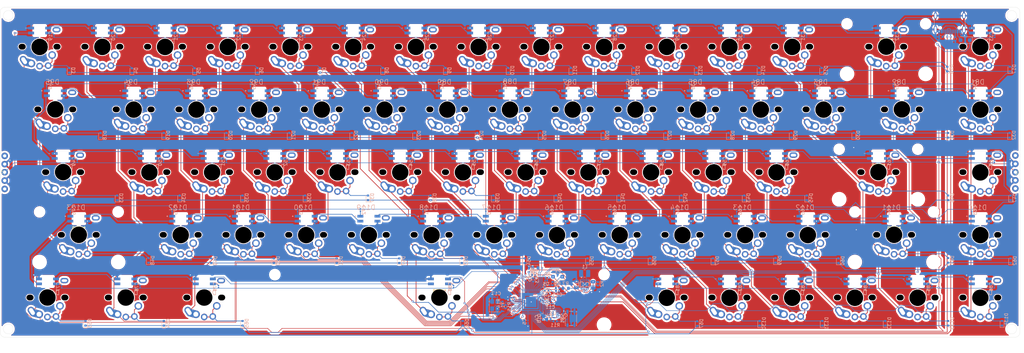
<source format=kicad_pcb>
(kicad_pcb (version 20241229) (generator "pcbnew") (generator_version "9.0")
  (layers (0 "F.Cu" signal) (2 "B.Cu" signal) (13 "F.Paste" user) (15 "B.Paste" user) (5 "F.SilkS" user "F.Silkscreen") (7 "B.SilkS" user "B.Silkscreen") (1 "F.Mask" user) (3 "B.Mask" user) (25 "Edge.Cuts" user))
  (net 0 "")
  (net 1 "GND")
  (net 2 "VS")
  (net 3 "+3V3")
  (net 4 "GPIO29_ADC3")
  (net 5 "+1V1")
  (net 6 "ADC_AVDD")
  (net 7 "XIN")
  (net 8 "/XR")
  (net 9 "VBUS")
  (net 10 "Net-(D44-VDD)")
  (net 11 "Net-(D58-VDD)")
  (net 12 "Net-(D68-VDD)")
  (net 13 "Net-(D69-VDD)")
  (net 14 "Net-(D70-VDD)")
  (net 15 "Net-(D71-VDD)")
  (net 16 "Net-(D72-VDD)")
  (net 17 "Net-(D73-VDD)")
  (net 18 "Net-(D74-VDD)")
  (net 19 "Net-(D75-VDD)")
  (net 20 "Net-(D76-VDD)")
  (net 21 "Net-(D77-VDD)")
  (net 22 "Net-(D78-VDD)")
  (net 23 "Net-(D79-VDD)")
  (net 24 "Net-(D80-VDD)")
  (net 25 "Net-(D81-VDD)")
  (net 26 "Net-(D82-VDD)")
  (net 27 "Net-(D83-VDD)")
  (net 28 "Net-(D84-VDD)")
  (net 29 "Net-(D85-VDD)")
  (net 30 "Net-(D86-VDD)")
  (net 31 "Net-(D87-VDD)")
  (net 32 "Net-(D88-VDD)")
  (net 33 "Net-(D89-VDD)")
  (net 34 "Net-(D90-VDD)")
  (net 35 "Net-(D91-VDD)")
  (net 36 "Net-(D92-VDD)")
  (net 37 "Net-(D93-VDD)")
  (net 38 "Net-(D94-VDD)")
  (net 39 "Net-(D95-VDD)")
  (net 40 "Net-(D96-VDD)")
  (net 41 "Net-(D97-VDD)")
  (net 42 "Net-(D98-VDD)")
  (net 43 "Net-(D99-VDD)")
  (net 44 "Net-(D100-VDD)")
  (net 45 "Net-(D101-VDD)")
  (net 46 "Net-(D102-VDD)")
  (net 47 "Net-(D103-VDD)")
  (net 48 "Net-(D104-VDD)")
  (net 49 "Net-(D105-VDD)")
  (net 50 "Net-(D106-VDD)")
  (net 51 "Net-(D107-VDD)")
  (net 52 "Net-(D108-VDD)")
  (net 53 "Net-(D109-VDD)")
  (net 54 "Net-(D110-VDD)")
  (net 55 "Net-(D111-VDD)")
  (net 56 "Net-(D112-VDD)")
  (net 57 "Net-(D113-VDD)")
  (net 58 "Net-(D114-VDD)")
  (net 59 "Net-(D115-VDD)")
  (net 60 "Net-(D116-VDD)")
  (net 61 "Net-(D117-VDD)")
  (net 62 "Net-(D118-VDD)")
  (net 63 "Net-(D119-VDD)")
  (net 64 "Net-(D120-VDD)")
  (net 65 "Net-(D121-VDD)")
  (net 66 "Net-(D122-VDD)")
  (net 67 "Net-(D123-VDD)")
  (net 68 "Net-(D124-VDD)")
  (net 69 "Net-(D125-VDD)")
  (net 70 "Net-(D126-VDD)")
  (net 71 "Net-(D127-VDD)")
  (net 72 "Net-(D128-VDD)")
  (net 73 "Net-(D2-A)")
  (net 74 "Net-(D3-A)")
  (net 75 "Net-(D4-A)")
  (net 76 "Net-(D5-A)")
  (net 77 "Net-(D6-A)")
  (net 78 "Net-(D7-A)")
  (net 79 "Net-(D8-A)")
  (net 80 "Net-(D9-A)")
  (net 81 "Net-(D10-A)")
  (net 82 "Net-(D11-A)")
  (net 83 "Net-(D12-A)")
  (net 84 "Net-(D13-A)")
  (net 85 "Net-(D14-A)")
  (net 86 "Net-(D15-A)")
  (net 87 "Net-(D16-A)")
  (net 88 "Net-(D17-A)")
  (net 89 "Net-(D18-A)")
  (net 90 "Net-(D19-A)")
  (net 91 "Net-(D20-A)")
  (net 92 "Net-(D21-A)")
  (net 93 "Net-(D22-A)")
  (net 94 "Net-(D23-A)")
  (net 95 "Net-(D24-A)")
  (net 96 "Net-(D25-A)")
  (net 97 "Net-(D26-A)")
  (net 98 "Net-(D27-A)")
  (net 99 "Net-(D28-A)")
  (net 100 "Net-(D29-A)")
  (net 101 "Net-(D30-A)")
  (net 102 "Net-(D31-A)")
  (net 103 "Net-(D32-A)")
  (net 104 "Net-(D33-A)")
  (net 105 "Net-(D34-A)")
  (net 106 "Net-(D35-A)")
  (net 107 "Net-(D36-A)")
  (net 108 "Net-(D37-A)")
  (net 109 "Net-(D38-A)")
  (net 110 "Net-(D39-A)")
  (net 111 "Net-(D40-A)")
  (net 112 "Net-(D41-A)")
  (net 113 "Net-(D42-A)")
  (net 114 "Net-(D43-A)")
  (net 115 "Net-(D45-A)")
  (net 116 "Net-(D46-A)")
  (net 117 "Net-(D47-A)")
  (net 118 "Net-(D48-A)")
  (net 119 "Net-(D49-A)")
  (net 120 "Net-(D50-A)")
  (net 121 "Net-(D51-A)")
  (net 122 "Net-(D52-A)")
  (net 123 "Net-(D53-A)")
  (net 124 "Net-(D54-A)")
  (net 125 "Net-(D55-A)")
  (net 126 "Net-(D56-A)")
  (net 127 "Net-(D57-A)")
  (net 128 "Net-(D59-A)")
  (net 129 "Net-(D60-A)")
  (net 130 "Net-(D61-A)")
  (net 131 "Net-(D62-A)")
  (net 132 "Net-(D63-A)")
  (net 133 "Net-(D64-A)")
  (net 134 "Net-(D65-A)")
  (net 135 "Net-(D66-A)")
  (net 136 "Net-(D67-A)")
  (net 137 "USB_DP")
  (net 138 "Net-(J3-CC1)")
  (net 139 "USB_DM")
  (net 140 "Net-(J3-CC2)")
  (net 141 "Net-(U2-LX1)")
  (net 142 "Net-(U2-LX2)")
  (net 143 "Net-(Q1-D)")
  (net 144 "GPIO24")
  (net 145 "/3V3_EN")
  (net 146 "GPIO25")
  (net 147 "QSPI_SS")
  (net 148 "ADC_VREF")
  (net 149 "GPIO23")
  (net 150 "Net-(SW1-A)")
  (net 151 "/RP2040/USB_DPX")
  (net 152 "/RP2040/USB_DMX")
  (net 153 "XOUT")
  (net 154 "SWCLK")
  (net 155 "GPIO10")
  (net 156 "GPIO15")
  (net 157 "GPIO16")
  (net 158 "GPIO14")
  (net 159 "GPIO17")
  (net 160 "GPIO26_ADC0")
  (net 161 "RUN")
  (net 162 "SWDIO")
  (net 163 "GPIO6")
  (net 164 "GPIO7")
  (net 165 "GPIO18")
  (net 166 "GPIO11")
  (net 167 "QSPI_SCLK")
  (net 168 "GPIO1")
  (net 169 "GPIO2")
  (net 170 "GPIO3")
  (net 171 "QSPI_SD2")
  (net 172 "GPIO21")
  (net 173 "GPIO20")
  (net 174 "GPIO22")
  (net 175 "QSPI_SD3")
  (net 176 "GPIO12")
  (net 177 "GPIO19")
  (net 178 "QSPI_SD0")
  (net 179 "GPIO4")
  (net 180 "GPIO27_ADC1")
  (net 181 "GPIO8")
  (net 182 "QSPI_SD1")
  (net 183 "GPIO9")
  (net 184 "GPIO5")
  (net 185 "GPIO28_ADC2")
  (net 186 "GPIO13")
  (net 187 "GPIO0")
  (net 188 "Net-(D129-A)")
  (net 189 "Net-(D44-DOUT)")
  (net 190 "Net-(D58-DOUT)")
  (net 191 "Net-(D68-DOUT)")
  (net 192 "Net-(D69-DOUT)")
  (net 193 "Net-(D70-DOUT)")
  (net 194 "Net-(D71-DOUT)")
  (net 195 "Net-(D72-DOUT)")
  (net 196 "Net-(D73-DOUT)")
  (net 197 "Net-(D74-DOUT)")
  (net 198 "Net-(D75-DOUT)")
  (net 199 "Net-(D76-DOUT)")
  (net 200 "Net-(D77-DOUT)")
  (net 201 "Net-(D78-DOUT)")
  (net 202 "Net-(D79-DOUT)")
  (net 203 "Net-(D80-DOUT)")
  (net 204 "Net-(D81-DOUT)")
  (net 205 "Net-(D82-DOUT)")
  (net 206 "Net-(D83-DOUT)")
  (net 207 "Net-(D84-DOUT)")
  (net 208 "Net-(D85-DOUT)")
  (net 209 "Net-(D86-DOUT)")
  (net 210 "Net-(D87-DOUT)")
  (net 211 "Net-(D88-DOUT)")
  (net 212 "Net-(D89-DOUT)")
  (net 213 "Net-(D90-DOUT)")
  (net 214 "Net-(D91-DOUT)")
  (net 215 "Net-(D92-DOUT)")
  (net 216 "Net-(D93-DOUT)")
  (net 217 "Net-(D94-DOUT)")
  (net 218 "Net-(D95-DOUT)")
  (net 219 "Net-(D96-DOUT)")
  (net 220 "Net-(D97-DOUT)")
  (net 221 "Net-(D98-DOUT)")
  (net 222 "Net-(D100-DIN)")
  (net 223 "Net-(D100-DOUT)")
  (net 224 "Net-(D101-DOUT)")
  (net 225 "Net-(D102-DOUT)")
  (net 226 "Net-(D103-DOUT)")
  (net 227 "Net-(D104-DOUT)")
  (net 228 "Net-(D105-DOUT)")
  (net 229 "Net-(D106-DOUT)")
  (net 230 "Net-(D107-DOUT)")
  (net 231 "Net-(D108-DOUT)")
  (net 232 "Net-(D109-DOUT)")
  (net 233 "Net-(D110-DOUT)")
  (net 234 "Net-(D111-DOUT)")
  (net 235 "Net-(D112-DOUT)")
  (net 236 "Net-(D113-DOUT)")
  (net 237 "Net-(D114-DOUT)")
  (net 238 "Net-(D115-DOUT)")
  (net 239 "Net-(D116-DOUT)")
  (net 240 "Net-(D117-DOUT)")
  (net 241 "Net-(D118-DOUT)")
  (net 242 "Net-(D119-DOUT)")
  (net 243 "Net-(D120-DOUT)")
  (net 244 "Net-(D121-DOUT)")
  (net 245 "Net-(D122-DOUT)")
  (net 246 "Net-(D123-DOUT)")
  (net 247 "Net-(D124-DOUT)")
  (net 248 "Net-(D125-DOUT)")
  (net 249 "Net-(D126-DOUT)")
  (net 250 "Net-(D127-DOUT)")
  (net 251 "Net-(D135-VDD)")
  (net 253 "Net-(D130-A)")
  (net 254 "Net-(D131-A)")
  (net 255 "Net-(D132-A)")
  (net 256 "Net-(D133-A)")
  (net 257 "Net-(D134-A)")
  (net 260 "Net-(D136-VDD)")
  (net 261 "Net-(D137-VDD)")
  (net 262 "Net-(D138-VDD)")
  (net 263 "Net-(D139-VDD)")
  (net 264 "Net-(D128-DOUT)")
  (net 265 "Net-(D135-DOUT)")
  (net 266 "Net-(D136-DOUT)")
  (net 267 "Net-(D137-DOUT)")
  (net 268 "Net-(D138-DOUT)")
  (footprint "Pi5Footprints:1.00U Keyswitch" (layer "F.Cu") (at 231.53375 92.86875)
    (property "Reference" "S54")
    (property "Value" "Keyswitch")
  )
  (footprint "Pi5Footprints:1.00U Keyswitch" (layer "F.Cu") (at 141.04625 54.76875)
    (property "Reference" "S21")
    (property "Value" "Keyswitch")
  )
  (footprint "Pi5Footprints:1.00U Keyswitch" (layer "F.Cu") (at 283.92125 111.91875)
    (property "Reference" "S66")
    (property "Value" "Keyswitch")
  )
  (footprint "Pi5Footprints:1.00U Keyswitch" (layer "F.Cu") (at 188.67125 35.71875)
    (property "Reference" "S9")
    (property "Value" "Keyswitch")
  )
  (footprint "Pi5Footprints:1.00U Keyswitch" (layer "F.Cu") (at 207.72125 35.71875)
    (property "Reference" "S10")
    (property "Value" "Keyswitch")
  )
  (footprint "Pi5Footprints:1.00U Keyswitch" (layer "F.Cu") (at 222.00875 73.81875)
    (property "Reference" "S40")
    (property "Value" "Keyswitch")
  )
  (footprint "Pi5Footprints:1.00U Keyswitch" (layer "F.Cu") (at 93.42125 35.71875)
    (property "Reference" "S4")
    (property "Value" "Keyswitch")
  )
  (footprint "Pi5Footprints:1.00U Keyswitch" (layer "F.Cu") (at 160.09625 54.76875)
    (property "Reference" "S22")
    (property "Value" "Keyswitch")
  )
  (footprint "Pi5Footprints:2.25U Keyswitch" (layer "F.Cu") (at 48.1775 92.86875)
    (property "Reference" "S45" (hide yes))
    (property "Value" "Keyswitch" (hide yes))
  )
  (footprint "Pi5Footprints:1.00U Keyswitch" (layer "F.Cu") (at 217.24625 54.76875)
    (property "Reference" "S25")
    (property "Value" "Keyswitch")
  )
  (footprint "Pi5Footprints:1.00U Keyswitch" (layer "F.Cu") (at 264.87125 111.91875)
    (property "Reference" "S65")
    (property "Value" "Keyswitch")
  )
  (footprint "Pi5Footprints:1.25U Keyswitch" (layer "F.Cu") (at 62.465 111.91875)
    (property "Reference" "S60" (hide yes))
    (property "Value" "Keyswitch" (hide yes))
  )
  (footprint "Pi5Footprints:1.00U Keyswitch" (layer "F.Cu") (at 112.47125 35.71875)
    (property "Reference" "S5")
    (property "Value" "Keyswitch")
  )
  (footprint "Pi5Footprints:1.00U Keyswitch" (layer "F.Cu") (at 322.02125 73.81875)
    (property "Reference" "S44")
    (property "Value" "Keyswitch")
  )
  (footprint "Pi5Footprints:1.00U Keyswitch" (layer "F.Cu") (at 145.80875 73.81875)
    (property "Reference" "S36")
    (property "Value" "Keyswitch")
  )
  (footprint "Pi5Footprints:1.00U Keyswitch" (layer "F.Cu") (at 55.32125 35.71875)
    (property "Reference" "S2")
    (property "Value" "Keyswitch")
  )
  (footprint "Pi5Footprints:1.00U Keyswitch" (layer "F.Cu") (at 226.77125 35.71875)
    (property "Reference" "S11")
    (property "Value" "Keyswitch")
  )
  (footprint "Pi5Footprints:1.00U Keyswitch" (layer "F.Cu") (at 136.28375 92.86875)
    (property "Reference" "S49")
    (property "Value" "Keyswitch")
  )
  (footprint "Pi5Footprints:6.25U Keyswitch" (layer "F.Cu") (at 157.715 111.91875)
    (property "Reference" "S62" (hide yes))
    (property "Value" "Keyswitch" (hide yes))
  )
  (footprint "Pi5Footprints:1.00U Keyswitch" (layer "F.Cu") (at 126.75875 73.81875)
    (property "Reference" "S35")
    (property "Value" "Keyswitch")
  )
  (footprint "Pi5Footprints:1.00U Keyswitch" (layer "F.Cu") (at 107.70875 73.81875)
    (property "Reference" "S34")
    (property "Value" "Keyswitch")
  )
  (footprint "ScottoKeebs_Stabilizer:Stabilizer_MX_2.00u" (layer "F.Cu") (at 48.1775 92.86875)
    (property "Reference" "REF**")
    (property "Value" "Stabilizer_MX_2.00u")
  )
  (footprint "Pi5Footprints:1.00U Keyswitch" (layer "F.Cu") (at 131.52125 35.71875)
    (property "Reference" "S6")
    (property "Value" "Keyswitch")
  )
  (footprint "Pi5Footprints:1.00U Keyswitch" (layer "F.Cu") (at 302.97125 111.91875)
    (property "Reference" "S67")
    (property "Value" "Keyswitch")
  )
  (footprint "Pi5Footprints:1.00U Keyswitch" (layer "F.Cu") (at 155.33375 92.86875)
    (property "Reference" "S50")
    (property "Value" "Keyswitch")
  )
  (footprint "Pi5Footprints:1.00U Keyswitch" (layer "F.Cu") (at 117.23375 92.86875)
    (property "Reference" "S48")
    (property "Value" "Keyswitch")
  )
  (footprint "Pi5Footprints:1.00U Keyswitch" (layer "F.Cu") (at 322.02125 35.71875)
    (property "Reference" "S15")
    (property "Value" "Keyswitch")
  )
  (footprint "Pi5Footprints:1.00U Keyswitch" (layer "F.Cu") (at 241.05875 73.81875)
    (property "Reference" "S41")
    (property "Value" "Keyswitch")
  )
  (footprint "Pi5Footprints:1.00U Keyswitch" (layer "F.Cu") (at 198.19625 54.76875)
    (property "Reference" "S24")
    (property "Value" "Keyswitch")
  )
  (footprint "Pi5Footprints:1.00U Keyswitch" (layer "F.Cu") (at 260.10875 73.81875)
    (property "Reference" "S42")
    (property "Value" "Keyswitch")
  )
  (footprint "Pi5Footprints:1.00U Keyswitch" (layer "F.Cu") (at 102.94625 54.76875)
    (property "Reference" "S19")
    (property "Value" "Keyswitch")
  )
  (footprint "Pi5Footprints:1.00U Keyswitch" (layer "F.Cu") (at 164.85875 73.81875)
    (property "Reference" "S37")
    (property "Value" "Keyswitch")
  )
  (footprint "Pi5Footprints:1.00U Keyswitch" (layer "F.Cu") (at 245.82125 35.71875)
    (property "Reference" "S12")
    (property "Value" "Keyswitch")
  )
  (footprint "Pi5Footprints:1.00U Keyswitch" (layer "F.Cu") (at 202.95875 73.81875)
    (property "Reference" "S39")
    (property "Value" "Keyswitch")
  )
  (footprint "Pi5Footprints:1.00U Keyswitch" (layer "F.Cu") (at 121.99625 54.76875)
    (property "Reference" "S20")
    (property "Value" "Keyswitch")
  )
  (footprint "Pi5Footprints:1.00U Keyswitch" (layer "F.Cu") (at 264.87125 35.71875)
    (property "Reference" "S13")
    (property "Value" "Keyswitch")
  )
  (footprint "Pi5Footprints:1.50U Keyswitch" (layer "F.Cu") (at 41.03375 54.76875)
    (property "Reference" "S16" (hide yes))
    (property "Value" "Keyswitch" (hide yes))
  )
  (footprint "Pi5Footprints:1.00U Keyswitch" (layer "F.Cu") (at 36.27125 35.71875)
    (property "Reference" "S1")
    (property "Value" "Keyswitch")
  )
  (footprint "Pi5Footprints:1.00U Keyswitch" (layer "F.Cu") (at 74.37125 35.71875)
    (property "Reference" "S3")
    (property "Value" "Keyswitch")
  )
  (footprint "Pi5Footprints:1.25U Keyswitch" (layer "F.Cu") (at 38.6525 111.91875)
    (property "Reference" "S59" (hide yes))
    (property "Value" "Keyswitch" (hide yes))
  )
  (footprint "Pi5Footprints:1.75U Keyswitch" (layer "F.Cu") (at 43.415 73.81875)
    (property "Reference" "S31" (hide yes))
    (property "Value" "Keyswitch" (hide yes))
  )
  (footprint "Pi5Footprints:1.25U Keyswitch" (layer "F.Cu") (at 86.2775 111.91875)
    (property "Reference" "S61" (hide yes))
    (property "Value" "Keyswitch" (hide yes))
  )
  (footprint "Pi5Footprints:1.00U Keyswitch" (layer "F.Cu") (at 322.02125 54.76875)
    (property "Reference" "S30")
    (property "Value" "Keyswitch")
  )
  (footprint "Pi5Footprints:1.75U Keyswitch" (layer "F.Cu") (at 295.8275 92.86875)
    (property "Reference" "S57" (hide yes))
    (property "Value" "Keyswitch" (hide yes))
  )
  (footprint "Pi5Footprints:1.00U Keyswitch" (layer "F.Cu") (at 193.43375 92.86875)
    (property "Reference" "S52")
    (property "Value" "Keyswitch")
  )
  (footprint "Pi5Footprints:1.00U Keyswitch" (layer "F.Cu") (at 255.34625 54.76875)
    (property "Reference" "S27")
    (property "Value" "Keyswitch")
  )
  (footprint "Pi5Footprints:1.50U Keyswitch" (layer "F.Cu") (at 298.20875 54.76875)
    (property "Reference" "S29" (hide yes))
    (property "Value" "Keyswitch" (hide yes))
  )
  (footprint "Pi5Footprints:1.00U Keyswitch" (layer "F.Cu") (at 245.82125 111.91875)
    (property "Reference" "S64")
    (property "Value" "Keyswitch")
  )
  (footprint "Pi5Footprints:1.00U Keyswitch" (layer "F.Cu") (at 150.57125 35.71875)
    (property "Reference" "S7")
    (property "Value" "Keyswitch")
  )
  (footprint "Pi5Footprints:1.00U Keyswitch" (layer "F.Cu") (at 64.84625 54.76875)
    (property "Reference" "S17")
    (property "Value" "Keyswitch")
  )
  (footprint "Samhith:Female Connector Pogo 5" (layer "F.Cu") (at 332.64625 73.825 -90)
    (property "Reference" "J4")
    (property "Value" "Conn_01x05_Socket")
  )
  (footprint "Pi5Footprints:1.00U Keyswitch" (layer "F.Cu") (at 212.48375 92.86875)
    (property "Reference" "S53")
    (property "Value" "Keyswitch")
  )
  (footprint "Pi5Footprints:2.00U Keyswitch" (layer "F.Cu") (at 293.44625 35.71875)
    (property "Reference" "S14" (hide yes))
    (property "Value" "Keyswitch" (hide yes))
  )
  (footprint "ScottoKeebs_Stabilizer:Stabilizer_MX_2.00u" (layer "F.Cu") (at 293.44625 35.71875)
    (property "Reference" "REF**")
    (property "Value" "Stabilizer_MX_2.00u")
  )
  (footprint "ScottoKeebs_Stabilizer:Stabilizer_MX_2.00u" (layer "F.Cu") (at 291.065 73.81875)
    (property "Reference" "REF**")
    (property "Value" "Stabilizer_MX_2.00u")
  )
  (footprint "Samhith:Female Connector Pogo 5" (layer "F.Cu") (at 25.64625 73.825 90)
    (property "Reference" "J1")
    (property "Value" "Conn_01x05_Socket")
  )
  (footprint "Pi5Footprints:1.00U Keyswitch" (layer "F.Cu") (at 174.38375 92.86875)
    (property "Reference" "S51")
    (property "Value" "Keyswitch")
  )
  (footprint "Pi5Footprints:1.00U Keyswitch" (layer "F.Cu") (at 79.13375 92.86875)
    (property "Reference" "S46")
    (property "Value" "Keyswitch")
  )
  (footprint "Pi5Footprints:1.00U Keyswitch" (layer "F.Cu") (at 69.60875 73.81875)
    (property "Reference" "S32")
    (property "Value" "Keyswitch")
  )
  (footprint "Pi5Footprints:1.00U Keyswitch" (layer "F.Cu") (at 322.02125 111.91875)
    (property "Reference" "S68")
    (property "Value" "Keyswitch")
  )
  (footprint "Pi5Footprints:1.00U Keyswitch" (layer "F.Cu") (at 179.14625 54.76875)
    (property "Reference" "S23")
    (property "Value" "Keyswitch")
  )
  (footprint "Pi5Footprints:1.00U Keyswitch" (layer "F.Cu") (at 83.89625 54.76875)
    (property "Reference" "S18")
    (property "Value" "Keyswitch")
  )
  (footprint "Pi5Footprints:2.25U Keyswitch" (layer "F.Cu") (at 291.065 73.81875)
    (property "Reference" "S43" (hide yes))
    (property "Value" "Keyswitch" (hide yes))
  )
  (footprint "Pi5Footprints:1.00U Keyswitch" (layer "F.Cu") (at 183.90875 73.81875)
    (property "Reference" "S38")
    (property "Value" "Keyswitch")
  )
  (footprint "ScottoKeebs_Stabilizer:Stabilizer_MX_2.00u" (layer "F.Cu") (at 295.8275 92.86875)
    (property "Reference" "REF**")
    (property "Value" "Stabilizer_MX_2.00u")
  )
  (footprint "Pi5Footprints:1.00U Keyswitch" (layer "F.Cu") (at 250.58375 92.86875)
    (property "Reference" "S55")
    (property "Value" "Keyswitch")
  )
  (footprint "Pi5Footprints:1.00U Keyswitch" (layer "F.Cu") (at 322.02125 92.86875)
    (property "Reference" "S58")
    (property "Value" "Keyswitch")
  )
  (footprint "Pi5Footprints:1.00U Keyswitch" (layer "F.Cu") (at 226.77125 111.91875)
    (property "Reference" "S63")
    (property "Value" "Keyswitch")
  )
  (footprint "Pi5Footprints:1.00U Keyswitch" (layer "F.Cu") (at 98.18375 92.86875)
    (property "Reference" "S47")
    (property "Value" "Keyswitch")
  )
  (footprint "Pi5Footprints:1.00U Keyswitch" (layer "F.Cu") (at 169.62125 35.71875)
    (property "Reference" "S8")
    (property "Value" "Keyswitch")
  )
  (footprint "Pi5Footprints:1.00U Keyswitch" (layer "F.Cu") (at 88.65875 73.81875)
    (property "Reference" "S33")
    (property "Value" "Keyswitch")
  )
  (footprint "Pi5Footprints:1.00U Keyswitch" (layer "F.Cu") (at 274.39625 54.76875)
    (property "Reference" "S28")
    (property "Value" "Keyswitch")
  )
  (footprint "Pi5Footprints:1.00U Keyswitch" (layer "F.Cu") (at 269.63375 92.86875)
    (property "Reference" "S56")
    (property "Value" "Keyswitch")
  )
  (footprint "Pi5Footprints:1.00U Keyswitch" (layer "F.Cu") (at 236.29625 54.76875)
    (property "Reference" "S26")
    (property "Value" "Keyswitch")
  )
  (footprint "ScottoKeebs_Stabilizer:Stabilizer_MX_6.25u" (layer "F.Cu") (at 157.715 111.91875)
    (property "Reference" "REF**")
    (property "Value" "Stabilizer_MX_6.25u")
  )
  (footprint "Diode_SMD:D_SOD-523" (layer "B.Cu") (at 207.4 62.6 90)
    (property "Reference" "D26")
    (property "Value" "Diode")
  )
  (footprint "Capacitor_SMD:C_0201_0603Metric" (layer "B.Cu") (at 228.98375 85.319 90)
    (property "Reference" "C67")
    (property "Value" "C0603X5R1A104M030BC")
  )
  (footprint "Diode_SMD:D_SOD-523" (layer "B.Cu") (at 88.4 100.7 90)
    (property "Reference" "D49")
    (property "Value" "Diode")
  )
  (footprint "Capacitor_SMD:C_0201_0603Metric" (layer "B.Cu") (at 267 85.381 90)
    (property "Reference" "C65")
    (property "Value" "C0603X5R1A104M030BC")
  )
  (footprint "SK6812-E Model:LED_SK6812-E" (layer "B.Cu") (at 136.28375 87.93875 180)
    (property "Reference" "D119")
    (property "Value" "SK6812-E")
    (fp_line (start 1.7 1.5) (end 1.7 -1.5) (stroke (width 0.01)) (layer "Edge.Cuts"))
    (fp_line (start 1.7 -1.5) (end -1.7 -1.5) (stroke (width 0.01)) (layer "Edge.Cuts"))
    (fp_line (start -1.7 1.5) (end 1.7 1.5) (stroke (width 0.01)) (layer "Edge.Cuts"))
    (fp_line (start -1.7 -1.5) (end -1.7 1.5) (stroke (width 0.01)) (layer "Edge.Cuts"))
  )
  (footprint "SK6812-E Model:LED_SK6812-E" (layer "B.Cu") (at 322.02125 30.78875)
    (property "Reference" "D80")
    (property "Value" "SK6812-E")
    (fp_line (start -1.7 -1.5) (end -1.7 1.5) (stroke (width 0.01)) (layer "Edge.Cuts"))
    (fp_line (start -1.7 1.5) (end 1.7 1.5) (stroke (width 0.01)) (layer "Edge.Cuts"))
    (fp_line (start 1.7 -1.5) (end -1.7 -1.5) (stroke (width 0.01)) (layer "Edge.Cuts"))
    (fp_line (start 1.7 1.5) (end 1.7 -1.5) (stroke (width 0.01)) (layer "Edge.Cuts"))
  )
  (footprint "Resistor_SMD:R_0402_1005Metric" (layer "B.Cu") (at 190.962569 118.499551 180)
    (property "Reference" "R4")
    (property "Value" "NO-FIT")
  )
  (footprint "SK6812-E Model:LED_SK6812-E" (layer "B.Cu") (at 193.43375 87.93875 180)
    (property "Reference" "D116")
    (property "Value" "SK6812-E")
    (fp_line (start 1.7 1.5) (end 1.7 -1.5) (stroke (width 0.01)) (layer "Edge.Cuts"))
    (fp_line (start 1.7 -1.5) (end -1.7 -1.5) (stroke (width 0.01)) (layer "Edge.Cuts"))
    (fp_line (start -1.7 1.5) (end 1.7 1.5) (stroke (width 0.01)) (layer "Edge.Cuts"))
    (fp_line (start -1.7 -1.5) (end -1.7 1.5) (stroke (width 0.01)) (layer "Edge.Cuts"))
  )
  (footprint "Diode_SMD:D_SOD-523" (layer "B.Cu") (at 45.24375 42.8625 90)
    (property "Reference" "D3")
    (property "Value" "Diode")
  )
  (footprint "Diode_SMD:D_SOD-523" (layer "B.Cu") (at 264.6 62.6 90)
    (property "Reference" "D29")
    (property "Value" "Diode")
  )
  (footprint "SK6812-E Model:LED_SK6812-E" (layer "B.Cu") (at 145.80875 68.88875)
    (property "Reference" "D101")
    (property "Value" "SK6812-E")
    (fp_line (start -1.7 -1.5) (end -1.7 1.5) (stroke (width 0.01)) (layer "Edge.Cuts"))
    (fp_line (start -1.7 1.5) (end 1.7 1.5) (stroke (width 0.01)) (layer "Edge.Cuts"))
    (fp_line (start 1.7 -1.5) (end -1.7 -1.5) (stroke (width 0.01)) (layer "Edge.Cuts"))
    (fp_line (start 1.7 1.5) (end 1.7 -1.5) (stroke (width 0.01)) (layer "Edge.Cuts"))
  )
  (footprint "Capacitor_SMD:C_0201_0603Metric" (layer "B.Cu") (at 133.7 85.319 90)
    (property "Reference" "C72")
    (property "Value" "C0603X5R1A104M030BC")
  )
  (footprint "SK6812-E Model:LED_SK6812-E" (layer "B.Cu") (at 260.10875 68.88875)
    (property "Reference" "D107")
    (property "Value" "SK6812-E")
    (fp_line (start -1.7 -1.5) (end -1.7 1.5) (stroke (width 0.01)) (layer "Edge.Cuts"))
    (fp_line (start -1.7 1.5) (end 1.7 1.5) (stroke (width 0.01)) (layer "Edge.Cuts"))
    (fp_line (start 1.7 -1.5) (end -1.7 -1.5) (stroke (width 0.01)) (layer "Edge.Cuts"))
    (fp_line (start 1.7 1.5) (end 1.7 -1.5) (stroke (width 0.01)) (layer "Edge.Cuts"))
  )
  (footprint "Capacitor_SMD:C_0201_0603Metric" (layer "B.Cu") (at 207.3 70.481 -90)
    (property "Reference" "C57")
    (property "Value" "C0603X5R1A104M030BC")
  )
  (footprint "Resistor_SMD:R_0603_1608Metric" (layer "B.Cu") (at 196.06 109.1 180)
    (property "Reference" "R7")
    (property "Value" "200R")
  )
  (footprint "Diode_SMD:D_SOD-523" (layer "B.Cu") (at 50.2 119.7 90)
    (property "Reference" "D63")
    (property "Value" "Diode")
  )
  (footprint "SK6812-E Model:LED_SK6812-E" (layer "B.Cu") (at 74.37125 30.78875)
    (property "Reference" "D68")
    (property "Value" "SK6812-E")
    (fp_line (start -1.7 -1.5) (end -1.7 1.5) (stroke (width 0.01)) (layer "Edge.Cuts"))
    (fp_line (start -1.7 1.5) (end 1.7 1.5) (stroke (width 0.01)) (layer "Edge.Cuts"))
    (fp_line (start 1.7 -1.5) (end -1.7 -1.5) (stroke (width 0.01)) (layer "Edge.Cuts"))
    (fp_line (start 1.7 1.5) (end 1.7 -1.5) (stroke (width 0.01)) (layer "Edge.Cuts"))
  )
  (footprint "Capacitor_SMD:C_0201_0603Metric" (layer "B.Cu") (at 174 32.4 -90)
    (property "Reference" "C26")
    (property "Value" "C0603X5R1A104M030BC")
  )
  (footprint "Diode_SMD:D_SOD-523" (layer "B.Cu") (at 236 119.8 90)
    (property "Reference" "D67")
    (property "Value" "Diode")
  )
  (footprint "Capacitor_SMD:C_0201_0603Metric" (layer "B.Cu") (at 194.73 117.1 45)
    (property "Reference" "C15")
    (property "Value" "100n")
  )
  (footprint "SK6812-E Model:LED_SK6812-E" (layer "B.Cu") (at 48.1775 87.93875 180)
    (property "Reference" "D123")
    (property "Value" "SK6812-E")
    (fp_line (start 1.7 1.5) (end 1.7 -1.5) (stroke (width 0.01)) (layer "Edge.Cuts"))
    (fp_line (start 1.7 -1.5) (end -1.7 -1.5) (stroke (width 0.01)) (layer "Edge.Cuts"))
    (fp_line (start -1.7 1.5) (end 1.7 1.5) (stroke (width 0.01)) (layer "Edge.Cuts"))
    (fp_line (start -1.7 -1.5) (end -1.7 1.5) (stroke (width 0.01)) (layer "Edge.Cuts"))
  )
  (footprint "SK6812-E Model:LED_SK6812-E" (layer "B.Cu") (at 236.29625 49.83875 180)
    (property "Reference" "D85")
    (property "Value" "SK6812-E")
    (fp_line (start 1.7 1.5) (end 1.7 -1.5) (stroke (width 0.01)) (layer "Edge.Cuts"))
    (fp_line (start 1.7 -1.5) (end -1.7 -1.5) (stroke (width 0.01)) (layer "Edge.Cuts"))
    (fp_line (start -1.7 1.5) (end 1.7 1.5) (stroke (width 0.01)) (layer "Edge.Cuts"))
    (fp_line (start -1.7 -1.5) (end -1.7 1.5) (stroke (width 0.01)) (layer "Edge.Cuts"))
  )
  (footprint "Diode_SMD:D_SOD-523" (layer "B.Cu") (at 178.59375 42.8625 90)
    (property "Reference" "D10")
    (property "Value" "Diode")
  )
  (footprint "SK6812-E Model:LED_SK6812-E" (layer "B.Cu") (at 43.415 68.88875)
    (property "Reference" "D96")
    (property "Value" "SK6812-E")
    (fp_line (start -1.7 -1.5) (end -1.7 1.5) (stroke (width 0.01)) (layer "Edge.Cuts"))
    (fp_line (start -1.7 1.5) (end 1.7 1.5) (stroke (width 0.01)) (layer "Edge.Cuts"))
    (fp_line (start 1.7 -1.5) (end -1.7 -1.5) (stroke (width 0.01)) (layer "Edge.Cuts"))
    (fp_line (start 1.7 1.5) (end 1.7 -1.5) (stroke (width 0.01)) (layer "Edge.Cuts"))
  )
  (footprint "Diode_SMD:D_SOD-123F" (layer "B.Cu") (at 193.61 105.56 180)
    (property "Reference" "D1")
    (property "Value" "MBR1020VL_R1_00001")
  )
  (footprint "Capacitor_SMD:C_0201_0603Metric" (layer "B.Cu") (at 90.6 108.581 -90)
    (property "Reference" "C79")
    (property "Value" "C0603X5R1A104M030BC")
  )
  (footprint "Capacitor_SMD:C_0201_0603Metric" (layer "B.Cu") (at 184.171451 106.953125 135)
    (property "Reference" "C6")
    (property "Value" "100n")
  )
  (footprint "Capacitor_SMD:C_0201_0603Metric" (layer "B.Cu") (at 179.705 112.903 180)
    (property "Reference" "C8" (hide yes))
    (property "Value" "100n")
  )
  (footprint "SK6812-E Model:LED_SK6812-E" (layer "B.Cu") (at 283.92125 106.98875)
    (property "Reference" "D137")
    (property "Value" "SK6812-E")
    (fp_line (start -1.7 -1.5) (end -1.7 1.5) (stroke (width 0.01)) (layer "Edge.Cuts"))
    (fp_line (start -1.7 1.5) (end 1.7 1.5) (stroke (width 0.01)) (layer "Edge.Cuts"))
    (fp_line (start 1.7 -1.5) (end -1.7 -1.5) (stroke (width 0.01)) (layer "Edge.Cuts"))
    (fp_line (start 1.7 1.5) (end 1.7 -1.5) (stroke (width 0.01)) (layer "Edge.Cuts"))
  )
  (footprint "SK6812-E Model:LED_SK6812-E" (layer "B.Cu") (at 41.03375 49.83875 180)
    (property "Reference" "D95")
    (property "Value" "SK6812-E")
    (fp_line (start 1.7 1.5) (end 1.7 -1.5) (stroke (width 0.01)) (layer "Edge.Cuts"))
    (fp_line (start 1.7 -1.5) (end -1.7 -1.5) (stroke (width 0.01)) (layer "Edge.Cuts"))
    (fp_line (start -1.7 1.5) (end 1.7 1.5) (stroke (width 0.01)) (layer "Edge.Cuts"))
    (fp_line (start -1.7 -1.5) (end -1.7 1.5) (stroke (width 0.01)) (layer "Edge.Cuts"))
  )
  (footprint "Diode_SMD:D_SOD-523" (layer "B.Cu") (at 150.2 62.6 90)
    (property "Reference" "D23")
    (property "Value" "Diode")
  )
  (footprint "Capacitor_SMD:C_0201_0603Metric" (layer "B.Cu") (at 188.2 70.5 -90)
    (property "Reference" "C56")
    (property "Value" "C0603X5R1A104M030BC")
  )
  (footprint "Capacitor_SMD:C_0201_0603Metric" (layer "B.Cu") (at 76.5 85.319 90)
    (property "Reference" "C75")
    (property "Value" "C0603X5R1A104M030BC")
  )
  (footprint "Capacitor_SMD:C_0201_0603Metric" (layer "B.Cu") (at 119.4 47.219 90)
    (property "Reference" "C44")
    (property "Value" "C0603X5R1A104M030BC")
  )
  (footprint "SK6812-E Model:LED_SK6812-E" (layer "B.Cu") (at 79.13375 87.93875 180)
    (property "Reference" "D122")
    (property "Value" "SK6812-E")
    (fp_line (start 1.7 1.5) (end 1.7 -1.5) (stroke (width 0.01)) (layer "Edge.Cuts"))
    (fp_line (start 1.7 -1.5) (end -1.7 -1.5) (stroke (width 0.01)) (layer "Edge.Cuts"))
    (fp_line (start -1.7 1.5) (end 1.7 1.5) (stroke (width 0.01)) (layer "Edge.Cuts"))
    (fp_line (start -1.7 -1.5) (end -1.7 1.5) (stroke (width 0.01)) (layer "Edge.Cuts"))
  )
  (footprint "Diode_SMD:D_SOD-523" (layer "B.Cu") (at 216.69375 42.8625 90)
    (property "Reference" "D12")
    (property "Value" "Diode")
  )
  (footprint "Resistor_SMD:R_0201_0603Metric" (layer "B.Cu") (at 191.336453 111.520407 180)
    (property "Reference" "R13" (hide yes))
    (property "Value" "27R")
  )
  (footprint "Capacitor_SMD:C_0201_0603Metric" (layer "B.Cu") (at 38.4 47.219 90)
    (property "Reference" "C48")
    (property "Value" "C0603X5R1A104M030BC")
  )
  (footprint "SK6812-E Model:LED_SK6812-E" (layer "B.Cu") (at 322.02125 106.98875)
    (property "Reference" "D139")
    (property "Value" "SK6812-E")
    (fp_line (start -1.7 -1.5) (end -1.7 1.5) (stroke (width 0.01)) (layer "Edge.Cuts"))
    (fp_line (start -1.7 1.5) (end 1.7 1.5) (stroke (width 0.01)) (layer "Edge.Cuts"))
    (fp_line (start 1.7 -1.5) (end -1.7 -1.5) (stroke (width 0.01)) (layer "Edge.Cuts"))
    (fp_line (start 1.7 1.5) (end 1.7 -1.5) (stroke (width 0.01)) (layer "Edge.Cuts"))
  )
  (footprint "Diode_SMD:D_SOD-523" (layer "B.Cu") (at 74 62.6 90)
    (property "Reference" "D19")
    (property "Value" "Diode")
  )
  (footprint "Diode_SMD:D_SOD-523" (layer "B.Cu") (at 312.2 81.6 90)
    (property "Reference" "D46")
    (property "Value" "Diode")
  )
  (footprint "SK6812-E Model:LED_SK6812-E" (layer "B.Cu") (at 69.60875 68.88875)
    (property "Reference" "D97")
    (property "Value" "SK6812-E")
    (fp_line (start -1.7 -1.5) (end -1.7 1.5) (stroke (width 0.01)) (layer "Edge.Cuts"))
    (fp_line (start -1.7 1.5) (end 1.7 1.5) (stroke (width 0.01)) (layer "Edge.Cuts"))
    (fp_line (start 1.7 -1.5) (end -1.7 -1.5) (stroke (width 0.01)) (layer "Edge.Cuts"))
    (fp_line (start 1.7 1.5) (end 1.7 -1.5) (stroke (width 0.01)) (layer "Edge.Cuts"))
  )
  (footprint "Capacitor_SMD:C_0201_0603Metric" (layer "B.Cu") (at 212.1 32.419 -90)
    (property "Reference" "C28")
    (property "Value" "C0603X5R1A104M030BC")
  )
  (footprint "Capacitor_SMD:C_0201_0603Metric" (layer "B.Cu") (at 226.3 70.5 -90)
    (property "Reference" "C58")
    (property "Value" "C0603X5R1A104M030BC")
  )
  (footprint "Capacitor_SMD:C_0201_0603Metric" (layer "B.Cu") (at 319.4 85.381 90)
    (property "Reference" "C63")
    (property "Value" "C0603X5R1A104M030BC")
  )
  (footprint "Diode_SMD:D_SOD-523" (layer "B.Cu") (at 64.29375 42.94375 90)
    (property "Reference" "D4")
    (property "Value" "Diode")
  )
  (footprint "Diode_SMD:D_SOD-523" (layer "B.Cu") (at 97.9 119.7 90)
    (property "Reference" "D65")
    (property "Value" "Diode")
  )
  (footprint "Capacitor_SMD:C_0201_0603Metric" (layer "B.Cu") (at 231.1 32.419 -90)
    (property "Reference" "C29")
    (property "Value" "C0603X5R1A104M030BC")
  )
  (footprint "Diode_SMD:D_SOD-523" (layer "B.Cu") (at 169.2 62.6 90)
    (property "Reference" "D24")
    (property "Value" "Diode")
  )
  (footprint "SK6812-E Model:LED_SK6812-E" (layer "B.Cu") (at 212.48375 87.93875 180)
    (property "Reference" "D115")
    (property "Value" "SK6812-E")
    (fp_line (start 1.7 1.5) (end 1.7 -1.5) (stroke (width 0.01)) (layer "Edge.Cuts"))
    (fp_line (start 1.7 -1.5) (end -1.7 -1.5) (stroke (width 0.01)) (layer "Edge.Cuts"))
    (fp_line (start -1.7 1.5) (end 1.7 1.5) (stroke (width 0.01)) (layer "Edge.Cuts"))
    (fp_line (start -1.7 -1.5) (end -1.7 1.5) (stroke (width 0.01)) (layer "Edge.Cuts"))
  )
  (footprint "Capacitor_SMD:C_0201_0603Metric" (layer "B.Cu") (at 195.6 47.3 90)
    (property "Reference" "C40")
    (property "Value" "C0603X5R1A104M030BC")
  )
  (footprint "Diode_SMD:D_SOD-523" (layer "B.Cu") (at 197.64375 42.8625 90)
    (property "Reference" "D11")
    (property "Value" "Diode")
  )
  (footprint "Diode_SMD:D_SOD-523" (layer "B.Cu") (at 202.7 100.7 90)
    (property "Reference" "D55")
    (property "Value" "Diode")
  )
  (footprint "Capacitor_SMD:C_0201_0603Metric" (layer "B.Cu") (at 176.6 47.281 90)
    (property "Reference" "C41")
    (property "Value" "C0603X5R1A104M030BC")
  )
  (footprint "Capacitor_SMD:C_0201_0603Metric" (layer "B.Cu") (at 173.897398 116.646931)
    (property "Reference" "C16")
    (property "Value" "15p")
  )
  (footprint "SK6812-E Model:LED_SK6812-E" (layer "B.Cu") (at 160.09625 49.83875 180)
    (property "Reference" "D89")
    (property "Value" "SK6812-E")
    (fp_line (start 1.7 1.5) (end 1.7 -1.5) (stroke (width 0.01)) (layer "Edge.Cuts"))
    (fp_line (start 1.7 -1.5) (end -1.7 -1.5) (stroke (width 0.01)) (layer "Edge.Cuts"))
    (fp_line (start -1.7 1.5) (end 1.7 1.5) (stroke (width 0.01)) (layer "Edge.Cuts"))
    (fp_line (start -1.7 -1.5) (end -1.7 1.5) (stroke (width 0.01)) (layer "Edge.Cuts"))
  )
  (footprint "Diode_SMD:D_SOD-523" (layer "B.Cu") (at 245.5 62.6 90)
    (property "Reference" "D28")
    (property "Value" "Diode")
  )
  (footprint "SK6812-E Model:LED_SK6812-E" (layer "B.Cu") (at 83.89625 49.83875 180)
    (property "Reference" "D93")
    (property "Value" "SK6812-E")
    (fp_line (start 1.7 1.5) (end 1.7 -1.5) (stroke (width 0.01)) (layer "Edge.Cuts"))
    (fp_line (start 1.7 -1.5) (end -1.7 -1.5) (stroke (width 0.01)) (layer "Edge.Cuts"))
    (fp_line (start -1.7 1.5) (end 1.7 1.5) (stroke (width 0.01)) (layer "Edge.Cuts"))
    (fp_line (start -1.7 -1.5) (end -1.7 1.5) (stroke (width 0.01)) (layer "Edge.Cuts"))
  )
  (footprint "Resistor_SMD:R_0402_1005Metric" (layer "B.Cu") (at 186.3 105.04 180)
    (property "Reference" "R1")
    (property "Value" "10k")
  )
  (footprint "Resistor_SMD:R_0402_1005Metric" (layer "B.Cu") (at 184.86 103.66 90)
    (property "Reference" "R8")
    (property "Value" "100k")
  )
  (footprint "Capacitor_SMD:C_0402_1005Metric" (layer "B.Cu") (at 190.813194 110.686021)
    (property "Reference" "C12")
    (property "Value" "2u2")
  )
  (footprint "Capacitor_SMD:C_0402_1005Metric" (layer "B.Cu") (at 193.59 109.88)
    (property "Reference" "C13")
    (property "Value" "2u2")
  )
  (footprint "Capacitor_SMD:C_0201_0603Metric" (layer "B.Cu") (at 174.974002 111.732539 180)
    (property "Reference" "C17")
    (property "Value" "15p")
  )
  (footprint "Resistor_SMD:R_0402_1005Metric" (layer "B.Cu") (at 177.8095 114.667032 90)
    (property "Reference" "R15")
    (property "Value" "NO-FIT")
  )
  (footprint "Capacitor_SMD:C_0201_0603Metric" (layer "B.Cu") (at 112 70.5 -90)
    (property "Reference" "C52")
    (property "Value" "C0603X5R1A104M030BC")
  )
  (footprint "Capacitor_SMD:C_0201_0603Metric" (layer "B.Cu") (at 95.6 85.381 90)
    (property "Reference" "C74")
    (property "Value" "C0603X5R1A104M030BC")
  )
  (footprint "SK6812-E Model:LED_SK6812-E" (layer "B.Cu") (at 198.19625 49.83875 180)
    (property "Reference" "D87")
    (property "Value" "SK6812-E")
    (fp_line (start 1.7 1.5) (end 1.7 -1.5) (stroke (width 0.01)) (layer "Edge.Cuts"))
    (fp_line (start 1.7 -1.5) (end -1.7 -1.5) (stroke (width 0.01)) (layer "Edge.Cuts"))
    (fp_line (start -1.7 1.5) (end 1.7 1.5) (stroke (width 0.01)) (layer "Edge.Cuts"))
    (fp_line (start -1.7 -1.5) (end -1.7 1.5) (stroke (width 0.01)) (layer "Edge.Cuts"))
  )
  (footprint "Connector_USB:USB_C_Receptacle_GCT_USB4105-xx-A_16P_TopMnt_Horizontal" (layer "B.Cu") (at 312.7 27.36)
    (property "Reference" "J3" (hide yes))
    (property "Value" "USB_C_Receptacle_USB2.0_16P")
  )
  (footprint "Diode_SMD:D_SOD-523" (layer "B.Cu") (at 231.2 81.6 90)
    (property "Reference" "D42")
    (property "Value" "Diode")
  )
  (footprint "Capacitor_SMD:C_0201_0603Metric" (layer "B.Cu") (at 269.2 32.419 -90)
    (property "Reference" "C31")
    (property "Value" "C0603X5R1A104M030BC")
  )
  (footprint "Diode_SMD:D_SOD-523" (layer "B.Cu") (at 59.8 81.6 90)
    (property "Reference" "D33")
    (property "Value" "Diode")
  )
  (footprint "SK6812-E Model:LED_SK6812-E" (layer "B.Cu") (at 226.77125 106.98875)
    (property "Reference" "D128")
    (property "Value" "SK6812-E")
    (fp_line (start -1.7 -1.5) (end -1.7 1.5) (stroke (width 0.01)) (layer "Edge.Cuts"))
    (fp_line (start -1.7 1.5) (end 1.7 1.5) (stroke (width 0.01)) (layer "Edge.Cuts"))
    (fp_line (start 1.7 -1.5) (end -1.7 -1.5) (stroke (width 0.01)) (layer "Edge.Cuts"))
    (fp_line (start 1.7 1.5) (end 1.7 -1.5) (stroke (width 0.01)) (layer "Edge.Cuts"))
  )
  (footprint "SK6812-E Model:LED_SK6812-E" (layer "B.Cu") (at 62.465 106.98875)
    (property "Reference" "D125")
    (property "Value" "SK6812-E")
    (fp_line (start -1.7 -1.5) (end -1.7 1.5) (stroke (width 0.01)) (layer "Edge.Cuts"))
    (fp_line (start -1.7 1.5) (end 1.7 1.5) (stroke (width 0.01)) (layer "Edge.Cuts"))
    (fp_line (start 1.7 -1.5) (end -1.7 -1.5) (stroke (width 0.01)) (layer "Edge.Cuts"))
    (fp_line (start 1.7 1.5) (end 1.7 -1.5) (stroke (width 0.01)) (layer "Edge.Cuts"))
  )
  (footprint "Resistor_SMD:R_0402_1005Metric" (layer "B.Cu") (at 314.4 33.3375 -90)
    (property "Reference" "R17" (hide yes))
    (property "Value" "5k1")
  )
  (footprint "Diode_SMD:D_SOD-523" (layer "B.Cu") (at 312.2 100.6 90)
    (property "Reference" "D61")
    (property "Value" "Diode")
  )
  (footprint "Capacitor_SMD:C_0201_0603Metric" (layer "B.Cu") (at 245.4 70.5 -90)
    (property "Reference" "C59")
    (property "Value" "C0603X5R1A104M030BC")
  )
  (footprint "Diode_SMD:D_SOD-523" (layer "B.Cu") (at 278.9 100.7 90)
    (property "Reference" "D60")
    (property "Value" "Diode")
  )
  (footprint "Diode_SMD:D_SOD-523" (layer "B.Cu") (at 164.5 100.7 90)
    (property "Reference" "D53")
    (property "Value" "Diode")
  )
  (footprint "Diode_SMD:D_SOD-523" (layer "B.Cu") (at 126.5 100.7 90)
    (property "Reference" "D51")
    (property "Value" "Diode")
  )
  (footprint "Capacitor_SMD:C_0402_1005Metric" (layer "B.Cu") (at 189.159906 118.202855 -90)
    (property "Reference" "C18")
    (property "Value" "2u2")
  )
  (footprint "SK6812-E Model:LED_SK6812-E" (layer "B.Cu") (at 121.99625 49.83875 180)
    (property "Reference" "D91")
    (property "Value" "SK6812-E")
    (fp_line (start 1.7 1.5) (end 1.7 -1.5) (stroke (width 0.01)) (layer "Edge.Cuts"))
    (fp_line (start 1.7 -1.5) (end -1.7 -1.5) (stroke (width 0.01)) (layer "Edge.Cuts"))
    (fp_line (start -1.7 1.5) (end 1.7 1.5) (stroke (width 0.01)) (layer "Edge.Cuts"))
    (fp_line (start -1.7 -1.5) (end -1.7 1.5) (stroke (width 0.01)) (layer "Edge.Cuts"))
  )
  (footprint "Capacitor_SMD:C_0201_0603Metric" (layer "B.Cu") (at 326.3 70.5 -90)
    (property "Reference" "C62")
    (property "Value" "C0603X5R1A104M030BC")
  )
  (footprint "SK6812-E Model:LED_SK6812-E" (layer "B.Cu") (at 293.44625 30.78875)
    (property "Reference" "D79")
    (property "Value" "SK6812-E")
    (fp_line (start -1.7 -1.5) (end -1.7 1.5) (stroke (width 0.01)) (layer "Edge.Cuts"))
    (fp_line (start -1.7 1.5) (end 1.7 1.5) (stroke (width 0.01)) (layer "Edge.Cuts"))
    (fp_line (start 1.7 -1.5) (end -1.7 -1.5) (stroke (width 0.01)) (layer "Edge.Cuts"))
    (fp_line (start 1.7 1.5) (end 1.7 -1.5) (stroke (width 0.01)) (layer "Edge.Cuts"))
  )
  (footprint "Diode_SMD:D_SOD-523" (layer "B.Cu") (at 69.3 100.6 90)
    (property "Reference" "D48")
    (property "Value" "Diode")
  )
  (footprint "SK6812-E Model:LED_SK6812-E" (layer "B.Cu") (at 245.82125 106.98875)
    (property "Reference" "D135")
    (property "Value" "SK6812-E")
    (fp_line (start -1.7 -1.5) (end -1.7 1.5) (stroke (width 0.01)) (layer "Edge.Cuts"))
    (fp_line (start -1.7 1.5) (end 1.7 1.5) (stroke (width 0.01)) (layer "Edge.Cuts"))
    (fp_line (start 1.7 -1.5) (end -1.7 -1.5) (stroke (width 0.01)) (layer "Edge.Cuts"))
    (fp_line (start 1.7 1.5) (end 1.7 -1.5) (stroke (width 0.01)) (layer "Edge.Cuts"))
  )
  (footprint "SK6812-E Model:LED_SK6812-E" (layer "B.Cu") (at 86.2775 106.98875)
    (property "Reference" "D126")
    (property "Value" "SK6812-E")
    (fp_line (start -1.7 -1.5) (end -1.7 1.5) (stroke (width 0.01)) (layer "Edge.Cuts"))
    (fp_line (start -1.7 1.5) (end 1.7 1.5) (stroke (width 0.01)) (layer "Edge.Cuts"))
    (fp_line (start 1.7 -1.5) (end -1.7 -1.5) (stroke (width 0.01)) (layer "Edge.Cuts"))
    (fp_line (start 1.7 1.5) (end 1.7 -1.5) (stroke (width 0.01)) (layer "Edge.Cuts"))
  )
  (footprint "Capacitor_SMD:C_0201_0603Metric" (layer "B.Cu") (at 81.3 47.281 90)
    (property "Reference" "C46")
    (property "Value" "C0603X5R1A104M030BC")
  )
  (footprint "SK6812-E Model:LED_SK6812-E" (layer "B.Cu") (at 188.67125 30.78875)
    (property "Reference" "D74")
    (property "Value" "SK6812-E")
    (fp_line (start -1.7 -1.5) (end -1.7 1.5) (stroke (width 0.01)) (layer "Edge.Cuts"))
    (fp_line (start -1.7 1.5) (end 1.7 1.5) (stroke (width 0.01)) (layer "Edge.Cuts"))
    (fp_line (start 1.7 -1.5) (end -1.7 -1.5) (stroke (width 0.01)) (layer "Edge.Cuts"))
    (fp_line (start 1.7 1.5) (end 1.7 -1.5) (stroke (width 0.01)) (layer "Edge.Cuts"))
  )
  (footprint "SK6812-E Model:LED_SK6812-E" (layer "B.Cu") (at 255.34625 49.83875 180)
    (property "Reference" "D84")
    (property "Value" "SK6812-E")
    (fp_line (start 1.7 1.5) (end 1.7 -1.5) (stroke (width 0.01)) (layer "Edge.Cuts"))
    (fp_line (start 1.7 -1.5) (end -1.7 -1.5) (stroke (width 0.01)) (layer "Edge.Cuts"))
    (fp_line (start -1.7 1.5) (end 1.7 1.5) (stroke (width 0.01)) (layer "Edge.Cuts"))
    (fp_line (start -1.7 -1.5) (end -1.7 1.5) (stroke (width 0.01)) (layer "Edge.Cuts"))
  )
  (footprint "Capacitor_SMD:C_0201_0603Metric" (layer "B.Cu") (at 179.986929 111.887 180)
    (property "Reference" "C9" (hide yes))
    (property "Value" "100n")
  )
  (footprint "Capacitor_SMD:C_0805_2012Metric" (layer "B.Cu") (at 199.3075 107.9075 90)
    (property "Reference" "C2")
    (property "Value" "47u")
  )
  (footprint "Diode_SMD:D_SOD-523" (layer "B.Cu") (at 164.8 119.7 90)
    (property "Reference" "D66")
    (property "Value" "Diode")
  )
  (footprint "SK6812-E Model:LED_SK6812-E" (layer "B.Cu") (at 179.14625 49.83875 180)
    (property "Reference" "D88")
    (property "Value" "SK6812-E")
    (fp_line (start 1.7 1.5) (end 1.7 -1.5) (stroke (width 0.01)) (layer "Edge.Cuts"))
    (fp_line (start 1.7 -1.5) (end -1.7 -1.5) (stroke (width 0.01)) (layer "Edge.Cuts"))
    (fp_line (start -1.7 1.5) (end 1.7 1.5) (stroke (width 0.01)) (layer "Edge.Cuts"))
    (fp_line (start -1.7 -1.5) (end -1.7 1.5) (stroke (width 0.01)) (layer "Edge.Cuts"))
  )
  (footprint "SK6812-E Model:LED_SK6812-E" (layer "B.Cu") (at 155.33375 87.93875 180)
    (property "Reference" "D118")
    (property "Value" "SK6812-E")
    (fp_line (start 1.7 1.5) (end 1.7 -1.5) (stroke (width 0.01)) (layer "Edge.Cuts"))
    (fp_line (start 1.7 -1.5) (end -1.7 -1.5) (stroke (width 0.01)) (layer "Edge.Cuts"))
    (fp_line (start -1.7 1.5) (end 1.7 1.5) (stroke (width 0.01)) (layer "Edge.Cuts"))
    (fp_line (start -1.7 -1.5) (end -1.7 1.5) (stroke (width 0.01)) (layer "Edge.Cuts"))
  )
  (footprint "Capacitor_SMD:C_0201_0603Metric" (layer "B.Cu") (at 191.343524 113.040687)
    (property "Reference" "C10")
    (property "Value" "100n")
  )
  (footprint "Diode_SMD:D_SOD-523" (layer "B.Cu") (at 112.1 62.6 90)
    (property "Reference" "D21")
    (property "Value" "Diode")
  )
  (footprint "Diode_SMD:D_SOD-523" (layer "B.Cu") (at 83.34375 42.94375 90)
    (property "Reference" "D5")
    (property "Value" "Diode")
  )
  (footprint "Diode_SMD:D_SOD-523" (layer "B.Cu") (at 273.84375 42.8625 90)
    (property "Reference" "D15")
    (property "Value" "Diode")
  )
  (footprint "Package_DFN_QFN:DFN-10-1EP_2.6x2.6mm_P0.5mm_EP1.3x2.2mm" (layer "B.Cu") (at 201.85 107.8975 -90)
    (property "Reference" "U2")
    (property "Value" "RT6150B-33GQW")
  )
  (footprint "SK6812-E Model:LED_SK6812-E" (layer "B.Cu") (at 291.065 68.88875)
    (property "Reference" "D108")
    (property "Value" "SK6812-E")
    (fp_line (start -1.7 -1.5) (end -1.7 1.5) (stroke (width 0.01)) (layer "Edge.Cuts"))
    (fp_line (start -1.7 1.5) (end 1.7 1.5) (stroke (width 0.01)) (layer "Edge.Cuts"))
    (fp_line (start 1.7 -1.5) (end -1.7 -1.5) (stroke (width 0.01)) (layer "Edge.Cuts"))
    (fp_line (start 1.7 1.5) (end 1.7 -1.5) (stroke (width 0.01)) (layer "Edge.Cuts"))
  )
  (footprint "Diode_SMD:D_SOD-523" (layer "B.Cu") (at 212.2 81.6 90)
    (property "Reference" "D41")
    (property "Value" "Diode")
  )
  (footprint "SK6812-E Model:LED_SK6812-E" (layer "B.Cu") (at 295.8275 87.93875 180)
    (property "Reference" "D111")
    (property "Value" "SK6812-E")
    (fp_line (start 1.7 1.5) (end 1.7 -1.5) (stroke (width 0.01)) (layer "Edge.Cuts"))
    (fp_line (start 1.7 -1.5) (end -1.7 -1.5) (stroke (width 0.01)) (layer "Edge.Cuts"))
    (fp_line (start -1.7 1.5) (end 1.7 1.5) (stroke (width 0.01)) (layer "Edge.Cuts"))
    (fp_line (start -1.7 -1.5) (end -1.7 1.5) (stroke (width 0.01)) (layer "Edge.Cuts"))
  )
  (footprint "SK6812-E Model:LED_SK6812-E" (layer "B.Cu") (at 302.97125 106.98875)
    (property "Reference" "D138")
    (property "Value" "SK6812-E")
    (fp_line (start -1.7 -1.5) (end -1.7 1.5) (stroke (width 0.01)) (layer "Edge.Cuts"))
    (fp_line (start -1.7 1.5) (end 1.7 1.5) (stroke (width 0.01)) (layer "Edge.Cuts"))
    (fp_line (start 1.7 -1.5) (end -1.7 -1.5) (stroke (width 0.01)) (layer "Edge.Cuts"))
    (fp_line (start 1.7 1.5) (end 1.7 -1.5) (stroke (width 0.01)) (layer "Edge.Cuts"))
  )
  (footprint "SK6812-E Model:LED_SK6812-E" (layer "B.Cu") (at 207.72125 30.78875)
    (property "Reference" "D75")
    (property "Value" "SK6812-E")
    (fp_line (start -1.7 -1.5) (end -1.7 1.5) (stroke (width 0.01)) (layer "Edge.Cuts"))
    (fp_line (start -1.7 1.5) (end 1.7 1.5) (stroke (width 0.01)) (layer "Edge.Cuts"))
    (fp_line (start 1.7 -1.5) (end -1.7 -1.5) (stroke (width 0.01)) (layer "Edge.Cuts"))
    (fp_line (start 1.7 1.5) (end 1.7 -1.5) (stroke (width 0.01)) (layer "Edge.Cuts"))
  )
  (footprint "Resistor_SMD:R_0402_1005Metric" (layer "B.Cu") (at 192.05 107.64 90)
    (property "Reference" "R5")
    (property "Value" "200k")
  )
  (footprint "SK6812-E Model:LED_SK6812-E" (layer "B.Cu") (at 102.94625 49.83875 180)
    (property "Reference" "D92")
    (property "Value" "SK6812-E")
    (fp_line (start 1.7 1.5) (end 1.7 -1.5) (stroke (width 0.01)) (layer "Edge.Cuts"))
    (fp_line (start 1.7 -1.5) (end -1.7 -1.5) (stroke (width 0.01)) (layer "Edge.Cuts"))
    (fp_line (start -1.7 1.5) (end 1.7 1.5) (stroke (width 0.01)) (layer "Edge.Cuts"))
    (fp_line (start -1.7 -1.5) (end -1.7 1.5) (stroke (width 0.01)) (layer "Edge.Cuts"))
  )
  (footprint "SK6812-E Model:LED_SK6812-E" (layer "B.Cu") (at 141.04625 49.83875 180)
    (property "Reference" "D90")
    (property "Value" "SK6812-E")
    (fp_line (start 1.7 1.5) (end 1.7 -1.5) (stroke (width 0.01)) (layer "Edge.Cuts"))
    (fp_line (start 1.7 -1.5) (end -1.7 -1.5) (stroke (width 0.01)) (layer "Edge.Cuts"))
    (fp_line (start -1.7 1.5) (end 1.7 1.5) (stroke (width 0.01)) (layer "Edge.Cuts"))
    (fp_line (start -1.7 -1.5) (end -1.7 1.5) (stroke (width 0.01)) (layer "Edge.Cuts"))
  )
  (footprint "Resistor_SMD:R_0402_1005Metric" (layer "B.Cu") (at 310 32.7 180)
    (property "Reference" "R16" (hide yes))
    (property "Value" "5k1")
  )
  (footprint "Diode_SMD:D_SOD-523" (layer "B.Cu") (at 274 119.7 90)
    (property "Reference" "D131")
    (property "Value" "Diode")
  )
  (footprint "Capacitor_SMD:C_0201_0603Metric" (layer "B.Cu") (at 93 70.519 -90)
    (property "Reference" "C51")
    (property "Value" "C0603X5R1A104M030BC")
  )
  (footprint "Capacitor_SMD:C_0201_0603Metric" (layer "B.Cu") (at 326.4 32.5 -90)
    (property "Reference" "C33")
    (property "Value" "C0603X5R1A104M030BC")
  )
  (footprint "Diode_SMD:D_SOD-523" (layer "B.Cu") (at 174.1 81.6 90)
    (property "Reference" "D39")
    (property "Value" "Diode")
  )
  (footprint "SK6812-E Model:LED_SK6812-E" (layer "B.Cu") (at 245.82125 30.78875)
    (property "Reference" "D77")
    (property "Value" "SK6812-E")
    (fp_line (start -1.7 -1.5) (end -1.7 1.5) (stroke (width 0.01)) (layer "Edge.Cuts"))
    (fp_line (start -1.7 1.5) (end 1.7 1.5) (stroke (width 0.01)) (layer "Edge.Cuts"))
    (fp_line (start 1.7 -1.5) (end -1.7 -1.5) (stroke (width 0.01)) (layer "Edge.Cuts"))
    (fp_line (start 1.7 1.5) (end 1.7 -1.5) (stroke (width 0.01)) (layer "Edge.Cuts"))
  )
  (footprint "SK6812-E Model:LED_SK6812-E" (layer "B.Cu") (at 150.57125 30.78875)
    (property "Reference" "D72")
    (property "Value" "SK6812-E")
    (fp_line (start -1.7 -1.5) (end -1.7 1.5) (stroke (width 0.01)) (layer "Edge.Cuts"))
    (fp_line (start -1.7 1.5) (end 1.7 1.5) (stroke (width 0.01)) (layer "Edge.Cuts"))
    (fp_line (start 1.7 -1.5) (end -1.7 -1.5) (stroke (width 0.01)) (layer "Edge.Cuts"))
    (fp_line (start 1.7 1.5) (end 1.7 -1.5) (stroke (width 0.01)) (layer "Edge.Cuts"))
  )
  (footprint "Capacitor_SMD:C_0201_0603Metric" (layer "B.Cu") (at 250.2 32.419 -90)
    (property "Reference" "C30")
    (property "Value" "C0603X5R1A104M030BC")
  )
  (footprint "Diode_SMD:D_SOD-523" (layer "B.Cu") (at 254.79375 42.8625 90)
    (property "Reference" "D14")
    (property "Value" "Diode")
  )
  (footprint "Diode_SMD:D_SOD-523" (layer "B.Cu") (at 330.99375 42.48875 90)
    (property "Reference" "D17")
    (property "Value" "Diode")
  )
  (footprint "Capacitor_SMD:C_0201_0603Metric" (layer "B.Cu") (at 47.7 70.5 -90)
    (property "Reference" "C49")
    (property "Value" "C0603X5R1A104M030BC")
  )
  (footprint "Capacitor_SMD:C_0201_0603Metric" (layer "B.Cu") (at 116.8 32.481 -90)
    (property "Reference" "C23")
    (property "Value" "C0603X5R1A104M030BC")
  )
  (footprint "Capacitor_SMD:C_0201_0603Metric" (layer "B.Cu") (at 326.3 108.6 -90)
    (property "Reference" "C86")
    (property "Value" "C0603X5R1A104M030BC")
  )
  (footprint "Capacitor_SMD:C_0201_0603Metric" (layer "B.Cu") (at 193 32.4 -90)
    (property "Reference" "C27")
    (property "Value" "C0603X5R1A104M030BC")
  )
  (footprint "Diode_SMD:D_SOD-523" (layer "B.Cu") (at 136 81.6 90)
    (property "Reference" "D37")
    (property "Value" "Diode")
  )
  (footprint "Capacitor_SMD:C_0201_0603Metric" (layer "B.Cu") (at 248 85.381 90)
    (property "Reference" "C66")
    (property "Value" "C0603X5R1A104M030BC")
  )
  (footprint "Diode_SMD:D_SOD-523" (layer "B.Cu") (at 54.76875 62.6125 90)
    (property "Reference" "D18")
    (property "Value" "Diode")
  )
  (footprint "SK6812-E Model:LED_SK6812-E" (layer "B.Cu") (at 107.70875 68.88875)
    (property "Reference" "D99")
    (property "Value" "SK6812-E")
    (fp_line (start -1.7 -1.5) (end -1.7 1.5) (stroke (width 0.01)) (layer "Edge.Cuts"))
    (fp_line (start -1.7 1.5) (end 1.7 1.5) (stroke (width 0.01)) (layer "Edge.Cuts"))
    (fp_line (start 1.7 -1.5) (end -1.7 -1.5) (stroke (width 0.01)) (layer "Edge.Cuts"))
    (fp_line (start 1.7 1.5) (end 1.7 -1.5) (stroke (width 0.01)) (layer "Edge.Cuts"))
  )
  (footprint "SK6812-E Model:LED_SK6812-E" (layer "B.Cu") (at 226.77125 30.78875)
    (property "Reference" "D76")
    (property "Value" "SK6812-E")
    (fp_line (start -1.7 -1.5) (end -1.7 1.5) (stroke (width 0.01)) (layer "Edge.Cuts"))
    (fp_line (start -1.7 1.5) (end 1.7 1.5) (stroke (width 0.01)) (layer "Edge.Cuts"))
    (fp_line (start 1.7 -1.5) (end -1.7 -1.5) (stroke (width 0.01)) (layer "Edge.Cuts"))
    (fp_line (start 1.7 1.5) (end 1.7 -1.5) (stroke (width 0.01)) (layer "Edge.Cuts"))
  )
  (footprint "Capacitor_SMD:C_0201_0603Metric" (layer "B.Cu") (at 319.4 47.281 90)
    (property "Reference" "C34")
    (property "Value" "C0603X5R1A104M030BC")
  )
  (footprint "SK6812-E Model:LED_SK6812-E" (layer "B.Cu") (at 164.85875 68.88875)
    (property "Reference" "D102")
    (property "Value" "SK6812-E")
    (fp_line (start -1.7 -1.5) (end -1.7 1.5) (stroke (width 0.01)) (layer "Edge.Cuts"))
    (fp_line (start -1.7 1.5) (end 1.7 1.5) (stroke (width 0.01)) (layer "Edge.Cuts"))
    (fp_line (start 1.7 -1.5) (end -1.7 -1.5) (stroke (width 0.01)) (layer "Edge.Cuts"))
    (fp_line (start 1.7 1.5) (end 1.7 -1.5) (stroke (width 0.01)) (layer "Edge.Cuts"))
  )
  (footprint "SK6812-E Model:LED_SK6812-E" (layer "B.Cu") (at 241.05875 68.88875)
    (property "Reference" "D106")
    (property "Value" "SK6812-E")
    (fp_line (start -1.7 -1.5) (end -1.7 1.5) (stroke (width 0.01)) (layer "Edge.Cuts"))
    (fp_line (start -1.7 1.5) (end 1.7 1.5) (stroke (width 0.01)) (layer "Edge.Cuts"))
    (fp_line (start 1.7 -1.5) (end -1.7 -1.5) (stroke (width 0.01)) (layer "Edge.Cuts"))
    (fp_line (start 1.7 1.5) (end 1.7 -1.5) (stroke (width 0.01)) (layer "Edge.Cuts"))
  )
  (footprint "Capacitor_SMD:C_0201_0603Metric" (layer "B.Cu") (at 190.12 106.74)
    (property "Reference" "C3")
    (property "Value" "1n")
  )
  (footprint "Diode_SMD:D_SOD-523" (layer "B.Cu") (at 159.54375 42.8625 90)
    (property "Reference" "D9")
    (property "Value" "Diode")
  )
  (footprint "Capacitor_SMD:C_0201_0603Metric" (layer "B.Cu") (at 138.4 47.281 90)
    (property "Reference" "C43")
    (property "Value" "C0603X5R1A104M030BC")
  )
  (footprint "Resistor_SMD:R_0402_1005Metric" (layer "B.Cu") (at 176.869048 113.627585 -90)
    (property "Reference" "R14")
    (property "Value" "1k")
  )
  (footprint "Diode_SMD:D_SOD-523" (layer "B.Cu") (at 226.4 62.6 90)
    (property "Reference" "D27")
    (property "Value" "Diode")
  )
  (footprint "Capacitor_SMD:C_0201_0603Metric" (layer "B.Cu") (at 62.2 47.281 90)
    (property "Reference" "C47")
    (property "Value" "C0603X5R1A104M030BC")
  )
  (footprint "Button_Switch_SMD:SW_SPST_PTS810" (layer "B.Cu") (at 197.66 118.245 -90)
    (property "Reference" "SW1")
    (property "Value" "PTS810 SJK 250 SMTR LFS")
  )
  (footprint "SK6812-E Model:LED_SK6812-E" (layer "B.Cu") (at 322.02125 49.83875 180)
    (property "Reference" "D81")
    (property "Value" "SK6812-E")
    (fp_line (start 1.7 1.5) (end 1.7 -1.5) (stroke (width 0.01)) (layer "Edge.Cuts"))
    (fp_line (start 1.7 -1.5) (end -1.7 -1.5) (stroke (width 0.01)) (layer "Edge.Cuts"))
    (fp_line (start -1.7 1.5) (end 1.7 1.5) (stroke (width 0.01)) (layer "Edge.Cuts"))
    (fp_line (start -1.7 -1.5) (end -1.7 1.5) (stroke (width 0.01)) (layer "Edge.Cuts"))
  )
  (footprint "Capacitor_SMD:C_0201_0603Metric" (layer "B.Cu") (at 131.1 70.5 -90)
    (property "Reference" "C53")
    (property "Value" "C0603X5R1A104M030BC")
  )
  (footprint "Resistor_SMD:R_0402_1005Metric" (layer "B.Cu") (at 190.43 105.85 180)
    (property "Reference" "R6")
    (property "Value" "100k")
  )
  (footprint "Capacitor_SMD:C_0201_0603Metric" (layer "B.Cu") (at 307.3 108.6 -90)
    (property "Reference" "C85")
    (property "Value" "C0603X5R1A104M030BC")
  )
  (footprint "Capacitor_SMD:C_0201_0603Metric" (layer "B.Cu") (at 157.5 47.219 90)
    (property "Reference" "C42")
    (property "Value" "C0603X5R1A104M030BC")
  )
  (footprint "Capacitor_SMD:C_0201_0603Metric" (layer "B.Cu") (at 40.6 32.381 -90)
    (property "Reference" "C19")
    (property "Value" "C0603X5R1A104M030BC")
  )
  (footprint "Capacitor_SMD:C_0201_0603Metric" (layer "B.Cu") (at 295.538 47.26 90)
    (property "Reference" "C35")
    (property "Value" "C0603X5R1A104M030BC")
  )
  (footprint "Capacitor_SMD:C_0201_0603Metric" (layer "B.Cu") (at 97.8 32.4 -90)
    (property "Reference" "C22")
    (property "Value" "C0603X5R1A104M030BC")
  )
  (footprint "Capacitor_SMD:C_0201_0603Metric" (layer "B.Cu") (at 66.8 108.581 -90)
    (property "Reference" "C78")
    (property "Value" "C0603X5R1A104M030BC")
  )
  (footprint "Capacitor_SMD:C_0201_0603Metric" (layer "B.Cu") (at 150.1 70.519 -90)
    (property "Reference" "C54")
    (property "Value" "C0603X5R1A104M030BC")
  )
  (footprint "SK6812-E Model:LED_SK6812-E" (layer "B.Cu") (at 217.24625 49.83875 180)
    (property "Reference" "D86")
    (property "Value" "SK6812-E")
    (fp_line (start 1.7 1.5) (end 1.7 -1.5) (stroke (width 0.01)) (layer "Edge.Cuts"))
    (fp_line (start 1.7 -1.5) (end -1.7 -1.5) (stroke (width 0.01)) (layer "Edge.Cuts"))
    (fp_line (start -1.7 1.5) (end 1.7 1.5) (stroke (width 0.01)) (layer "Edge.Cuts"))
    (fp_line (start -1.7 -1.5) (end -1.7 1.5) (stroke (width 0.01)) (layer "Edge.Cuts"))
  )
  (footprint "Resistor_SMD:R_0201_0603Metric" (layer "B.Cu") (at 191.343524 112.291153 180)
    (property "Reference" "R12" (hide yes))
    (property "Value" "27R")
  )
  (footprint "Resistor_SMD:R_0402_1005Metric" (layer "B.Cu") (at 193.58 108.95 180)
    (property "Reference" "R9")
    (property "Value" "1R")
  )
  (footprint "Capacitor_SMD:C_0201_0603Metric" (layer "B.Cu") (at 171.8 85.319 90)
    (property "Reference" "C70")
    (property "Value" "C0603X5R1A104M030BC")
  )
  (footprint "SK6812-E Model:LED_SK6812-E" (layer "B.Cu") (at 131.52125 30.78875)
    (property "Reference" "D71")
    (property "Value" "SK6812-E")
    (fp_line (start -1.7 -1.5) (end -1.7 1.5) (stroke (width 0.01)) (layer "Edge.Cuts"))
    (fp_line (start -1.7 1.5) (end 1.7 1.5) (stroke (width 0.01)) (layer "Edge.Cuts"))
    (fp_line (start 1.7 -1.5) (end -1.7 -1.5) (stroke (width 0.01)) (layer "Edge.Cuts"))
    (fp_line (start 1.7 1.5) (end 1.7 -1.5) (stroke (width 0.01)) (layer "Edge.Cuts"))
  )
  (footprint "Crystal:Crystal_SMD_SeikoEpson_FA238-4Pin_3.2x2.5mm" (layer "B.Cu") (at 174.507312 114.193271 90)
    (property "Reference" "Y1")
    (property "Value" "ECS-120-8-33-JGN-TR")
  )
  (footprint "SK6812-E Model:LED_SK6812-E" (layer "B.Cu") (at 112.47125 30.78875)
    (property "Reference" "D70")
    (property "Value" "SK6812-E")
    (fp_line (start -1.7 -1.5) (end -1.7 1.5) (stroke (width 0.01)) (layer "Edge.Cuts"))
    (fp_line (start -1.7 1.5) (end 1.7 1.5) (stroke (width 0.01)) (layer "Edge.Cuts"))
    (fp_line (start 1.7 -1.5) (end -1.7 -1.5) (stroke (width 0.01)) (layer "Edge.Cuts"))
    (fp_line (start 1.7 1.5) (end 1.7 -1.5) (stroke (width 0.01)) (layer "Edge.Cuts"))
  )
  (footprint "SK6812-E Model:LED_SK6812-E" (layer "B.Cu") (at 322.02125 68.88875)
    (property "Reference" "D109")
    (property "Value" "SK6812-E")
    (fp_line (start -1.7 -1.5) (end -1.7 1.5) (stroke (width 0.01)) (layer "Edge.Cuts"))
    (fp_line (start -1.7 1.5) (end 1.7 1.5) (stroke (width 0.01)) (layer "Edge.Cuts"))
    (fp_line (start 1.7 -1.5) (end -1.7 -1.5) (stroke (width 0.01)) (layer "Edge.Cuts"))
    (fp_line (start 1.7 1.5) (end 1.7 -1.5) (stroke (width 0.01)) (layer "Edge.Cuts"))
  )
  (footprint "SK6812-E Model:LED_SK6812-E" (layer "B.Cu") (at 38.6525 106.98875)
    (property "Reference" "D124")
    (property "Value" "SK6812-E")
    (fp_line (start -1.7 -1.5) (end -1.7 1.5) (stroke (width 0.01)) (layer "Edge.Cuts"))
    (fp_line (start -1.7 1.5) (end 1.7 1.5) (stroke (width 0.01)) (layer "Edge.Cuts"))
    (fp_line (start 1.7 -1.5) (end -1.7 -1.5) (stroke (width 0.01)) (layer "Edge.Cuts"))
    (fp_line (start 1.7 1.5) (end 1.7 -1.5) (stroke (width 0.01)) (layer "Edge.Cuts"))
  )
  (footprint "Capacitor_SMD:C_0805_2012Metric" (layer "B.Cu") (at 204.3775 108.0375 -90)
    (property "Reference" "C1")
    (property "Value" "47u")
  )
  (footprint "Capacitor_SMD:C_0201_0603Metric" (layer "B.Cu") (at 45.6 85.381 90)
    (property "Reference" "C76")
    (property "Value" "C0603X5R1A104M030BC")
  )
  (footprint "Diode_SMD:D_SOD-523" (layer "B.Cu") (at 193.1 81.6 90)
    (property "Reference" "D40")
    (property "Value" "Diode")
  )
  (footprint "Resistor_SMD:R_0402_1005Metric" (layer "B.Cu") (at 205.8675 107.71 90)
    (property "Reference" "R2")
    (property "Value" "100k")
  )
  (footprint "SK6812-E Model:LED_SK6812-E" (layer "B.Cu") (at 98.18375 87.93875 180)
    (property "Reference" "D121")
    (property "Value" "SK6812-E")
    (fp_line (start 1.7 1.5) (end 1.7 -1.5) (stroke (width 0.01)) (layer "Edge.Cuts"))
    (fp_line (start 1.7 -1.5) (end -1.7 -1.5) (stroke (width 0.01)) (layer "Edge.Cuts"))
    (fp_line (start -1.7 1.5) (end 1.7 1.5) (stroke (width 0.01)) (layer "Edge.Cuts"))
    (fp_line (start -1.7 -1.5) (end -1.7 1.5) (stroke (width 0.01)) (layer "Edge.Cuts"))
  )
  (footprint "Diode_SMD:D_SOD-523" (layer "B.Cu") (at 93 62.6 90)
    (property "Reference" "D20")
    (property "Value" "Diode")
  )
  (footprint "Diode_SMD:D_SOD-523" (layer "B.Cu") (at 250.3 81.6 90)
    (property "Reference" "D43")
    (property "Value" "Diode")
  )
  (footprint "SK6812-E Model:LED_SK6812-E" (layer "B.Cu") (at 202.95875 68.88875)
    (property "Reference" "D104")
    (property "Value" "SK6812-E")
    (fp_line (start -1.7 -1.5) (end -1.7 1.5) (stroke (width 0.01)) (layer "Edge.Cuts"))
    (fp_line (start -1.7 1.5) (end 1.7 1.5) (stroke (width 0.01)) (layer "Edge.Cuts"))
    (fp_line (start 1.7 -1.5) (end -1.7 -1.5) (stroke (width 0.01)) (layer "Edge.Cuts"))
    (fp_line (start 1.7 1.5) (end 1.7 -1.5) (stroke (width 0.01)) (layer "Edge.Cuts"))
  )
  (footprint "Capacitor_SMD:C_0201_0603Metric" (layer "B.Cu") (at 288.2 108.581 -90)
    (property "Reference" "C84")
    (property "Value" "C0603X5R1A104M030BC")
  )
  (footprint "SK6812-E Model:LED_SK6812-E" (layer "B.Cu") (at 231.53375 87.93875 180)
    (property "Reference" "D114")
    (property "Value" "SK6812-E")
    (fp_line (start 1.7 1.5) (end 1.7 -1.5) (stroke (width 0.01)) (layer "Edge.Cuts"))
    (fp_line (start 1.7 -1.5) (end -1.7 -1.5) (stroke (width 0.01)) (layer "Edge.Cuts"))
    (fp_line (start -1.7 1.5) (end 1.7 1.5) (stroke (width 0.01)) (layer "Edge.Cuts"))
    (fp_line (start -1.7 -1.5) (end -1.7 1.5) (stroke (width 0.01)) (layer "Edge.Cuts"))
  )
  (footprint "SK6812-E Model:LED_SK6812-E" (layer "B.Cu") (at 222.00875 68.88875)
    (property "Reference" "D105")
    (property "Value" "SK6812-E")
    (fp_line (start -1.7 -1.5) (end -1.7 1.5) (stroke (width 0.01)) (layer "Edge.Cuts"))
    (fp_line (start -1.7 1.5) (end 1.7 1.5) (stroke (width 0.01)) (layer "Edge.Cuts"))
    (fp_line (start 1.7 -1.5) (end -1.7 -1.5) (stroke (width 0.01)) (layer "Edge.Cuts"))
    (fp_line (start 1.7 1.5) (end 1.7 -1.5) (stroke (width 0.01)) (layer "Edge.Cuts"))
  )
  (footprint "Diode_SMD:D_SOD-523" (layer "B.Cu") (at 328.6 119.7 90)
    (property "Reference" "D134")
    (property "Value" "Diode")
  )
  (footprint "Capacitor_SMD:C_0201_0603Metric" (layer "B.Cu") (at 42.9525 108.581 -90)
    (property "Reference" "C77")
    (property "Value" "C0603X5R1A104M030BC")
  )
  (footprint "Capacitor_SMD:C_0201_0603Metric" (layer "B.Cu") (at 269.2 108.581 -90)
    (property "Reference" "C83")
    (property "Value" "C0603X5R1A104M030BC")
  )
  (footprint "Package_TO_SOT_SMD:SOT-523" (layer "B.Cu") (at 190.43 108.14)
    (property "Reference" "Q1")
    (property "Value" "DMG1012T-7")
  )
  (footprint "Diode_SMD:D_SOD-523" (layer "B.Cu") (at 331.2 81.6 90)
    (property "Reference" "D47")
    (property "Value" "Diode")
  )
  (footprint "Capacitor_SMD:C_0201_0603Metric" (layer "B.Cu") (at 250.1 108.581 -90)
    (property "Reference" "C82")
    (property "Value" "C0603X5R1A104M030BC")
  )
  (footprint "Diode_SMD:D_SOD-523" (layer "B.Cu") (at 131.1 62.6 90)
    (property "Reference" "D22")
    (property "Value" "Diode")
  )
  (footprint "Capacitor_SMD:C_0201_0603Metric" (layer "B.Cu") (at 73.9 70.519 -90)
    (property "Reference" "C50")
    (property "Value" "C0603X5R1A104M030BC")
  )
  (footprint "Capacitor_SMD:C_0201_0603Metric" (layer "B.Cu") (at 295.4 70.481 -90)
    (property "Reference" "C61")
    (property "Value" "C0603X5R1A104M030BC")
  )
  (footprint "Capacitor_SMD:C_0201_0603Metric" (layer "B.Cu") (at 184.591996 119.192805 -90)
    (property "Reference" "C5")
    (property "Value" "100n")
  )
  (footprint "Capacitor_SMD:C_0201_0603Metric" (layer "B.Cu") (at 297.8 32.4 -90)
    (property "Reference" "C32")
    (property "Value" "C0603X5R1A104M030BC")
  )
  (footprint "SK6812-E Model:LED_SK6812-E" (layer "B.Cu") (at 264.87125 30.78875)
    (property "Reference" "D78")
    (property "Value" "SK6812-E")
    (fp_line (start -1.7 -1.5) (end -1.7 1.5) (stroke (width 0.01)) (layer "Edge.Cuts"))
    (fp_line (start -1.7 1.5) (end 1.7 1.5) (stroke (width 0.01)) (layer "Edge.Cuts"))
    (fp_line (start 1.7 -1.5) (end -1.7 -1.5) (stroke (width 0.01)) (layer "Edge.Cuts"))
    (fp_line (start 1.7 1.5) (end 1.7 -1.5) (stroke (width 0.01)) (layer "Edge.Cuts"))
  )
  (footprint "Diode_SMD:D_SOD-523" (layer "B.Cu") (at 331.2 100.7 90)
    (property "Reference" "D62")
    (property "Value" "Diode")
  )
  (footprint "SK6812-E Model:LED_SK6812-E" (layer "B.Cu") (at 298.20875 49.83875 180)
    (property "Reference" "D82")
    (property "Value" "SK6812-E")
    (fp_line (start 1.7 1.5) (end 1.7 -1.5) (stroke (width 0.01)) (layer "Edge.Cuts"))
    (fp_line (start 1.7 -1.5) (end -1.7 -1.5) (stroke (width 0.01)) (layer "Edge.Cuts"))
    (fp_line (start -1.7 1.5) (end 1.7 1.5) (stroke (width 0.01)) (layer "Edge.Cuts"))
    (fp_line (start -1.7 -1.5) (end -1.7 1.5) (stroke (width 0.01)) (layer "Edge.Cuts"))
  )
  (footprint "Capacitor_SMD:C_0201_0603Metric" (layer "B.Cu") (at 78.7 32.4 -90)
    (property "Reference" "C21")
    (property "Value" "C0603X5R1A104M030BC")
  )
  (footprint "SK6812-E Model:LED_SK6812-E" (layer "B.Cu") (at 36.27125 30.78875)
    (property "Reference" "D44")
    (property "Value" "SK6812-E")
    (fp_line (start -1.7 -1.5) (end -1.7 1.5) (stroke (width 0.01)) (layer "Edge.Cuts"))
    (fp_line (start -1.7 1.5) (end 1.7 1.5) (stroke (width 0.01)) (layer "Edge.Cuts"))
    (fp_line (start 1.7 -1.5) (end -1.7 -1.5) (stroke (width 0.01)) (layer "Edge.Cuts"))
    (fp_line (start 1.7 1.5) (end 1.7 -1.5) (stroke (width 0.01)) (layer "Edge.Cuts"))
  )
  (footprint "Capacitor_SMD:C_0201_0603Metric" (layer "B.Cu") (at 190.8 85.381 90)
    (property "Reference" "C69")
    (property "Value" "C0603X5R1A104M030BC")
  )
  (footprint "Capacitor_SMD:C_0201_0603Metric" (layer "B.Cu") (at 252.7 47.26 90)
    (property "Reference" "C37")
    (property "Value" "C0603X5R1A104M030BC")
  )
  (footprint "Capacitor_SMD:C_0201_0603Metric" (layer "B.Cu") (at 209.9 85.381 90)
    (property "Reference" "C68")
    (property "Value" "C0603X5R1A104M030BC")
  )
  (footprint "SK6812-E Model:LED_SK6812-E" (layer "B.Cu") (at 269.63375 87.93875 180)
    (property "Reference" "D112")
    (property "Value" "SK6812-E")
    (fp_line (start 1.7 1.5) (end 1.7 -1.5) (stroke (width 0.01)) (layer "Edge.Cuts"))
    (fp_line (start 1.7 -1.5) (end -1.7 -1.5) (stroke (width 0.01)) (layer "Edge.Cuts"))
    (fp_line (start -1.7 1.5) (end 1.7 1.5) (stroke (width 0.01)) (layer "Edge.Cuts"))
    (fp_line (start -1.7 -1.5) (end -1.7 1.5) (stroke (width 0.01)) (layer "Edge.Cuts"))
  )
  (footprint "Diode_SMD:D_SOD-523" (layer "B.Cu") (at 293.1 119.7 90)
    (property "Reference" "D132")
    (property "Value" "Diode")
  )
  (footprint "SK6812-E Model:LED_SK6812-E" (layer "B.Cu") (at 322.02125 87.93875 180)
    (property "Reference" "D110")
    (property "Value" "SK6812-E")
    (fp_line (start 1.7 1.5) (end 1.7 -1.5) (stroke (width 0.01)) (layer "Edge.Cuts"))
    (fp_line (start 1.7 -1.5) (end -1.7 -1.5) (stroke (width 0.01)) (layer "Edge.Cuts"))
    (fp_line (start -1.7 1.5) (end 1.7 1.5) (stroke (width 0.01)) (layer "Edge.Cuts"))
    (fp_line (start -1.7 -1.5) (end -1.7 1.5) (stroke (width 0.01)) (layer "Edge.Cuts"))
  )
  (footprint "Resistor_SMD:R_0402_1005Metric" (layer "B.Cu") (at 186.3 104.09)
    (property "Reference" "R10")
    (property "Value" "5k6")
  )
  (footprint "Diode_SMD:D_SOD-523" (layer "B.Cu") (at 188.3 62.6 90)
    (property "Reference" "D25")
    (property "Value" "Diode")
  )
  (footprint "Diode_SMD:D_SOD-523" (layer "B.Cu") (at 102.39375 42.8625 90)
    (property "Reference" "D6")
    (property "Value" "Diode")
  )
  (footprint "Diode_SMD:D_SOD-523" (layer "B.Cu") (at 311.94375 42.48875 90)
    (property "Reference" "D16")
    (property "Value" "Diode")
  )
  (footprint "Diode_SMD:D_SOD-523" (layer "B.Cu") (at 145.5 100.7 90)
    (property "Reference" "D52")
    (property "Value" "Diode")
  )
  (footprint "Capacitor_SMD:C_0201_0603Metric" (layer "B.Cu") (at 155 32.419 -90)
    (property "Reference" "C25")
    (property "Value" "C0603X5R1A104M030BC")
  )
  (footprint "Capacitor_SMD:C_0201_0603Metric" (layer "B.Cu") (at 271.8 47.281 90)
    (property "Reference" "C36")
    (property "Value" "C0603X5R1A104M030BC")
  )
  (footprint "Diode_SMD:D_SOD-523" (layer "B.Cu") (at 240.8 100.7 90)
    (property "Reference" "D57")
    (property "Value" "Diode")
  )
  (footprint "LED_SMD:LED_0603_1608Metric" (layer "B.Cu") (at 186.86 102.88)
    (property "Reference" "D2")
    (property "Value" "LTST-C191KGKT")
  )
  (footprint "SK6812-E Model:LED_SK6812-E" (layer "B.Cu") (at 250.58375 87.93875 180)
    (property "Reference" "D113")
    (property "Value" "SK6812-E")
    (fp_line (start 1.7 1.5) (end 1.7 -1.5) (stroke (width 0.01)) (layer "Edge.Cuts"))
    (fp_line (start 1.7 -1.5) (end -1.7 -1.5) (stroke (width 0.01)) (layer "Edge.Cuts"))
    (fp_line (start -1.7 1.5) (end 1.7 1.5) (stroke (width 0.01)) (layer "Edge.Cuts"))
    (fp_line (start -1.7 -1.5) (end -1.7 1.5) (stroke (width 0.01)) (layer "Edge.Cuts"))
  )
  (footprint "Diode_SMD:D_SOD-523" (layer "B.Cu") (at 121.44375 42.8625 90)
    (property "Reference" "D7")
    (property "Value" "Diode")
  )
  (footprint "Diode_SMD:D_SOD-523" (layer "B.Cu") (at 283.6 62.6 90)
    (property "Reference" "D30")
    (property "Value" "Diode")
  )
  (footprint "Capacitor_SMD:C_0201_0603Metric" (layer "B.Cu") (at 135.9 32.419 -90)
    (property "Reference" "C24")
    (property "Value" "C0603X5R1A104M030BC")
  )
  (footprint "Resistor_SMD:R_0402_1005Metric" (layer "B.Cu") (at 186.22 106.5 90)
    (property "Reference" "R3")
    (property "Value" "470R")
  )
  (footprint "Package_DFN_QFN:QFN-56-1EP_7x7mm_P0.4mm_EP3.2x3.2mm" (layer "B.Cu") (at 185.589016 113.217752 90)
    (property "Reference" "U1")
    (property "Value" "RP2040")
  )
  (footprint "Capacitor_SMD:C_0201_0603Metric" (layer "B.Cu") (at 59.7 32.4 -90)
    (property "Reference" "C20")
    (property "Value" "C0603X5R1A104M030BC")
  )
  (footprint "Capacitor_SMD:C_0201_0603Metric" (layer "B.Cu") (at 233.7 47.26 90)
    (property "Reference" "C38")
    (property "Value" "C0603X5R1A104M030BC")
  )
  (footprint "Diode_SMD:D_SOD-123F" (layer "B.Cu") (at 317.4 33.7 180)
    (property "Reference" "D129" (hide yes))
    (property "Value" "MBR1020VL_R1_00001")
  )
  (footprint "Resistor_SMD:R_0402_1005Metric" (layer "B.Cu") (at 192.870875 119.1)
    (property "Reference" "R11")
    (property "Value" "1k")
  )
  (footprint "SK6812-E Model:LED_SK6812-E" (layer "B.Cu") (at 174.38375 87.93875 180)
    (property "Reference" "D117")
    (property "Value" "SK6812-E")
    (fp_line (start 1.7 1.5) (end 1.7 -1.5) (stroke (width 0.01)) (layer "Edge.Cuts"))
    (fp_line (start 1.7 -1.5) (end -1.7 -1.5) (stroke (width 0.01)) (layer "Edge.Cuts"))
    (fp_line (start -1.7 1.5) (end 1.7 1.5) (stroke (width 0.01)) (layer "Edge.Cuts"))
    (fp_line (start -1.7 -1.5) (end -1.7 1.5) (stroke (width 0.01)) (layer "Edge.Cuts"))
  )
  (footprint "Diode_SMD:D_SOD-523" (layer "B.Cu") (at 107.4 100.7 90)
    (property "Reference" "D50")
    (property "Value" "Diode")
  )
  (footprint "SK6812-E Model:LED_SK6812-E" (layer "B.Cu") (at 126.75875 68.88875)
    (property "Reference" "D100")
    (property "Value" "SK6812-E")
    (fp_line (start -1.7 -1.5) (end -1.7 1.5) (stroke (width 0.01)) (layer "Edge.Cuts"))
    (fp_line (start -1.7 1.5) (end 1.7 1.5) (stroke (width 0.01)) (layer "Edge.Cuts"))
    (fp_line (start 1.7 -1.5) (end -1.7 -1.5) (stroke (width 0.01)) (layer "Edge.Cuts"))
    (fp_line (start 1.7 1.5) (end 1.7 -1.5) (stroke (width 0.01)) (layer "Edge.Cuts"))
  )
  (footprint "Diode_SMD:D_SOD-523" (layer "B.Cu") (at 78.8 81.6 90)
    (property "Reference" "D34")
    (property "Value" "Diode")
  )
  (footprint "SK6812-E Model:LED_SK6812-E" (layer "B.Cu") (at 274.39625 49.83875 180)
    (property "Reference" "D83")
    (property "Value" "SK6812-E")
    (fp_line (start 1.7 1.5) (end 1.7 -1.5) (stroke (width 0.01)) (layer "Edge.Cuts"))
    (fp_line (start 1.7 -1.5) (end -1.7 -1.5) (stroke (width 0.01)) (layer "Edge.Cuts"))
    (fp_line (start -1.7 1.5) (end 1.7 1.5) (stroke (width 0.01)) (layer "Edge.Cuts"))
    (fp_line (start -1.7 -1.5) (end -1.7 1.5) (stroke (width 0.01)) (layer "Edge.Cuts"))
  )
  (footprint "Capacitor_SMD:C_0201_0603Metric" (layer "B.Cu") (at 114.6 85.319 90)
    (property "Reference" "C73")
    (property "Value" "C0603X5R1A104M030BC")
  )
  (footprint "Capacitor_SMD:C_0201_0603Metric" (layer "B.Cu") (at 188.93 108.45 90)
    (property "Reference" "C7")
    (property "Value" "100n")
  )
  (footprint "SK6812-E Model:LED_SK6812-E" (layer "B.Cu") (at 88.65875 68.88875)
    (property "Reference" "D98")
    (property "Value" "SK6812-E")
    (fp_line (start -1.7 -1.5) (end -1.7 1.5) (stroke (width 0.01)) (layer "Edge.Cuts"))
    (fp_line (start -1.7 1.5) (end 1.7 1.5) (stroke (width 0.01)) (layer "Edge.Cuts"))
    (fp_line (start 1.7 -1.5) (end -1.7 -1.5) (stroke (width 0.01)) (layer "Edge.Cuts"))
    (fp_line (start 1.7 1.5) (end 1.7 -1.5) (stroke (width 0.01)) (layer "Edge.Cuts"))
  )
  (footprint "Capacitor_SMD:C_0201_0603Metric" (layer "B.Cu") (at 214.6 47.3 90)
    (property "Reference" "C39")
    (property "Value" "C0603X5R1A104M030BC")
  )
  (footprint "Capacitor_SMD:C_0201_0603Metric" (layer "B.Cu") (at 100.3 47.281 90)
    (property "Reference" "C45")
    (property "Value" "C0603X5R1A104M030BC")
  )
  (footprint "Diode_SMD:D_SOD-523" (layer "B.Cu") (at 235.74375 42.8625 90)
    (property "Reference" "D13")
    (property "Value" "Diode")
  )
  (footprint "SK6812-E Model:LED_SK6812-E" (layer "B.Cu") (at 64.84625 49.83875 180)
    (property "Reference" "D94")
    (property "Value" "SK6812-E")
    (fp_line (start 1.7 1.5) (end 1.7 -1.5) (stroke (width 0.01)) (layer "Edge.Cuts"))
    (fp_line (start 1.7 -1.5) (end -1.7 -1.5) (stroke (width 0.01)) (layer "Edge.Cuts"))
    (fp_line (start -1.7 1.5) (end 1.7 1.5) (stroke (width 0.01)) (layer "Edge.Cuts"))
    (fp_line (start -1.7 -1.5) (end -1.7 1.5) (stroke (width 0.01)) (layer "Edge.Cuts"))
  )
  (footprint "Diode_SMD:D_SOD-523" (layer "B.Cu") (at 269.3 81.6 90)
    (property "Reference" "D45")
    (property "Value" "Diode")
  )
  (footprint "Diode_SMD:D_SOD-523" (layer "B.Cu") (at 259.8 100.6 90)
    (property "Reference" "D59")
    (property "Value" "Diode")
  )
  (footprint "SK6812-E Model:LED_SK6812-E" (layer "B.Cu") (at 93.42125 30.78875)
    (property "Reference" "D69")
    (property "Value" "SK6812-E")
    (fp_line (start -1.7 -1.5) (end -1.7 1.5) (stroke (width 0.01)) (layer "Edge.Cuts"))
    (fp_line (start -1.7 1.5) (end 1.7 1.5) (stroke (width 0.01)) (layer "Edge.Cuts"))
    (fp_line (start 1.7 -1.5) (end -1.7 -1.5) (stroke (width 0.01)) (layer "Edge.Cuts"))
    (fp_line (start 1.7 1.5) (end 1.7 -1.5) (stroke (width 0.01)) (layer "Edge.Cuts"))
  )
  (footprint "Capacitor_SMD:C_0201_0603Metric" (layer "B.Cu") (at 188.338992 118.099261 -90)
    (property "Reference" "C4")
    (property "Value" "100n")
  )
  (footprint "Capacitor_SMD:C_0201_0603Metric" (layer "B.Cu") (at 152.7 85.319 90)
    (property "Reference" "C71")
    (property "Value" "C0603X5R1A104M030BC")
  )
  (footprint "SK6812-E Model:LED_SK6812-E" (layer "B.Cu") (at 117.23375 87.93875 180)
    (property "Reference" "D120")
    (property "Value" "SK6812-E")
    (fp_line (start 1.7 1.5) (end 1.7 -1.5) (stroke (width 0.01)) (layer "Edge.Cuts"))
    (fp_line (start 1.7 -1.5) (end -1.7 -1.5) (stroke (width 0.01)) (layer "Edge.Cuts"))
    (fp_line (start -1.7 1.5) (end 1.7 1.5) (stroke (width 0.01)) (layer "Edge.Cuts"))
    (fp_line (start -1.7 -1.5) (end -1.7 1.5) (stroke (width 0.01)) (layer "Edge.Cuts"))
  )
  (footprint "Capacitor_SMD:C_0201_0603Metric" (layer "B.Cu") (at 231.1 108.619 -90)
    (property "Reference" "C81")
    (property "Value" "C0603X5R1A104M030BC")
  )
  (footprint "Diode_SMD:D_SOD-523" (layer "B.Cu") (at 155 81.6 90)
    (property "Reference" "D38")
    (property "Value" "Diode")
  )
  (footprint "Capacitor_SMD:C_0201_0603Metric" (layer "B.Cu") (at 169.2 70.5 -90)
    (property "Reference" "C55")
    (property "Value" "C0603X5R1A104M030BC")
  )
  (footprint "Diode_SMD:D_SOD-523" (layer "B.Cu") (at 312.2 119.7 90)
    (property "Reference" "D133")
    (property "Value" "Diode")
  )
  (footprint "Inductor_SMD:L_1008_2520Metric" (layer "B.Cu") (at 201.8075 104.5875 180)
    (property "Reference" "L1")
    (property "Value" "SRN2512-2R2M")
  )
  (footprint "Diode_SMD:D_SOD-523" (layer "B.Cu") (at 183.6 100.7 90)
    (property "Reference" "D54")
    (property "Value" "Diode")
  )
  (footprint "Capacitor_SMD:C_0201_0603Metric" (layer "B.Cu") (at 264.4 70.5 -90)
    (property "Reference" "C60")
    (property "Value" "C0603X5R1A104M030BC")
  )
  (footprint "Diode_SMD:D_SOD-523" (layer "B.Cu") (at 116.9 81.6 90)
    (property "Reference" "D36")
    (property "Value" "Diode")
  )
  (footprint "Capacitor_SMD:C_0201_0603Metric" (layer "B.Cu") (at 191.389 113.747793)
    (property "Reference" "C11")
    (property "Value" "100n")
  )
  (footprint "Diode_SMD:D_SOD-523" (layer "B.Cu") (at 221.7 100.7 90)
    (property "Reference" "D56")
    (property "Value" "Diode")
  )
  (footprint "Diode_SMD:D_SOD-523" (layer "B.Cu") (at 312.2 62.6 90)
    (property "Reference" "D31")
    (property "Value" "Diode")
  )
  (footprint "Diode_SMD:D_SOD-523" (layer "B.Cu") (at 140.49375 42.8625 90)
    (property "Reference" "D8")
    (property "Value" "Diode")
  )
  (footprint "SK6812-E Model:LED_SK6812-E" (layer "B.Cu") (at 157.715 106.98875)
    (property "Reference" "D127")
    (property "Value" "SK6812-E")
    (fp_line (start -1.7 -1.5) (end -1.7 1.5) (stroke (width 0.01)) (layer "Edge.Cuts"))
    (fp_line (start -1.7 1.5) (end 1.7 1.5) (stroke (width 0.01)) (layer "Edge.Cuts"))
    (fp_line (start 1.7 -1.5) (end -1.7 -1.5) (stroke (width 0.01)) (layer "Edge.Cuts"))
    (fp_line (start 1.7 1.5) (end 1.7 -1.5) (stroke (width 0.01)) (layer "Edge.Cuts"))
  )
  (footprint "SK6812-E Model:LED_SK6812-E" (layer "B.Cu") (at 169.62125 30.78875)
    (property "Reference" "D73")
    (property "Value" "SK6812-E")
    (fp_line (start -1.7 -1.5) (end -1.7 1.5) (stroke (width 0.01)) (layer "Edge.Cuts"))
    (fp_line (start -1.7 1.5) (end 1.7 1.5) (stroke (width 0.01)) (layer "Edge.Cuts"))
    (fp_line (start 1.7 -1.5) (end -1.7 -1.5) (stroke (width 0.01)) (layer "Edge.Cuts"))
    (fp_line (start 1.7 1.5) (end 1.7 -1.5) (stroke (width 0.01)) (layer "Edge.Cuts"))
  )
  (footprint "Diode_SMD:D_SOD-523" (layer "B.Cu") (at 97.9 81.6 90)
    (property "Reference" "D35")
    (property "Value" "Diode")
  )
  (footprint "Diode_SMD:D_SOD-523" (layer "B.Cu") (at 255 119.7 90)
    (property "Reference" "D130")
    (property "Value" "Diode")
  )
  (footprint "Pico_C:SON50P300X200X60-9N" (layer "B.Cu") (at 192.22 116.68)
    (property "Reference" "U3")
    (property "Value" "W25Q16JVUXIQ")
  )
  (footprint "Capacitor_SMD:C_0201_0603Metric" (layer "B.Cu") (at 162 108.581 -90)
    (property "Reference" "C80")
    (property "Value" "C0603X5R1A104M030BC")
  )
  (footprint "Diode_SMD:D_SOD-523" (layer "B.Cu") (at 74 119.7 90)
    (property "Reference" "D64")
    (property "Value" "Diode")
  )
  (footprint "Diode_SMD:D_SOD-523" (layer "B.Cu") (at 330.9 62.6 90)
    (property "Reference" "D32")
    (property "Value" "Diode")
  )
  (footprint "Capacitor_SMD:C_0201_0603Metric" (layer "B.Cu") (at 293.2 85.381 90)
    (property "Reference" "C64")
    (property "Value" "C0603X5R1A104M030BC")
  )
  (footprint "SK6812-E Model:LED_SK6812-E" (layer "B.Cu") (at 264.87125 106.98875)
    (property "Reference" "D136")
    (property "Value" "SK6812-E")
    (fp_line (start -1.7 -1.5) (end -1.7 1.5) (stroke (width 0.01)) (layer "Edge.Cuts"))
    (fp_line (start -1.7 1.5) (end 1.7 1.5) (stroke (width 0.01)) (layer "Edge.Cuts"))
    (fp_line (start 1.7 -1.5) (end -1.7 -1.5) (stroke (width 0.01)) (layer "Edge.Cuts"))
    (fp_line (start 1.7 1.5) (end 1.7 -1.5) (stroke (width 0.01)) (layer "Edge.Cuts"))
  )
  (footprint "Capacitor_SMD:C_0402_1005Metric" (layer "B.Cu") (at 190.289935 109.766782)
    (property "Reference" "C14")
    (property "Value" "2u2")
  )
  (footprint "SK6812-E Model:LED_SK6812-E" (layer "B.Cu") (at 183.90875 68.88875)
    (property "Reference" "D103")
    (property "Value" "SK6812-E")
    (fp_line (start -1.7 -1.5) (end -1.7 1.5) (stroke (width 0.01)) (layer "Edge.Cuts"))
    (fp_line (start -1.7 1.5) (end 1.7 1.5) (stroke (width 0.01)) (layer "Edge.Cuts"))
    (fp_line (start 1.7 -1.5) (end -1.7 -1.5) (stroke (width 0.01)) (layer "Edge.Cuts"))
    (fp_line (start 1.7 1.5) (end 1.7 -1.5) (stroke (width 0.01)) (layer "Edge.Cuts"))
  )
  (footprint "SK6812-E Model:LED_SK6812-E" (layer "B.Cu") (at 55.32125 30.78875)
    (property "Reference" "D58")
    (property "Value" "SK6812-E")
    (fp_line (start -1.7 -1.5) (end -1.7 1.5) (stroke (width 0.01)) (layer "Edge.Cuts"))
    (fp_line (start -1.7 1.5) (end 1.7 1.5) (stroke (width 0.01)) (layer "Edge.Cuts"))
    (fp_line (start 1.7 -1.5) (end -1.7 -1.5) (stroke (width 0.01)) (layer "Edge.Cuts"))
    (fp_line (start 1.7 1.5) (end 1.7 -1.5) (stroke (width 0.01)) (layer "Edge.Cuts"))
  )
  (gr_circle (center 331.54625 26.19375) (end 333.04625 26.19375) (stroke (width 0.05)) (fill no) (layer "Edge.Cuts"))
  (gr_arc (start 332.54625 23.69375) (mid 333.606896 24.133104) (end 334.04625 25.19375) (stroke (width 0.05)) (layer "Edge.Cuts"))
  (gr_line (start 24.24625 122.44375) (end 24.24625 25.19375) (stroke (width 0.05)) (layer "Edge.Cuts"))
  (gr_line (start 25.74625 23.69375) (end 332.54625 23.69375) (stroke (width 0.05)) (layer "Edge.Cuts"))
  (gr_arc (start 24.24625 25.19375) (mid 24.68559 24.13309) (end 25.74625 23.69375) (stroke (width 0.05)) (layer "Edge.Cuts"))
  (gr_circle (center 26.74625 26.19375) (end 28.24625 26.19375) (stroke (width 0.05)) (fill no) (layer "Edge.Cuts"))
  (gr_line (start 332.54625 123.94375) (end 25.74625 123.94375) (stroke (width 0.05)) (layer "Edge.Cuts"))
  (gr_arc (start 334.04625 122.44375) (mid 333.60691 123.50441) (end 332.54625 123.94375) (stroke (width 0.05)) (layer "Edge.Cuts"))
  (gr_line (start 334.04625 25.19375) (end 334.04625 122.44375) (stroke (width 0.05)) (layer "Edge.Cuts"))
  (gr_circle (center 331.54625 121.44375) (end 333.04625 121.44375) (stroke (width 0.05)) (fill no) (layer "Edge.Cuts"))
  (gr_circle (center 26.74625 121.44375) (end 28.24625 121.44375) (stroke (width 0.05)) (fill no) (layer "Edge.Cuts"))
  (gr_arc (start 25.74625 123.94375) (mid 24.68559 123.50441) (end 24.24625 122.44375) (stroke (width 0.05)) (layer "Edge.Cuts"))
  (segment (start 27.25 70.17) (end 26.84125 70.17) (width 0.15) (layer "F.Cu") (net 1))
  (segment (start 185.04 100.06) (end 184.87 100.23) (width 0.15) (layer "F.Cu") (net 1))
  (segment (start 179.906656 116.975757) (end 179.124152 116.193253) (width 0.15) (layer "F.Cu") (net 1))
  (segment (start 185.589016 113.217752) (end 181.831011 116.975757) (width 0.15) (layer "F.Cu") (net 1))
  (segment (start 184.87 100.23) (end 184.87 102.44) (width 0.15) (layer "F.Cu") (net 1))
  (segment (start 26.84125 70.17) (end 25.64625 71.365) (width 0.15) (layer "F.Cu") (net 1))
  (segment (start 179.124152 116.193253) (end 179.124152 114.805931) (width 0.15) (layer "F.Cu") (net 1))
  (segment (start 179.124152 114.805931) (end 179.124152 113.211152) (width 0.15) (layer "F.Cu") (net 1))
  (segment (start 179.124152 113.211152) (end 178.562 112.649) (width 0.15) (layer "F.Cu") (net 1))
  (segment (start 181.831011 116.975757) (end 179.906656 116.975757) (width 0.15) (layer "F.Cu") (net 1))
  (via (at 186.04 102.27) (size 0.6) (drill 0.3) (layers "F.Cu" "B.Cu") (net 1))
  (via (at 203.95 110.36) (size 0.6) (drill 0.3) (layers "F.Cu" "B.Cu") (net 1))
  (via (at 257.94625 50.58875) (size 0.6) (drill 0.3) (layers "F.Cu" "B.Cu") (net 1))
  (via (at 324.62125 50.58875) (size 0.6) (drill 0.3) (layers "F.Cu" "B.Cu") (net 1))
  (via (at 192.75 113.7) (size 0.6) (drill 0.3) (layers "F.Cu" "B.Cu") (net 1))
  (via (at 175.307312 115.293271) (size 0.6) (drill 0.3) (layers "F.Cu" "B.Cu") (net 1))
  (via (at 206.32 110.12) (size 0.6) (drill 0.3) (layers "F.Cu" "B.Cu") (net 1))
  (via (at 67.00875 68.13875) (size 0.6) (drill 0.3) (layers "F.Cu" "B.Cu") (net 1))
  (via (at 324.62125 88.68875) (size 0.6) (drill 0.3) (layers "F.Cu" "B.Cu") (net 1))
  (via (at 257.50875 68.13875) (size 0.6) (drill 0.3) (layers "F.Cu" "B.Cu") (net 1))
  (via (at 124.59625 50.58875) (size 0.6) (drill 0.3) (layers "F.Cu" "B.Cu") (net 1))
  (via (at 90.82125 30.03875) (size 0.6) (drill 0.3) (layers "F.Cu" "B.Cu") (net 1))
  (via (at 238.45875 68.13875) (size 0.6) (drill 0.3) (layers "F.Cu" "B.Cu") (net 1))
  (via (at 205.12125 30.03875) (size 0.6) (drill 0.3) (layers "F.Cu" "B.Cu") (net 1))
  (via (at 81.73375 88.68875) (size 0.6) (drill 0.3) (layers "F.Cu" "B.Cu") (net 1))
  (via (at 184.87 102.44) (size 0.6) (drill 0.3) (layers "F.Cu" "B.Cu") (net 1))
  (via (at 224.17125 30.03875) (size 0.6) (drill 0.3) (layers "F.Cu" "B.Cu") (net 1))
  (via (at 34.4946 105.01) (size 0.6) (drill 0.3) (layers "F.Cu" "B.Cu") (net 1))
  (via (at 309.5 31.04) (size 0.6) (drill 0.3) (layers "F.Cu" "B.Cu") (net 1))
  (via (at 100.78375 88.68875) (size 0.6) (drill 0.3) (layers "F.Cu" "B.Cu") (net 1))
  (via (at 298.4275 88.68875) (size 0.6) (drill 0.3) (layers "F.Cu" "B.Cu") (net 1))
  (via (at 71.77125 30.03875) (size 0.6) (drill 0.3) (layers "F.Cu" "B.Cu") (net 1))
  (via (at 262.27125 106.23875) (size 0.6) (drill 0.3) (layers "F.Cu" "B.Cu") (net 1))
  (via (at 181.30875 68.13875) (size 0.6) (drill 0.3) (layers "F.Cu" "B.Cu") (net 1))
  (via (at 179.124152 114.805931) (size 0.6) (drill 0.3) (layers "F.Cu" "B.Cu") (net 1))
  (via (at 215.08375 88.68875) (size 0.6) (drill 0.3) (layers "F.Cu" "B.Cu") (net 1))
  (via (at 143.64625 50.58875) (size 0.6) (drill 0.3) (layers "F.Cu" "B.Cu") (net 1))
  (via (at 189.159906 118.682855) (size 0.6) (drill 0.3) (layers "F.Cu" "B.Cu") (net 1))
  (via (at 281.32125 106.23875) (size 0.6) (drill 0.3) (layers "F.Cu" "B.Cu") (net 1))
  (via (at 128.92125 30.03875) (size 0.6) (drill 0.3) (layers "F.Cu" "B.Cu") (net 1))
  (via (at 181.34 105.09) (size 0.6) (drill 0.3) (layers "F.Cu" "B.Cu") (net 1))
  (via (at 219.84625 50.58875) (size 0.6) (drill 0.3) (layers "F.Cu" "B.Cu") (net 1))
  (via (at 162.69625 50.58875) (size 0.6) (drill 0.3) (layers "F.Cu" "B.Cu") (net 1))
  (via (at 184.59 120.61) (size 0.6) (drill 0.3) (layers "F.Cu" "B.Cu") (net 1))
  (via (at 331.06 69.94) (size 0.6) (drill 0.3) (layers "F.Cu" "B.Cu") (net 1))
  (via (at 178.44 111.73) (size 0.6) (drill 0.3) (layers "F.Cu" "B.Cu") (net 1))
  (via (at 199.3075 106.9575) (size 0.6) (drill 0.3) (layers "F.Cu" "B.Cu") (net 1))
  (via (at 200.79625 50.58875) (size 0.6) (drill 0.3) (layers "F.Cu" "B.Cu") (net 1))
  (via (at 317.2 32.33) (size 0.6) (drill 0.3) (layers "F.Cu" "B.Cu") (net 1))
  (via (at 143.20875 68.13875) (size 0.6) (drill 0.3) (layers "F.Cu" "B.Cu") (net 1))
  (via (at 300.37125 106.23875) (size 0.6) (drill 0.3) (layers "F.Cu" "B.Cu") (net 1))
  (via (at 58.25 105.23) (size 0.6) (drill 0.3) (layers "F.Cu" "B.Cu") (net 1))
  (via (at 162.25875 68.13875) (size 0.6) (drill 0.3) (layers "F.Cu" "B.Cu") (net 1))
  (via (at 27.25 70.17) (size 0.6) (drill 0.3) (layers "F.Cu" "B.Cu") (net 1))
  (via (at 238.89625 50.58875) (size 0.6) (drill 0.3) (layers "F.Cu" "B.Cu") (net 1))
  (via (at 147.97125 30.03875) (size 0.6) (drill 0.3) (layers "F.Cu" "B.Cu") (net 1))
  (via (at 272.23375 88.68875) (size 0.6) (drill 0.3) (layers "F.Cu" "B.Cu") (net 1))
  (via (at 276.99625 50.58875) (size 0.6) (drill 0.3) (layers "F.Cu" "B.Cu") (net 1))
  (via (at 109.87125 30.03875) (size 0.6) (drill 0.3) (layers "F.Cu" "B.Cu") (net 1))
  (via (at 300.80875 50.58875) (size 0.6) (drill 0.3) (layers "F.Cu" "B.Cu") (net 1))
  (via (at 262.27125 30.03875) (size 0.6) (drill 0.3) (layers "F.Cu" "B.Cu") (net 1))
  (via (at 181.74625 50.58875) (size 0.6) (drill 0.3) (layers "F.Cu" "B.Cu") (net 1))
  (via (at 224.17125 106.23875) (size 0.6) (drill 0.3) (layers "F.Cu" "B.Cu") (net 1))
  (via (at 52.72125 30.03875) (size 0.6) (drill 0.3) (layers "F.Cu" "B.Cu") (net 1))
  (via (at 124.15875 68.13875) (size 0.6) (drill 0.3) (layers "F.Cu" "B.Cu") (net 1))
  (via (at 67.44625 50.58875) (size 0.6) (drill 0.3) (layers "F.Cu" "B.Cu") (net 1))
  (via (at 40.815 68.13875) (size 0.6) (drill 0.3) (layers "F.Cu" "B.Cu") (net 1))
  (via (at 194.07 109.88) (size 0.6) (drill 0.3) (layers "F.Cu" "B.Cu") (net 1))
  (via (at 86.49625 50.58875) (size 0.6) (drill 0.3) (layers "F.Cu" "B.Cu") (net 1))
  (via (at 119.83375 88.68875) (size 0.6) (drill 0.3) (layers "F.Cu" "B.Cu") (net 1))
  (via (at 201.85 107.8975) (size 0.6) (drill 0.3) (layers "F.Cu" "B.Cu") (net 1))
  (via (at 283.55 66.33) (size 0.6) (drill 0.3) (layers "F.Cu" "B.Cu") (net 1))
  (via (at 50.7775 88.68875) (size 0.6) (drill 0.3) (layers "F.Cu" "B.Cu") (net 1))
  (via (at 200.35875 68.13875) (size 0.6) (drill 0.3) (layers "F.Cu" "B.Cu") (net 1))
  (via (at 234.13375 88.68875) (size 0.6) (drill 0.3) (layers "F.Cu" "B.Cu") (net 1))
  (via (at 186.07125 30.03875) (size 0.6) (drill 0.3) (layers "F.Cu" "B.Cu") (net 1))
  (via (at 105.54625 50.58875) (size 0.6) (drill 0.3) (layers "F.Cu" "B.Cu") (net 1))
  (via (at 43.63375 50.58875) (size 0.6) (drill 0.3) (layers "F.Cu" "B.Cu") (net 1))
  (via (at 187.13 106.02) (size 0.6) (drill 0.3) (layers "F.Cu" "B.Cu") (net 1))
  (via (at 185.04 100.06) (size 0.6) (drill 0.3) (layers "F.Cu" "B.Cu") (net 1))
  (via (at 284.33 91.3) (size 0.6) (drill 0.3) (layers "F.Cu" "B.Cu") (net 1))
  (via (at 219.40875 68.13875) (size 0.6) (drill 0.3) (layers "F.Cu" "B.Cu") (net 1))
  (via (at 178.562 112.649) (size 0.6) (drill 0.3) (layers "F.Cu" "B.Cu") (net 1))
  (via (at 105.10875 68.13875) (size 0.6) (drill 0.3) (layers "F.Cu" "B.Cu") (net 1))
  (via (at 253.18375 88.68875) (size 0.6) (drill 0.3) (layers "F.Cu" "B.Cu") (net 1))
  (via (at 243.22125 106.23875) (size 0.6) (drill 0.3) (layers "F.Cu" "B.Cu") (net 1))
  (via (at 173.7 110.94) (size 0.6) (drill 0.3) (layers "F.Cu" "B.Cu") (net 1))
  (via (at 190.94 105.85) (size 0.6) (drill 0.3) (layers "F.Cu" "B.Cu") (net 1))
  (via (at 185.589016 113.217752) (size 0.6) (drill 0.3) (layers "F.Cu" "B.Cu") (net 1))
  (via (at 196.03375 88.68875) (size 0.6) (drill 0.3) (layers "F.Cu" "B.Cu") (net 1))
  (via (at 317.85 105.09) (size 0.6) (drill 0.3) (layers "F.Cu" "B.Cu") (net 1))
  (via (at 82.06 105.02) (size 0.6) (drill 0.3) (layers "F.Cu" "B.Cu") (net 1))
  (via (at 157.93375 88.68875) (size 0.6) (drill 0.3) (layers "F.Cu" "B.Cu") (net 1))
  (via (at 167.02125 30.03875) (size 0.6) (drill 0.3) (layers "F.Cu" "B.Cu") (net 1))
  (via (at 319.42125 30.03875) (size 0.6) (drill 0.3) (layers "F.Cu" "B.Cu") (net 1))
  (via (at 176.98375 88.68875) (size 0.6) (drill 0.3) (layers "F.Cu" "B.Cu") (net 1))
  (via (at 195.47 115.97) (size 0.6) (drill 0.3) (layers "F.Cu" "B.Cu") (net 1))
  (via (at 191.293194 110.67) (size 0.6) (drill 0.3) (layers "F.Cu" "B.Cu") (net 1))
  (via (at 243.22125 30.03875) (size 0.6) (drill 0.3) (layers "F.Cu" "B.Cu") (net 1))
  (segment (start 180.967029 114.217752) (end 182.151516 114.217752) (width 0.15) (layer "B.Cu") (net 1))
  (segment (start 186.04 102.847501) (end 186.072499 102.88) (width 0.15) (layer "B.Cu") (net 1))
  (segment (start 179.666929 111.887) (end 178.597 111.887) (width 0.15) (layer "B.Cu") (net 1))
  (segment (start 190.82 115.93) (end 191.272 115.93) (width 0.15) (layer "B.Cu") (net 1))
  (segment (start 317.19 32.33) (end 315.9 31.04) (width 0.15) (layer "B.Cu") (net 1))
  (segment (start 180.578038 114.303829) (end 180.592116 114.289751) (width 0.15) (layer "B.Cu") (net 1))
  (segment (start 188.93 108.13) (end 190.084516 108.13) (width 0.15) (layer "B.Cu") (net 1))
  (segment (start 181.34 105.09) (end 182.444588 105.09) (width 0.15) (layer "B.Cu") (net 1))
  (segment (start 36.0525 106.23875) (end 34.82375 105.01) (width 0.15) (layer "B.Cu") (net 1))
  (segment (start 138.222337 90.01475) (end 138.88375 89.353337) (width 0.15) (layer "B.Cu") (net 1))
  (segment (start 317.02 30.465) (end 316.475 30.465) (width 0.15) (layer "B.Cu") (net 1))
  (segment (start 184.59 120.61) (end 184.59 119.514801) (width 0.15) (layer "B.Cu") (net 1))
  (segment (start 192.75 113.7) (end 191.640607 113.7) (width 0.15) (layer "B.Cu") (net 1))
  (segment (start 191.272 115.93) (end 191.919 116.577) (width 0.15) (layer "B.Cu") (net 1))
  (segment (start 204.3775 108.9875) (end 204.3775 109.9325) (width 0.15) (layer "B.Cu") (net 1))
  (segment (start 185.74 102.27) (end 184.86 103.15) (width 0.15) (layer "B.Cu") (net 1))
  (segment (start 82.45875 105.02) (end 83.6775 106.23875) (width 0.15) (layer "B.Cu") (net 1))
  (segment (start 175.307312 115.557017) (end 174.217398 116.646931) (width 0.15) (layer "B.Cu") (net 1))
  (segment (start 331.30125 69.94) (end 332.64625 71.285) (width 0.15) (layer "B.Cu") (net 1))
  (segment (start 178.597 111.887) (end 178.44 111.73) (width 0.15) (layer "B.Cu") (net 1))
  (segment (start 190.084516 108.13) (end 190.44 107.774516) (width 0.15) (layer "B.Cu") (net 1))
  (segment (start 59.25875 106.23875) (end 58.25 105.23) (width 0.15) (layer "B.Cu") (net 1))
  (segment (start 185.8025 103.15) (end 186.0725 102.88) (width 0.15) (layer "B.Cu") (net 1))
  (segment (start 173.7 110.94) (end 173.861463 110.94) (width 0.15) (layer "B.Cu") (net 1))
  (segment (start 195.097695 117.015147) (end 194.956274 116.873726) (width 0.15) (layer "B.Cu") (net 1))
  (segment (start 182.965 105.610412) (end 182.965 105.91276) (width 0.15) (layer "B.Cu") (net 1))
  (segment (start 191.709 113.086163) (end 191.663524 113.040687) (width 0.15) (layer "B.Cu") (net 1))
  (segment (start 182.965 105.91276) (end 183.779091 106.726851) (width 0.15) (layer "B.Cu") (net 1))
  (segment (start 205.1875 108.9875) (end 206.32 110.12) (width 0.15) (layer "B.Cu") (net 1))
  (segment (start 190.44 107.774516) (end 190.44 106.74) (width 0.15) (layer "B.Cu") (net 1))
  (segment (start 191.293194 110.67) (end 191.293194 110.290041) (width 0.15) (layer "B.Cu") (net 1))
  (segment (start 188.602586 118.682855) (end 188.338992 118.419261) (width 0.15) (layer "B.Cu") (net 1))
  (segment (start 195.097695 117.405471) (end 195.097695 117.015147) (width 0.15) (layer "B.Cu") (net 1))
  (segment (start 194.421252 118.081914) (end 195.097695 117.405471) (width 0.15) (layer "B.Cu") (net 1))
  (segment (start 192.319914 118.081914) (end 194.421252 118.081914) (width 0.15) (layer "B.Cu") (net 1))
  (segment (start 204.3775 108.9875) (end 205.1875 108.9875) (width 0.15) (layer "B.Cu") (net 1))
  (segment (start 82.06 105.02) (end 82.45875 105.02) (width 0.15) (layer "B.Cu") (net 1))
  (segment (start 182.444588 105.09) (end 182.965 105.610412) (width 0.15) (layer "B.Cu") (net 1))
  (segment (start 180.89503 114.289751) (end 180.967029 114.217752) (width 0.15) (layer "B.Cu") (net 1))
  (segment (start 191.709 113.631607) (end 191.709 113.086163) (width 0.15) (layer "B.Cu") (net 1))
  (segment (start 179.124152 114.805931) (end 179.124152 114.753848) (width 0.15) (layer "B.Cu") (net 1))
  (segment (start 59.865 106.23875) (end 59.25875 106.23875) (width 0.15) (layer "B.Cu") (net 1))
  (segment (start 186.81 105.7) (end 187.13 106.02) (width 0.15) (layer "B.Cu") (net 1))
  (segment (start 183.779091 106.726851) (end 183.945177 106.726851) (width 0.15) (layer "B.Cu") (net 1))
  (segment (start 317.2 32.33) (end 317.02 32.15) (width 0.15) (layer "B.Cu") (net 1))
  (segment (start 184.87 103.14) (end 184.86 103.15) (width 0.15) (layer "B.Cu") (net 1))
  (segment (start 331.06 69.94) (end 331.30125 69.94) (width 0.15) (layer "B.Cu") (net 1))
  (segment (start 195.47 116.36) (end 194.956274 116.873726) (width 0.15) (layer "B.Cu") (net 1))
  (segment (start 191.919 116.577) (end 191.919 117.681) (width 0.15) (layer "B.Cu") (net 1))
  (segment (start 179.131 112.649) (end 179.385 112.903) (width 0.15) (layer "B.Cu") (net 1))
  (segment (start 317.2 32.33) (end 317.19 32.33) (width 0.15) (layer "B.Cu") (net 1))
  (segment (start 317.02 32.15) (end 317.02 30.465) (width 0.15) (layer "B.Cu") (net 1))
  (segment (start 191.293194 110.686021) (end 191.293194 110.67) (width 0.15) (layer "B.Cu") (net 1))
  (segment (start 190.44 106.35) (end 190.94 105.85) (width 0.15) (layer "B.Cu") (net 1))
  (segment (start 180.592116 114.289751) (end 180.89503 114.289751) (width 0.15) (layer "B.Cu") (net 1))
  (segment (start 195.47 115.97) (end 195.47 116.36) (width 0.15) (layer "B.Cu") (net 1))
  (segment (start 179.574171 114.303829) (end 180.578038 114.303829) (width 0.15) (layer "B.Cu") (net 1))
  (segment (start 189.159906 118.682855) (end 188.602586 118.682855) (width 0.15) (layer "B.Cu") (net 1))
  (segment (start 119.83375 88.68875) (end 121.15975 90.01475) (width 0.15) (layer "B.Cu") (net 1))
  (segment (start 190.44 106.74) (end 190.44 106.35) (width 0.15) (layer "B.Cu") (net 1))
  (segment (start 191.640607 113.7) (end 191.709 113.631607) (width 0.15) (layer "B.Cu") (net 1))
  (segment (start 178.562 112.649) (end 179.131 112.649) (width 0.15) (layer "B.Cu") (net 1))
  (segment (start 191.293194 110.290041) (end 190.769935 109.766782) (width 0.15) (layer "B.Cu") (net 1))
  (segment (start 201.85 106.6225) (end 201.85 107.8975) (width 0.15) (layer "B.Cu") (net 1))
  (segment (start 191.919 117.681) (end 192.319914 118.081914) (width 0.15) (layer "B.Cu") (net 1))
  (segment (start 121.15975 90.01475) (end 138.222337 90.01475) (width 0.15) (layer "B.Cu") (net 1))
  (segment (start 173.861463 110.94) (end 174.654002 111.732539) (width 0.15) (layer "B.Cu") (net 1))
  (segment (start 175.307312 115.293271) (end 175.307312 115.557017) (width 0.15) (layer "B.Cu") (net 1))
  (segment (start 179.124152 114.753848) (end 179.574171 114.303829) (width 0.15) (layer "B.Cu") (net 1))
  (segment (start 201.35 108.3975) (end 201.35 109.1725) (width 0.15) (layer "B.Cu") (net 1))
  (segment (start 186.81 105.04) (end 186.81 105.7) (width 0.15) (layer "B.Cu") (net 1))
  (segment (start 184.59 119.514801) (end 184.591996 119.512805) (width 0.15) (layer "B.Cu") (net 1))
  (segment (start 316.475 30.465) (end 315.9 31.04) (width 0.15) (layer "B.Cu") (net 1))
  (segment (start 318.2725 105.09) (end 319.42125 106.23875) (width 0.15) (layer "B.Cu") (net 1))
  (segment (start 179.385 112.903) (end 179.385 112.168929) (width 0.15) (layer "B.Cu") (net 1))
  (segment (start 138.88375 89.353337) (end 138.88375 88.68875) (width 0.15) (layer "B.Cu") (net 1))
  (segment (start 184.87 102.44) (end 184.87 103.14) (width 0.15) (layer "B.Cu") (net 1))
  (segment (start 186.04 102.27) (end 185.74 102.27) (width 0.15) (layer "B.Cu") (net 1))
  (segment (start 317.85 105.09) (end 318.2725 105.09) (width 0.15) (layer "B.Cu") (net 1))
  (segment (start 179.385 112.168929) (end 179.666929 111.887) (width 0.15) (layer "B.Cu") (net 1))
  (segment (start 201.85 107.8975) (end 201.35 108.3975) (width 0.15) (layer "B.Cu") (net 1))
  (segment (start 204.3775 109.9325) (end 203.95 110.36) (width 0.15) (layer "B.Cu") (net 1))
  (segment (start 34.82375 105.01) (end 34.4946 105.01) (width 0.15) (layer "B.Cu") (net 1))
  (segment (start 186.04 102.27) (end 186.04 102.847501) (width 0.15) (layer "B.Cu") (net 1))
  (segment (start 204.39 107.0875) (end 204.39 108.639473) (width 0.15) (layer "F.Cu") (net 2))
  (segment (start 199.490331 110.050331) (end 195 105.56) (width 0.15) (layer "F.Cu") (net 2))
  (segment (start 202.588588 110.440885) (end 201.962342 110.440885) (width 0.15) (layer "F.Cu") (net 2))
  (segment (start 204.39 108.639473) (end 202.588588 110.440885) (width 0.15) (layer "F.Cu") (net 2))
  (segment (start 201.571788 110.050331) (end 199.490331 110.050331) (width 0.15) (layer "F.Cu") (net 2))
  (segment (start 201.962342 110.440885) (end 201.571788 110.050331) (width 0.15) (layer "F.Cu") (net 2))
  (via (at 204.39 107.0875) (size 0.6) (drill 0.3) (layers "F.Cu" "B.Cu") (net 2))
  (via (at 195 105.56) (size 0.6) (drill 0.3) (layers "F.Cu" "B.Cu") (net 2))
  (via (at 201.571788 110.050331) (size 0.6) (drill 0.3) (layers "F.Cu" "B.Cu") (net 2))
  (segment (start 203.315 107.0875) (end 204.3775 107.0875) (width 0.15) (layer "B.Cu") (net 2))
  (segment (start 201.85 109.572499) (end 201.85 109.1725) (width 0.15) (layer "B.Cu") (net 2))
  (segment (start 192.05 107.130001) (end 192.969999 107.130001) (width 0.15) (layer "B.Cu") (net 2))
  (segment (start 204.39 107.0875) (end 205.755 107.0875) (width 0.15) (layer "B.Cu") (net 2))
  (segment (start 205.755 107.0875) (end 205.8675 107.2) (width 0.15) (layer "B.Cu") (net 2))
  (segment (start 192.969999 107.130001) (end 194.54 105.56) (width 0.15) (layer "B.Cu") (net 2))
  (segment (start 201.571788 109.850711) (end 201.85 109.572499) (width 0.15) (layer "B.Cu") (net 2))
  (segment (start 201.571788 110.050331) (end 201.571788 109.850711) (width 0.15) (layer "B.Cu") (net 2))
  (segment (start 194.54 105.56) (end 195.01 105.56) (width 0.15) (layer "B.Cu") (net 2))
  (segment (start 202.85 106.6225) (end 203.315 107.0875) (width 0.15) (layer "B.Cu") (net 2))
  (segment (start 204.3775 107.0875) (end 204.39 107.0875) (width 0.15) (layer "B.Cu") (net 2))
  (segment (start 193.548877 117.505914) (end 193.044791 118.01) (width 0.15) (layer "F.Cu") (net 3))
  (segment (start 189.89 118.01) (end 189.87 117.99) (width 0.15) (layer "F.Cu") (net 3))
  (segment (start 193.044791 118.01) (end 189.89 118.01) (width 0.15) (layer "F.Cu") (net 3))
  (via (at 193.548877 117.505914) (size 0.6) (drill 0.3) (layers "F.Cu" "B.Cu") (net 3))
  (via (at 189.87 117.99) (size 0.6) (drill 0.3) (layers "F.Cu" "B.Cu") (net 3))
  (segment (start 188.480186 111.017753) (end 189.026516 111.017753) (width 0.15) (layer "B.Cu") (net 3))
  (segment (start 191.086129 109.180782) (end 190.395935 109.180782) (width 0.15) (layer "B.Cu") (net 3))
  (segment (start 200.535 108.8575) (end 200.85 109.1725) (width 0.15) (layer "B.Cu") (net 3))
  (segment (start 180.294984 112.903) (end 180.409736 113.017752) (width 0.15) (layer "B.Cu") (net 3))
  (segment (start 188.403301 110.940869) (end 188.480186 111.017753) (width 0.15) (layer "B.Cu") (net 3))
  (segment (start 188.338992 116.805228) (end 188.338992 117.779262) (width 0.2) (layer "B.Cu") (net 3))
  (segment (start 188.212383 116.678619) (end 188.212383 117.029058) (width 0.2) (layer "B.Cu") (net 3))
  (segment (start 189.026516 112.617752) (end 189.449451 113.040687) (width 0.15) (layer "B.Cu") (net 3))
  (segment (start 189.026516 113.017752) (end 189.049451 113.040687) (width 0.15) (layer "B.Cu") (net 3))
  (segment (start 188.974717 109.766782) (end 188.196899 110.5446) (width 0.15) (layer "B.Cu") (net 3))
  (segment (start 184.589017 116.655252) (end 184.591996 116.658231) (width 0.15) (layer "B.Cu") (net 3))
  (segment (start 188.974717 109.766782) (end 189.785001 108.956498) (width 0.15) (layer "B.Cu") (net 3))
  (segment (start 193.548877 117.505914) (end 193.548877 117.496676) (width 0.15) (layer "B.Cu") (net 3))
  (segment (start 189.714138 112.776) (end 190.758838 112.776) (width 0.15) (layer "B.Cu") (net 3))
  (segment (start 189.159906 117.626142) (end 189.159906 117.722856) (width 0.2) (layer "B.Cu") (net 3))
  (segment (start 184.599067 116.645202) (end 184.599067 116.04618) (width 0.15) (layer "B.Cu") (net 3))
  (segment (start 182.153527 113.019763) (end 182.845442 113.019763) (width 0.15) (layer "B.Cu") (net 3))
  (segment (start 184.589017 109.780253) (end 184.591996 109.783232) (width 0.15) (layer "B.Cu") (net 3))
  (segment (start 196.885 109.1) (end 199.065 109.1) (width 0.15) (layer "B.Cu") (net 3))
  (segment (start 189.785001 108.956498) (end 189.785001 108.64) (width 0.15) (layer "B.Cu") (net 3))
  (segment (start 189.809936 109.766782) (end 188.974717 109.766782) (width 0.15) (layer "B.Cu") (net 3))
  (segment (start 189.159906 117.722856) (end 189.936601 118.499551) (width 0.2) (layer "B.Cu") (net 3))
  (segment (start 184.589017 109.780253) (end 184.589017 107.370691) (width 0.15) (layer "B.Cu") (net 3))
  (segment (start 189.159906 117.722855) (end 189.159906 117.722856) (width 0.15) (layer "B.Cu") (net 3))
  (segment (start 193.548877 117.496676) (end 193.611246 117.434307) (width 0.15) (layer "B.Cu") (net 3))
  (segment (start 189.026516 113.017752) (end 189.024506 113.019763) (width 0.15) (layer "B.Cu") (net 3))
  (segment (start 190.395935 109.180782) (end 189.809935 109.766782) (width 0.15) (layer "B.Cu") (net 3))
  (segment (start 193.611246 117.434307) (end 194.395693 117.434307) (width 0.15) (layer "B.Cu") (net 3))
  (segment (start 190.758838 112.776) (end 191.023525 113.040687) (width 0.15) (layer "B.Cu") (net 3))
  (segment (start 189.049451 113.040687) (end 189.449451 113.040687) (width 0.15) (layer "B.Cu") (net 3))
  (segment (start 199.3075 108.8575) (end 200.3085 107.8565) (width 0.15) (layer "B.Cu") (net 3))
  (segment (start 199.065 109.1) (end 199.3075 108.8575) (width 0.15) (layer "B.Cu") (net 3))
  (segment (start 200.3085 107.8565) (end 200.3085 107.164) (width 0.15) (layer "B.Cu") (net 3))
  (segment (start 184.591996 109.783232) (end 184.591996 110.410539) (width 0.15) (layer "B.Cu") (net 3))
  (segment (start 189.024506 113.019763) (end 188.375017 113.019763) (width 0.15) (layer "B.Cu") (net 3))
  (segment (start 188.189016 116.655252) (end 188.338992 116.805228) (width 0.2) (layer "B.Cu") (net 3))
  (segment (start 180.025 112.903) (end 180.294984 112.903) (width 0.15) (layer "B.Cu") (net 3))
  (segment (start 188.189016 109.780252) (end 188.189016 109.510984) (width 0.15) (layer "B.Cu") (net 3))
  (segment (start 189.025476 112.616712) (end 188.438657 112.616712) (width 0.15) (layer "B.Cu") (net 3))
  (segment (start 182.151517 113.017752) (end 180.409736 113.017752) (width 0.15) (layer "B.Cu") (net 3))
  (segment (start 189.449451 113.040687) (end 189.714138 112.776) (width 0.15) (layer "B.Cu") (net 3))
  (segment (start 188.177027 109.792242) (end 188.177027 110.361041) (width 0.15) (layer "B.Cu") (net 3))
  (segment (start 189.026516 112.617752) (end 189.025476 112.616712) (width 0.15) (layer "B.Cu") (net 3))
  (segment (start 200.3085 107.164) (end 200.85 106.6225) (width 0.15) (layer "B.Cu") (net 3))
  (segment (start 184.589017 116.655252) (end 184.599067 116.645202) (width 0.15) (layer "B.Cu") (net 3))
  (segment (start 194.395693 117.434307) (end 194.503726 117.326274) (width 0.15) (layer "B.Cu") (net 3))
  (segment (start 184.589017 107.370691) (end 184.397725 107.179399) (width 0.15) (layer "B.Cu") (net 3))
  (segment (start 188.189016 116.655252) (end 188.212383 116.678619) (width 0.2) (layer "B.Cu") (net 3))
  (segment (start 189.936601 118.499551) (end 190.45257 118.499551) (width 0.2) (layer "B.Cu") (net 3))
  (segment (start 188.189016 109.510984) (end 188.93 108.77) (width 0.15) (layer "B.Cu") (net 3))
  (segment (start 196.885 109.1) (end 195.519 110.466) (width 0.15) (layer "B.Cu") (net 3))
  (segment (start 184.591996 116.658231) (end 184.591996 118.872805) (width 0.15) (layer "B.Cu") (net 3))
  (segment (start 195.519 110.466) (end 192.371347 110.466) (width 0.15) (layer "B.Cu") (net 3))
  (segment (start 192.371347 110.466) (end 191.086129 109.180782) (width 0.15) (layer "B.Cu") (net 3))
  (segment (start 188.189016 109.780253) (end 188.177027 109.792242) (width 0.15) (layer "B.Cu") (net 3))
  (segment (start 182.151517 113.017752) (end 182.153527 113.019763) (width 0.15) (layer "B.Cu") (net 3))
  (segment (start 199.3075 108.8575) (end 200.535 108.8575) (width 0.15) (layer "B.Cu") (net 3))
  (segment (start 188.189016 116.655252) (end 189.159906 117.626142) (width 0.2) (layer "B.Cu") (net 3))
  (segment (start 189.785001 107.64) (end 189.785001 106.754999) (width 0.15) (layer "B.Cu") (net 4))
  (segment (start 188.45 107.845484) (end 188.45 108.753612) (width 0.15) (layer "B.Cu") (net 4))
  (segment (start 188.13686 109.066752) (end 188.002596 109.066752) (width 0.15) (layer "B.Cu") (net 4))
  (segment (start 189.92 106.62) (end 189.8 106.74) (width 0.15) (layer "B.Cu") (net 4))
  (segment (start 188.671484 107.624) (end 188.45 107.845484) (width 0.15) (layer "B.Cu") (net 4))
  (segment (start 187.789015 109.400985) (end 187.789015 109.780252) (width 0.15) (layer "B.Cu") (net 4))
  (segment (start 187.813016 109.256332) (end 187.813016 109.376984) (width 0.15) (layer "B.Cu") (net 4))
  (segment (start 188.45 108.753612) (end 188.13686 109.066752) (width 0.15) (layer "B.Cu") (net 4))
  (segment (start 189.769001 107.624) (end 188.671484 107.624) (width 0.15) (layer "B.Cu") (net 4))
  (segment (start 189.785001 107.64) (end 189.769001 107.624) (width 0.15) (layer "B.Cu") (net 4))
  (segment (start 189.92 105.85) (end 189.92 106.62) (width 0.15) (layer "B.Cu") (net 4))
  (segment (start 189.785001 106.754999) (end 189.8 106.74) (width 0.15) (layer "B.Cu") (net 4))
  (segment (start 188.002596 109.066752) (end 187.813016 109.256332) (width 0.15) (layer "B.Cu") (net 4))
  (segment (start 187.813016 109.376984) (end 187.789015 109.400985) (width 0.15) (layer "B.Cu") (net 4))
  (segment (start 180.396929 112.423904) (end 180.776443 112.803418) (width 0.15) (layer "F.Cu") (net 5))
  (segment (start 187.706 111.633) (end 189.438783 113.365783) (width 0.15) (layer "F.Cu") (net 5))
  (segment (start 180.414 115.378163) (end 180.414 115.855339) (width 0.15) (layer "F.Cu") (net 5))
  (segment (start 189.438783 113.365783) (end 190.335241 113.365783) (width 0.15) (layer "F.Cu") (net 5))
  (segment (start 180.751412 115.040751) (end 180.414 115.378163) (width 0.15) (layer "F.Cu") (net 5))
  (segment (start 181.228588 115.040751) (end 180.751412 115.040751) (width 0.15) (layer "F.Cu") (net 5))
  (segment (start 180.751412 116.192751) (end 181.228588 116.192751) (width 0.15) (layer "F.Cu") (net 5))
  (segment (start 180.414 115.855339) (end 180.751412 116.192751) (width 0.15) (layer "F.Cu") (net 5))
  (segment (start 181.369522 115.181684) (end 181.228588 115.040751) (width 0.15) (layer "F.Cu") (net 5))
  (segment (start 180.396929 112.211071) (end 180.396929 112.423904) (width 0.15) (layer "F.Cu") (net 5))
  (segment (start 181.576231 115.967751) (end 185.910982 111.633) (width 0.15) (layer "F.Cu") (net 5))
  (segment (start 180.776443 112.803418) (end 183.429588 112.803418) (width 0.15) (layer "F.Cu") (net 5))
  (segment (start 180.396929 112.211042) (end 180.396929 112.211071) (width 0.15) (layer "F.Cu") (net 5))
  (segment (start 181.228588 116.192751) (end 181.453588 115.967751) (width 0.15) (layer "F.Cu") (net 5))
  (segment (start 183.429588 112.803418) (end 183.588688 112.962518) (width 0.15) (layer "F.Cu") (net 5))
  (segment (start 183.588688 112.962518) (end 181.369522 115.181684) (width 0.15) (layer "F.Cu") (net 5))
  (segment (start 181.453588 115.967751) (end 181.576231 115.967751) (width 0.15) (layer "F.Cu") (net 5))
  (segment (start 185.910982 111.633) (end 187.706 111.633) (width 0.15) (layer "F.Cu") (net 5))
  (via (at 187.706 111.633) (size 0.6) (drill 0.3) (layers "F.Cu" "B.Cu") (net 5))
  (via (at 190.335241 113.365783) (size 0.6) (drill 0.3) (layers "F.Cu" "B.Cu") (net 5))
  (via (at 180.396929 112.211071) (size 0.6) (drill 0.3) (layers "F.Cu" "B.Cu") (net 5))
  (segment (start 188.413494 111.417752) (end 188.382088 111.386346) (width 0.15) (layer "B.Cu") (net 5))
  (segment (start 182.151517 112.617752) (end 180.590776 112.617752) (width 0.15) (layer "B.Cu") (net 5))
  (segment (start 180.590776 112.617752) (end 180.306929 112.333905) (width 0.15) (layer "B.Cu") (net 5))
  (segment (start 190.387211 113.417753) (end 190.622773 113.417753) (width 0.15) (layer "B.Cu") (net 5))
  (segment (start 180.396929 111.977) (end 180.306929 111.887) (width 0.15) (layer "B.Cu") (net 5))
  (segment (start 180.396929 112.211071) (end 180.396929 111.977) (width 0.15) (layer "B.Cu") (net 5))
  (segment (start 190.333195 110.686021) (end 189.601463 111.417752) (width 0.15) (layer "B.Cu") (net 5))
  (segment (start 190.335241 113.365783) (end 190.387211 113.417753) (width 0.15) (layer "B.Cu") (net 5))
  (segment (start 190.622773 113.417753) (end 190.952814 113.747793) (width 0.15) (layer "B.Cu") (net 5))
  (segment (start 189.026516 113.417753) (end 190.387211 113.417753) (width 0.15) (layer "B.Cu") (net 5))
  (segment (start 189.026516 111.417752) (end 188.413494 111.417752) (width 0.15) (layer "B.Cu") (net 5))
  (segment (start 189.601463 111.417752) (end 189.026516 111.417752) (width 0.15) (layer "B.Cu") (net 5))
  (segment (start 180.306929 112.333905) (end 180.306929 111.887) (width 0.15) (layer "B.Cu") (net 5))
  (segment (start 190.114672 109.44) (end 193.06 109.44) (width 0.15) (layer "F.Cu") (net 6))
  (segment (start 189.136918 110.417754) (end 190.114672 109.44) (width 0.15) (layer "F.Cu") (net 6))
  (via (at 189.136918 110.417754) (size 0.6) (drill 0.3) (layers "F.Cu" "B.Cu") (net 6))
  (via (at 193.06 109.44) (size 0.6) (drill 0.3) (layers "F.Cu" "B.Cu") (net 6))
  (segment (start 189.026516 110.528156) (end 189.136918 110.417754) (width 0.15) (layer "B.Cu") (net 6))
  (segment (start 189.026516 110.617752) (end 189.026516 110.528156) (width 0.15) (layer "B.Cu") (net 6))
  (segment (start 193.06 108.96) (end 193.07 108.95) (width 0.15) (layer "B.Cu") (net 6))
  (segment (start 193.06 109.83) (end 193.11 109.88) (width 0.15) (layer "B.Cu") (net 6))
  (segment (start 193.06 109.44) (end 193.06 108.96) (width 0.15) (layer "B.Cu") (net 6))
  (segment (start 193.06 109.44) (end 193.06 109.83) (width 0.15) (layer "B.Cu") (net 6))
  (segment (start 180.458904 113.73) (end 178.951096 113.73) (width 0.15) (layer "B.Cu") (net 7))
  (segment (start 182.151517 113.817753) (end 181.651596 113.817753) (width 0.15) (layer "B.Cu") (net 7))
  (segment (start 178.4055 114.581032) (end 177.8095 115.177032) (width 0.15) (layer "B.Cu") (net 7))
  (segment (start 180.469153 113.719752) (end 180.458904 113.73) (width 0.15) (layer "B.Cu") (net 7))
  (segment (start 178.4055 113.635) (end 178.4055 114.581032) (width 0.15) (layer "B.Cu") (net 7))
  (segment (start 178.856095 113.635) (end 178.4055 113.635) (width 0.15) (layer "B.Cu") (net 7))
  (segment (start 173.577399 115.423184) (end 173.577399 116.646931) (width 0.15) (layer "B.Cu") (net 7))
  (segment (start 174.683313 114.31727) (end 173.707312 115.293271) (width 0.15) (layer "B.Cu") (net 7))
  (segment (start 181.457208 113.719752) (end 180.469153 113.719752) (width 0.15) (layer "B.Cu") (net 7))
  (segment (start 173.707312 115.293271) (end 173.577399 115.423184) (width 0.15) (layer "B.Cu") (net 7))
  (segment (start 178.951096 113.73) (end 178.856095 113.635) (width 0.15) (layer "B.Cu") (net 7))
  (segment (start 181.651596 113.817753) (end 181.578595 113.744752) (width 0.15) (layer "B.Cu") (net 7))
  (segment (start 181.482208 113.744752) (end 181.457208 113.719752) (width 0.15) (layer "B.Cu") (net 7))
  (segment (start 177.003511 115.177032) (end 176.14375 114.31727) (width 0.15) (layer "B.Cu") (net 7))
  (segment (start 177.8095 115.177032) (end 177.003511 115.177032) (width 0.15) (layer "B.Cu") (net 7))
  (segment (start 181.578595 113.744752) (end 181.482208 113.744752) (width 0.15) (layer "B.Cu") (net 7))
  (segment (start 176.14375 114.31727) (end 174.683313 114.31727) (width 0.15) (layer "B.Cu") (net 7))
  (segment (start 175.307312 113.093271) (end 175.294002 113.079961) (width 0.15) (layer "B.Cu") (net 8))
  (segment (start 175.331627 113.117586) (end 175.307312 113.093271) (width 0.15) (layer "B.Cu") (net 8))
  (segment (start 176.869048 113.117586) (end 175.331627 113.117586) (width 0.15) (layer "B.Cu") (net 8))
  (segment (start 175.294002 113.079961) (end 175.294002 111.732539) (width 0.15) (layer "B.Cu") (net 8))
  (segment (start 330.10625 71.285) (end 326.255 71.285) (width 0.15) (layer "F.Cu") (net 9))
  (segment (start 309.42 110.815476) (end 309.89725 111.292726) (width 0.15) (layer "F.Cu") (net 9))
  (segment (start 309.42 84.921955) (end 309.6155 85.117455) (width 0.15) (layer "F.Cu") (net 9))
  (segment (start 309.06 35.03) (end 309.42 35.39) (width 0.15) (layer "F.Cu") (net 9))
  (segment (start 310.0854 100.132816) (end 310.0854 102.054684) (width 0.15) (layer "F.Cu") (net 9))
  (segment (start 309.42 120.72) (end 310.774 122.074) (width 0.15) (layer "F.Cu") (net 9))
  (segment (start 310.774 122.074) (end 223.575744 122.074) (width 0.15) (layer "F.Cu") (net 9))
  (segment (start 185.225827 105.674172) (end 183.541 105.674172) (width 0.15) (layer "F.Cu") (net 9))
  (segment (start 197.977338 111.327338) (end 192.21 105.56) (width 0.15) (layer "F.Cu") (net 9))
  (segment (start 309.57225 107.189444) (end 309.42 107.341694) (width 0.15) (layer "F.Cu") (net 9))
  (segment (start 309.6155 86.650045) (end 309.42 86.845545) (width 0.15) (layer "F.Cu") (net 9))
  (segment (start 309.42 99.467416) (end 310.0854 100.132816) (width 0.15) (layer "F.Cu") (net 9))
  (segment (start 332.64625 73.825) (end 330.10625 71.285) (width 0.15) (layer "F.Cu") (net 9))
  (segment (start 191.66 105.01) (end 187.739999 105.01) (width 0.15) (layer "F.Cu") (net 9))
  (segment (start 192.21 105.56) (end 191.66 105.01) (width 0.15) (layer "F.Cu") (net 9))
  (segment (start 309.42 35.39) (end 309.42 84.921955) (width 0.15) (layer "F.Cu") (net 9))
  (segment (start 223.575744 122.074) (end 212.829082 111.327338) (width 0.15) (layer "F.Cu") (net 9))
  (segment (start 326.255 71.285) (end 325.94 70.97) (width 0.15) (layer "F.Cu") (net 9))
  (segment (start 309.42 86.845545) (end 309.42 99.467416) (width 0.15) (layer "F.Cu") (net 9))
  (segment (start 187.739999 105.01) (end 186.829999 104.1) (width 0.15) (layer "F.Cu") (net 9))
  (segment (start 309.6155 85.117455) (end 309.6155 86.650045) (width 0.15) (layer "F.Cu") (net 9))
  (segment (start 309.42 112.972024) (end 309.42 120.72) (width 0.15) (layer "F.Cu") (net 9))
  (segment (start 309.42 107.341694) (end 309.42 110.815476) (width 0.15) (layer "F.Cu") (net 9))
  (segment (start 186.809999 104.09) (end 185.225827 105.674172) (width 0.15) (layer "F.Cu") (net 9))
  (segment (start 309.89725 111.292726) (end 309.89725 112.494774) (width 0.15) (layer "F.Cu") (net 9))
  (segment (start 309.42 106.145806) (end 309.57225 106.298056) (width 0.15) (layer "F.Cu") (net 9))
  (segment (start 212.829082 111.327338) (end 197.977338 111.327338) (width 0.15) (layer "F.Cu") (net 9))
  (segment (start 309.89725 112.494774) (end 309.42 112.972024) (width 0.15) (layer "F.Cu") (net 9))
  (segment (start 310.0854 102.054684) (end 309.42 102.720084) (width 0.15) (layer "F.Cu") (net 9))
  (segment (start 309.42 102.720084) (end 309.42 106.145806) (width 0.15) (layer "F.Cu") (net 9))
  (segment (start 309.57225 106.298056) (end 309.57225 107.189444) (width 0.15) (layer "F.Cu") (net 9))
  (via (at 309.41 70.77) (size 0.6) (drill 0.3) (layers "F.Cu" "B.Cu") (net 9))
  (via (at 183.541 105.674172) (size 0.6) (drill 0.3) (layers "F.Cu" "B.Cu") (net 9))
  (via (at 186.809999 104.09) (size 0.6) (drill 0.3) (layers "F.Cu" "B.Cu") (net 9))
  (via (at 309.41 87.81) (size 0.6) (drill 0.3) (layers "F.Cu" "B.Cu") (net 9))
  (via (at 192.21 105.56) (size 0.6) (drill 0.3) (layers "F.Cu" "B.Cu") (net 9))
  (via (at 309.06 35.03) (size 0.6) (drill 0.3) (layers "F.Cu" "B.Cu") (net 9))
  (via (at 309.42 46.98) (size 0.6) (drill 0.3) (layers "F.Cu" "B.Cu") (net 9))
  (via (at 309.4 108.89) (size 0.6) (drill 0.3) (layers "F.Cu" "B.Cu") (net 9))
  (via (at 325.94 70.97) (size 0.6) (drill 0.3) (layers "F.Cu" "B.Cu") (net 9))
  (segment (start 309.42 46.98) (end 309.44 47) (width 0.15) (layer "B.Cu") (net 9))
  (segment (start 307.3 108.881) (end 309.391 108.881) (width 0.15) (layer "B.Cu") (net 9))
  (segment (start 157.5 46.938) (end 157.892 46.938) (width 0.15) (layer "B.Cu") (net 9))
  (segment (start 214.829 46.979) (end 233.7 46.979) (width 0.15) (layer "B.Cu") (net 9))
  (segment (start 40.80275 32.86475) (end 59.51625 32.86475) (width 0.15) (layer "B.Cu") (net 9))
  (segment (start 174 32.681) (end 174.18375 32.86475) (width 0.15) (layer "B.Cu") (net 9))
  (segment (start 192.81625 32.86475) (end 193 32.681) (width 0.15) (layer "B.Cu") (net 9))
  (segment (start 131.1 70.781) (end 131.28375 70.96475) (width 0.15) (layer "B.Cu") (net 9))
  (segment (start 304.365455 85.1) (end 307.075455 87.81) (width 0.15) (layer "B.Cu") (net 9))
  (segment (start 73.73525 70.96475) (end 73.9 70.8) (width 0.15) (layer "B.Cu") (net 9))
  (segment (start 309.63 70.99) (end 326.091 70.99) (width 0.15) (layer "B.Cu") (net 9))
  (segment (start 309.4 108.89) (end 309.57475 109.06475) (width 0.15) (layer "B.Cu") (net 9))
  (segment (start 245.58375 70.96475) (end 264.21625 70.96475) (width 0.15) (layer "B.Cu") (net 9))
  (segment (start 250.30275 109.06475) (end 268.99725 109.06475) (width 0.15) (layer "B.Cu") (net 9))
  (segment (start 288.2 108.862) (end 287.99725 109.06475) (width 0.15) (layer "B.Cu") (net 9))
  (segment (start 250.1 108.862) (end 249.89725 109.06475) (width 0.15) (layer "B.Cu") (net 9))
  (segment (start 183.541 105.674172) (end 181.855729 103.988901) (width 0.15) (layer "B.Cu") (net 9))
  (segment (start 136.06475 32.86475) (end 154.83525 32.86475) (width 0.15) (layer "B.Cu") (net 9))
  (segment (start 193 32.681) (end 193.18375 32.86475) (width 0.15) (layer "B.Cu") (net 9))
  (segment (start 150.28 70.98) (end 169.001 70.98) (width 0.15) (layer "B.Cu") (net 9))
  (segment (start 326.091 70.99) (end 326.3 70.781) (width 0.15) (layer "B.Cu") (net 9))
  (segment (start 173.81625 32.86475) (end 174 32.681) (width 0.15) (layer "B.Cu") (net 9))
  (segment (start 297.61325 32.86775) (end 297.8 32.681) (width 0.15) (layer "B.Cu") (net 9))
  (segment (start 135.73525 32.86475) (end 135.9 32.7) (width 0.15) (layer "B.Cu") (net 9))
  (segment (start 309.391 108.881) (end 309.4 108.89) (width 0.15) (layer "B.Cu") (net 9))
  (segment (start 309.41 70.77) (end 309.63 70.99) (width 0.15) (layer "B.Cu") (net 9))
  (segment (start 267 85.1) (end 280.489455 85.1) (width 0.15) (layer "B.Cu") (net 9))
  (segment (start 90.6 108.862) (end 90.80275 109.06475) (width 0.15) (layer "B.Cu") (net 9))
  (segment (start 190.8 85.1) (end 209.9 85.1) (width 0.15) (layer "B.Cu") (net 9))
  (segment (start 309.41 87.81) (end 312.12 85.1) (width 0.15) (layer "B.Cu") (net 9))
  (segment (start 207.3 70.762) (end 207.50275 70.96475) (width 0.15) (layer "B.Cu") (net 9))
  (segment (start 247.938 85.038) (end 248 85.1) (width 0.15) (layer "B.Cu") (net 9))
  (segment (start 152.7 85.038) (end 171.8 85.038) (width 0.15) (layer "B.Cu") (net 9))
  (segment (start 90.39725 109.06475) (end 90.6 108.862) (width 0.15) (layer "B.Cu") (net 9))
  (segment (start 264.4 70.781) (end 264.58375 70.96475) (width 0.15) (layer "B.Cu") (net 9))
  (segment (start 119.4 46.938) (end 119.462 47) (width 0.15) (layer "B.Cu") (net 9))
  (segment (start 306.711 32.681) (end 309.06 35.03) (width 0.15) (layer "B.Cu") (net 9))
  (segment (start 252.7 46.979) (end 271.779 46.979) (width 0.15) (layer "B.Cu") (net 9))
  (segment (start 269.2 32.7) (end 269.36775 32.86775) (width 0.15) (layer "B.Cu") (net 9))
  (segment (start 195.6 47.019) (end 214.6 47.019) (width 0.15) (layer "B.Cu") (net 9))
  (segment (start 119.462 47) (end 138.4 47) (width 0.15) (layer "B.Cu") (net 9))
  (segment (start 40.6 32.662) (end 40.80275 32.86475) (width 0.15) (layer "B.Cu") (net 9))
  (segment (start 290.18625 87.73375) (end 292.82 85.1) (width 0.15) (layer "B.Cu") (net 9))
  (segment (start 214.6 47.019) (end 214.789 47.019) (width 0.15) (layer "B.Cu") (net 9))
  (segment (start 154.83525 32.86475) (end 155 32.7) (width 0.15) (layer "B.Cu") (net 9))
  (segment (start 269.36775 32.86775) (end 297.61325 32.86775) (width 0.15) (layer "B.Cu") (net 9))
  (segment (start 188.38375 70.96475) (end 188.2 70.781) (width 0.15) (layer "B.Cu") (net 9))
  (segment (start 231.26475 109.06475) (end 231.1 108.9) (width 0.15) (layer "B.Cu") (net 9))
  (segment (start 207.09725 70.96475) (end 188.38375 70.96475) (width 0.15) (layer "B.Cu") (net 9))
  (segment (start 312.12 85.1) (end 319.4 85.1) (width 0.15) (layer "B.Cu") (net 9))
  (segment (start 268.99725 109.06475) (end 269.2 108.862) (width 0.15) (layer "B.Cu") (net 9))
  (segment (start 112 70.781) (end 112.18375 70.96475) (width 0.15) (layer "B.Cu") (net 9))
  (segment (start 318.8 33.35) (end 319.20725 32.94275) (width 0.15) (layer "B.Cu") (net 9))
  (segment (start 307.11625 109.06475) (end 288.40275 109.06475) (width 0.15) (layer "B.Cu") (net 9))
  (segment (start 295.517 47) (end 295.538 46.979) (width 0.15) (layer "B.Cu") (net 9))
  (segment (start 250.36475 32.86475) (end 269.03525 32.86475) (width 0.15) (layer "B.Cu") (net 9))
  (segment (start 209.9 85.1) (end 228.92175 85.1) (width 0.15) (layer "B.Cu") (net 9))
  (segment (start 212.1 32.7) (end 212.29 32.89) (width 0.15) (layer "B.Cu") (net 9))
  (segment (start 116.8 32.762) (end 116.90275 32.86475) (width 0.15) (layer "B.Cu") (net 9))
  (segment (start 317.517274 37.14475) (end 318.8 35.862024) (width 0.15) (layer "B.Cu") (net 9))
  (segment (start 149.93525 70.96475) (end 150.1 70.8) (width 0.15) (layer "B.Cu") (net 9))
  (segment (start 250.1 108.862) (end 250.30275 109.06475) (width 0.15) (layer "B.Cu") (net 9))
  (segment (start 211.93525 32.86475) (end 212.1 32.7) (width 0.15) (layer "B.Cu") (net 9))
  (segment (start 226.3 70.781) (end 226.48375 70.96475) (width 0.15) (layer "B.Cu") (net 9))
  (segment (start 92.83525 70.96475) (end 93 70.8) (width 0.15) (layer "B.Cu") (net 9))
  (segment (start 73.9 70.8) (end 74.06475 70.96475) (width 0.15) (layer "B.Cu") (net 9))
  (segment (start 62.138 46.938) (end 62.2 47) (width 0.15) (layer "B.Cu") (net 9))
  (segment (start 319.20725 32.94275) (end 326.23825 32.94275) (width 0.15) (layer "B.Cu") (net 9))
  (segment (start 190.738 85.038) (end 190.8 85.1) (width 0.15) (layer "B.Cu") (net 9))
  (segment (start 307.3 108.881) (end 307.11625 109.06475) (width 0.15) (layer "B.Cu") (net 9))
  (segment (start 116.90275 32.86475) (end 135.73525 32.86475) (width 0.15) (layer "B.Cu") (net 9))
  (segment (start 176.6 47) (end 195.581 47) (width 0.15) (layer "B.Cu") (net 9))
  (segment (start 155.16475 32.86475) (end 173.81625 32.86475) (width 0.15) (layer "B.Cu") (net 9))
  (segment (start 78.441 32.94) (end 78.7 32.681) (width 0.15) (layer "B.Cu") (net 9))
  (segment (start 90.80275 109.06475) (end 161.79725 109.06475) (width 0.15) (layer "B.Cu") (net 9))
  (segment (start 230.91 32.89) (end 231.1 32.7) (width 0.15) (layer "B.Cu") (net 9))
  (segment (start 93.23 71.03) (end 111.751 71.03) (width 0.15) (layer "B.Cu") (net 9))
  (segment (start 295.19725 70.96475) (end 295.4 70.762) (width 0.15) (layer "B.Cu") (net 9))
  (segment (start 155 32.7) (end 155.16475 32.86475) (width 0.15) (layer "B.Cu") (net 9))
  (segment (start 169.38375 70.96475) (end 188.01625 70.96475) (width 0.15) (layer "B.Cu") (net 9))
  (segment (start 66.59725 109.06475) (end 66.8 108.862) (width 0.15) (layer "B.Cu") (net 9))
  (segment (start 287.99725 109.06475) (end 269.40275 109.06475) (width 0.15) (layer "B.Cu") (net 9))
  (segment (start 114.538 85.1) (end 114.6 85.038) (width 0.15) (layer "B.Cu") (net 9))
  (segment (start 97.98375 32.86475) (end 116.69725 32.86475) (width 0.15) (layer "B.Cu") (net 9))
  (segment (start 162.643444 108.862) (end 162 108.862) (width 0.15) (layer "B.Cu") (net 9))
  (segment (start 309.57475 109.06475) (end 326.11625 109.06475) (width 0.15) (layer "B.Cu") (net 9))
  (segment (start 181.855729 103.988901) (end 167.516543 103.988901) (width 0.15) (layer "B.Cu") (net 9))
  (segment (start 157.438 47) (end 157.5 46.938) (width 0.15) (layer "B.Cu") (net 9))
  (segment (start 59.959 32.94) (end 78.441 32.94) (width 0.15) (layer "B.Cu") (net 9))
  (segment (start 228.92175 85.1) (end 228.98375 85.038) (width 0.15) (layer "B.Cu") (net 9))
  (segment (start 309.44 47) (end 319.4 47) (width 0.15) (layer "B.Cu") (net 9))
  (segment (start 25.64625 73.825) (end 28.5065 70.96475) (width 0.15) (layer "B.Cu") (net 9))
  (segment (start 269.03525 32.86475) (end 269.2 32.7) (width 0.15) (layer "B.Cu") (net 9))
  (segment (start 138.4 47) (end 157.438 47) (width 0.15) (layer "B.Cu") (net 9))
  (segment (start 188.01625 70.96475) (end 188.2 70.781) (width 0.15) (layer "B.Cu") (net 9))
  (segment (start 264.21625 70.96475) (end 264.4 70.781) (width 0.15) (layer "B.Cu") (net 9))
  (segment (start 174.18375 32.86475) (end 192.81625 32.86475) (width 0.15) (layer "B.Cu") (net 9))
  (segment (start 66.8 108.862) (end 67.00275 109.06475) (width 0.15) (layer "B.Cu") (net 9))
  (segment (start 245.21625 70.96475) (end 245.4 70.781) (width 0.15) (layer "B.Cu") (net 9))
  (segment (start 250.2 32.7) (end 250.36475 32.86475) (width 0.15) (layer "B.Cu") (net 9))
  (segment (start 119.338 47) (end 119.4 46.938) (width 0.15) (layer "B.Cu") (net 9))
  (segment (start 233.7 46.979) (end 252.7 46.979) (width 0.15) (layer "B.Cu") (net 9))
  (segment (start 116.8 32.762) (end 116.92775 32.88975) (width 0.2) (layer "B.Cu") (net 9))
  (segment (start 292.82 85.1) (end 293.2 85.1) (width 0.15) (layer "B.Cu") (net 9))
  (segment (start 131.28375 70.96475) (end 149.93525 70.96475) (width 0.15) (layer "B.Cu") (net 9))
  (segment (start 245.4 70.781) (end 245.58375 70.96475) (width 0.15) (layer "B.Cu") (net 9))
  (segment (start 67.00275 109.06475) (end 90.39725 109.06475) (width 0.15) (layer "B.Cu") (net 9))
  (segment (start 161.79725 109.06475) (end 162 108.862) (width 0.15) (layer "B.Cu") (net 9))
  (segment (start 59.51625 32.86475) (end 59.7 32.681) (width 0.15) (layer "B.Cu") (net 9))
  (segment (start 248 85.1) (end 267 85.1) (width 0.15) (layer "B.Cu") (net 9))
  (segment (start 114.6 85.038) (end 133.7 85.038) (width 0.15) (layer "B.Cu") (net 9))
  (segment (start 97.61625 32.86475) (end 97.8 32.681) (width 0.15) (layer "B.Cu") (net 9))
  (segment (start 271.779 46.979) (end 271.8 47) (width 0.15) (layer "B.Cu") (net 9))
  (segment (start 46.66625 84.03375) (end 75.49575 84.03375) (width 0.15) (layer "B.Cu") (net 9))
  (segment (start 47.51625 70.96475) (end 47.7 70.781) (width 0.15) (layer "B.Cu") (net 9))
  (segment (start 295.4 70.762) (end 309.402 70.762) (width 0.15) (layer "B.Cu") (net 9))
  (segment (start 157.954 47) (end 176.6 47) (width 0.15) (layer "B.Cu") (net 9))
  (segment (start 231.1 32.7) (end 231.26475 32.86475) (width 0.15) (layer "B.Cu") (net 9))
  (segment (start 207.3 70.762) (end 207.09725 70.96475) (width 0.15) (layer "B.Cu") (net 9))
  (segment (start 193.18375 32.86475) (end 211.93525 32.86475) (width 0.15) (layer "B.Cu") (net 9))
  (segment (start 100.3 47) (end 119.338 47) (width 0.15) (layer "B.Cu") (net 9))
  (segment (start 250.03525 32.86475) (end 250.2 32.7) (width 0.15) (layer "B.Cu") (net 9))
  (segment (start 249.89725 109.06475) (end 231.26475 109.06475) (width 0.15) (layer "B.Cu") (net 9))
  (segment (start 95.6 85.1) (end 114.538 85.1) (width 0.15) (layer "B.Cu") (net 9))
  (segment (start 78.88375 32.86475) (end 97.61625 32.86475) (width 0.15) (layer "B.Cu") (net 9))
  (segment (start 43.15525 109.06475) (end 66.59725 109.06475) (width 0.15) (layer "B.Cu") (net 9))
  (segment (start 59.7 32.681) (end 59.959 32.94) (width 0.15) (layer "B.Cu") (net 9))
  (segment (start 309.06 35.03) (end 311.17475 37.14475) (width 0.15) (layer "B.Cu") (net 9))
  (segment (start 231.26475 32.86475) (end 250.03525 32.86475) (width 0.15) (layer "B.Cu") (net 9))
  (segment (start 75.49575 84.03375) (end 76.5 85.038) (width 0.15) (layer "B.Cu") (net 9))
  (segment (start 74.06475 70.96475) (end 92.83525 70.96475) (width 0.15) (layer "B.Cu") (net 9))
  (segment (start 293.2 85.1) (end 304.365455 85.1) (width 0.15) (layer "B.Cu") (net 9))
  (segment (start 45.6 85.1) (end 46.66625 84.03375) (width 0.15) (layer "B.Cu") (net 9))
  (segment (start 38.4 46.938) (end 62.138 46.938) (width 0.15) (layer "B.Cu") (net 9))
  (segment (start 269.40275 109.06475) (end 269.2 108.862) (width 0.15) (layer "B.Cu") (net 9))
  (segment (start 62.2 47) (end 81.3 47) (width 0.15) (layer "B.Cu") (net 9))
  (segment (start 171.8 85.038) (end 190.738 85.038) (width 0.15) (layer "B.Cu") (net 9))
  (segment (start 169.2 70.781) (end 169.38375 70.96475) (width 0.15) (layer "B.Cu") (net 9))
  (segment (start 47.7 70.781) (end 47.88375 70.96475) (width 0.15) (layer "B.Cu") (net 9))
  (segment (start 97.8 32.681) (end 97.98375 32.86475) (width 0.15) (layer "B.Cu") (net 9))
  (segment (start 326.11625 109.06475) (end 326.3 108.881) (width 0.15) (layer "B.Cu") (net 9))
  (segment (start 283.123205 87.73375) (end 290.18625 87.73375) (width 0.15) (layer "B.Cu") (net 9))
  (segment (start 95.538 85.038) (end 95.6 85.1) (width 0.15) (layer "B.Cu") (net 9))
  (segment (start 47.88375 70.96475) (end 73.73525 70.96475) (width 0.15) (layer "B.Cu") (net 9))
  (segment (start 309.419 46.979) (end 309.42 46.98) (width 0.15) (layer "B.Cu") (net 9))
  (segment (start 212.29 32.89) (end 230.91 32.89) (width 0.15) (layer "B.Cu") (net 9))
  (segment (start 307.075455 87.81) (end 309.41 87.81) (width 0.15) (layer "B.Cu") (net 9))
  (segment (start 111.751 71.03) (end 112 70.781) (width 0.15) (layer "B.Cu") (net 9))
  (segment (start 76.5 85.038) (end 95.538 85.038) (width 0.15) (layer "B.Cu") (net 9))
  (segment (start 28.5065 70.96475) (end 47.51625 70.96475) (width 0.15) (layer "B.Cu") (net 9))
  (segment (start 81.3 47) (end 100.3 47) (width 0.15) (layer "B.Cu") (net 9))
  (segment (start 271.8 47) (end 295.517 47) (width 0.15) (layer "B.Cu") (net 9))
  (segment (start 93 70.8) (end 93.23 71.03) (width 0.15) (layer "B.Cu") (net 9))
  (segment (start 116.69725 32.86475) (end 116.8 32.762) (width 0.15) (layer "B.Cu") (net 9))
  (segment (start 226.11625 70.96475) (end 226.3 70.781) (width 0.15) (layer "B.Cu") (net 9))
  (segment (start 112.18375 70.96475) (end 130.91625 70.96475) (width 0.15) (layer "B.Cu") (net 9))
  (segment (start 318.8 35.862024) (end 318.8 33.7) (width 0.15) (layer "B.Cu") (net 9))
  (segment (start 226.48375 70.96475) (end 245.21625 70.96475) (width 0.15) (layer "B.Cu") (net 9))
  (segment (start 78.7 32.681) (end 78.88375 32.86475) (width 0.15) (layer "B.Cu") (net 9))
  (segment (start 157.892 46.938) (end 157.954 47) (width 0.15) (layer "B.Cu") (net 9))
  (segment (start 228.98375 85.038) (end 247.938 85.038) (width 0.15) (layer "B.Cu") (net 9))
  (segment (start 150.1 70.8) (end 150.28 70.98) (width 0.15) (layer "B.Cu") (net 9))
  (segment (start 133.7 85.038) (end 152.7 85.038) (width 0.15) (layer "B.Cu") (net 9))
  (segment (start 130.91625 70.96475) (end 131.1 70.781) (width 0.15) (layer "B.Cu") (net 9))
  (segment (start 295.538 46.979) (end 309.419 46.979) (width 0.15) (layer "B.Cu") (net 9))
  (segment (start 169.001 70.98) (end 169.2 70.781) (width 0.15) (layer "B.Cu") (net 9))
  (segment (start 311.17475 37.14475) (end 317.517274 37.14475) (width 0.15) (layer "B.Cu") (net 9))
  (segment (start 309.402 70.762) (end 309.41 70.77) (width 0.15) (layer "B.Cu") (net 9))
  (segment (start 135.9 32.7) (end 136.06475 32.86475) (width 0.15) (layer "B.Cu") (net 9))
  (segment (start 326.23825 32.94275) (end 326.4 32.781) (width 0.15) (layer "B.Cu") (net 9))
  (segment (start 207.50275 70.96475) (end 226.11625 70.96475) (width 0.15) (layer "B.Cu") (net 9))
  (segment (start 214.789 47.019) (end 214.829 46.979) (width 0.15) (layer "B.Cu") (net 9))
  (segment (start 195.581 47) (end 195.6 47.019) (width 0.15) (layer "B.Cu") (net 9))
  (segment (start 167.516543 103.988901) (end 162.643444 108.862) (width 0.15) (layer "B.Cu") (net 9))
  (segment (start 288.40275 109.06475) (end 288.2 108.862) (width 0.15) (layer "B.Cu") (net 9))
  (segment (start 280.489455 85.1) (end 283.123205 87.73375) (width 0.15) (layer "B.Cu") (net 9))
  (segment (start 297.8 32.681) (end 306.711 32.681) (width 0.15) (layer "B.Cu") (net 9))
  (segment (start 42.9525 108.862) (end 43.15525 109.06475) (width 0.15) (layer "B.Cu") (net 9))
  (segment (start 264.58375 70.96475) (end 295.19725 70.96475) (width 0.15) (layer "B.Cu") (net 9))
  (segment (start 38.87125 31.53875) (end 40.03875 31.53875) (width 0.2) (layer "B.Cu") (net 10))
  (segment (start 40.03875 31.53875) (end 40.6 32.1) (width 0.2) (layer "B.Cu") (net 10))
  (segment (start 59.11975 31.53875) (end 59.7 32.119) (width 0.2) (layer "B.Cu") (net 11))
  (segment (start 57.92125 31.53875) (end 59.11975 31.53875) (width 0.2) (layer "B.Cu") (net 11))
  (segment (start 76.97125 31.53875) (end 78.11975 31.53875) (width 0.2) (layer "B.Cu") (net 12))
  (segment (start 78.11975 31.53875) (end 78.7 32.119) (width 0.2) (layer "B.Cu") (net 12))
  (segment (start 97.21975 31.53875) (end 97.8 32.119) (width 0.2) (layer "B.Cu") (net 13))
  (segment (start 96.02125 31.53875) (end 97.21975 31.53875) (width 0.2) (layer "B.Cu") (net 13))
  (segment (start 115.7325 32.2) (end 116.8 32.2) (width 0.2) (layer "B.Cu") (net 14))
  (segment (start 115.07125 31.53875) (end 115.7325 32.2) (width 0.2) (layer "B.Cu") (net 14))
  (segment (start 134.12125 31.53875) (end 135.30075 31.53875) (width 0.2) (layer "B.Cu") (net 15))
  (segment (start 135.30075 31.53875) (end 135.9 32.138) (width 0.2) (layer "B.Cu") (net 15))
  (segment (start 153.17125 31.53875) (end 154.40075 31.53875) (width 0.2) (layer "B.Cu") (net 16))
  (segment (start 154.40075 31.53875) (end 155 32.138) (width 0.2) (layer "B.Cu") (net 16))
  (segment (start 173.41975 31.53875) (end 174 32.119) (width 0.2) (layer "B.Cu") (net 17))
  (segment (start 172.22125 31.53875) (end 173.41975 31.53875) (width 0.2) (layer "B.Cu") (net 17))
  (segment (start 191.27125 31.53875) (end 192.41975 31.53875) (width 0.2) (layer "B.Cu") (net 18))
  (segment (start 192.41975 31.53875) (end 193 32.119) (width 0.2) (layer "B.Cu") (net 18))
  (segment (start 211.50075 31.53875) (end 212.1 32.138) (width 0.2) (layer "B.Cu") (net 19))
  (segment (start 210.32125 31.53875) (end 211.50075 31.53875) (width 0.2) (layer "B.Cu") (net 19))
  (segment (start 229.37125 31.53875) (end 230.50075 31.53875) (width 0.2) (layer "B.Cu") (net 20))
  (segment (start 230.50075 31.53875) (end 231.1 32.138) (width 0.2) (layer "B.Cu") (net 20))
  (segment (start 248.42125 31.53875) (end 249.60075 31.53875) (width 0.2) (layer "B.Cu") (net 21))
  (segment (start 249.60075 31.53875) (end 250.2 32.138) (width 0.2) (layer "B.Cu") (net 21))
  (segment (start 267.47125 31.53875) (end 268.60075 31.53875) (width 0.2) (layer "B.Cu") (net 22))
  (segment (start 268.60075 31.53875) (end 269.2 32.138) (width 0.2) (layer "B.Cu") (net 22))
  (segment (start 296.04625 31.53875) (end 297.21975 31.53875) (width 0.2) (layer "B.Cu") (net 23))
  (segment (start 297.21975 31.53875) (end 297.8 32.119) (width 0.2) (layer "B.Cu") (net 23))
  (segment (start 325.3015 32.219) (end 326.4 32.219) (width 0.2) (layer "B.Cu") (net 24))
  (segment (start 324.62125 31.53875) (end 325.3015 32.219) (width 0.2) (layer "B.Cu") (net 24))
  (segment (start 319.42125 49.08875) (end 319.42125 47.58325) (width 0.2) (layer "B.Cu") (net 25))
  (segment (start 319.42125 47.58325) (end 319.4 47.562) (width 0.2) (layer "B.Cu") (net 25))
  (segment (start 295.60875 47.61175) (end 295.538 47.541) (width 0.2) (layer "B.Cu") (net 26))
  (segment (start 295.60875 49.08875) (end 295.60875 47.61175) (width 0.2) (layer "B.Cu") (net 26))
  (segment (start 271.79625 49.08875) (end 271.79625 47.56575) (width 0.2) (layer "B.Cu") (net 27))
  (segment (start 271.79625 47.56575) (end 271.8 47.562) (width 0.2) (layer "B.Cu") (net 27))
  (segment (start 252.74625 47.58725) (end 252.7 47.541) (width 0.2) (layer "B.Cu") (net 28))
  (segment (start 252.74625 49.08875) (end 252.74625 47.58725) (width 0.2) (layer "B.Cu") (net 28))
  (segment (start 233.69625 47.54475) (end 233.7 47.541) (width 0.2) (layer "B.Cu") (net 29))
  (segment (start 233.69625 49.08875) (end 233.69625 47.54475) (width 0.2) (layer "B.Cu") (net 29))
  (segment (start 214.64625 47.62725) (end 214.6 47.581) (width 0.2) (layer "B.Cu") (net 30))
  (segment (start 214.64625 49.08875) (end 214.64625 47.62725) (width 0.2) (layer "B.Cu") (net 30))
  (segment (start 195.59625 49.08875) (end 195.59625 47.58475) (width 0.2) (layer "B.Cu") (net 31))
  (segment (start 195.59625 47.58475) (end 195.6 47.581) (width 0.2) (layer "B.Cu") (net 31))
  (segment (start 176.54625 49.08875) (end 176.54625 47.61575) (width 0.2) (layer "B.Cu") (net 32))
  (segment (start 176.54625 47.61575) (end 176.6 47.562) (width 0.2) (layer "B.Cu") (net 32))
  (segment (start 157.49625 47.50375) (end 157.5 47.5) (width 0.2) (layer "B.Cu") (net 33))
  (segment (start 157.49625 49.08875) (end 157.49625 47.50375) (width 0.2) (layer "B.Cu") (net 33))
  (segment (start 138.44625 47.60825) (end 138.4 47.562) (width 0.2) (layer "B.Cu") (net 34))
  (segment (start 138.44625 49.08875) (end 138.44625 47.60825) (width 0.2) (layer "B.Cu") (net 34))
  (segment (start 119.4 49.085) (end 119.39625 49.08875) (width 0.2) (layer "B.Cu") (net 35))
  (segment (start 119.4 47.5) (end 119.4 49.085) (width 0.2) (layer "B.Cu") (net 35))
  (segment (start 100.3 49.0425) (end 100.34625 49.08875) (width 0.2) (layer "B.Cu") (net 36))
  (segment (start 100.3 47.562) (end 100.3 49.0425) (width 0.2) (layer "B.Cu") (net 36))
  (segment (start 81.3 49.085) (end 81.29625 49.08875) (width 0.2) (layer "B.Cu") (net 37))
  (segment (start 81.3 47.562) (end 81.3 49.085) (width 0.2) (layer "B.Cu") (net 37))
  (segment (start 62.2 49.0425) (end 62.24625 49.08875) (width 0.2) (layer "B.Cu") (net 38))
  (segment (start 62.2 47.562) (end 62.2 49.0425) (width 0.2) (layer "B.Cu") (net 38))
  (segment (start 38.4 47.5) (end 38.4 49.055) (width 0.2) (layer "B.Cu") (net 39))
  (segment (start 38.4 49.055) (end 38.43375 49.08875) (width 0.2) (layer "B.Cu") (net 39))
  (segment (start 46.015 69.63875) (end 47.11975 69.63875) (width 0.2) (layer "B.Cu") (net 40))
  (segment (start 47.11975 69.63875) (end 47.7 70.219) (width 0.2) (layer "B.Cu") (net 40))
  (segment (start 72.20875 69.63875) (end 73.30075 69.63875) (width 0.2) (layer "B.Cu") (net 41))
  (segment (start 73.30075 69.63875) (end 73.9 70.238) (width 0.2) (layer "B.Cu") (net 41))
  (segment (start 91.25875 69.63875) (end 92.40075 69.63875) (width 0.2) (layer "B.Cu") (net 42))
  (segment (start 92.40075 69.63875) (end 93 70.238) (width 0.2) (layer "B.Cu") (net 42))
  (segment (start 111.41975 69.63875) (end 112 70.219) (width 0.2) (layer "B.Cu") (net 43))
  (segment (start 110.30875 69.63875) (end 111.41975 69.63875) (width 0.2) (layer "B.Cu") (net 43))
  (segment (start 129.35875 69.63875) (end 130.51975 69.63875) (width 0.2) (layer "B.Cu") (net 44))
  (segment (start 130.51975 69.63875) (end 131.1 70.219) (width 0.2) (layer "B.Cu") (net 44))
  (segment (start 148.40875 69.63875) (end 149.50075 69.63875) (width 0.2) (layer "B.Cu") (net 45))
  (segment (start 149.50075 69.63875) (end 150.1 70.238) (width 0.2) (layer "B.Cu") (net 45))
  (segment (start 167.45875 69.63875) (end 168.61975 69.63875) (width 0.2) (layer "B.Cu") (net 46))
  (segment (start 168.61975 69.63875) (end 169.2 70.219) (width 0.2) (layer "B.Cu") (net 46))
  (segment (start 187.61975 69.63875) (end 188.2 70.219) (width 0.2) (layer "B.Cu") (net 47))
  (segment (start 186.50875 69.63875) (end 187.61975 69.63875) (width 0.2) (layer "B.Cu") (net 47))
  (segment (start 206.73875 69.63875) (end 207.3 70.2) (width 0.2) (layer "B.Cu") (net 48))
  (segment (start 205.55875 69.63875) (end 206.73875 69.63875) (width 0.2) (layer "B.Cu") (net 48))
  (segment (start 225.71975 69.63875) (end 226.3 70.219) (width 0.2) (layer "B.Cu") (net 49))
  (segment (start 224.60875 69.63875) (end 225.71975 69.63875) (width 0.2) (layer "B.Cu") (net 49))
  (segment (start 243.65875 69.63875) (end 244.81975 69.63875) (width 0.2) (layer "B.Cu") (net 50))
  (segment (start 244.81975 69.63875) (end 245.4 70.219) (width 0.2) (layer "B.Cu") (net 50))
  (segment (start 262.70875 69.63875) (end 263.81975 69.63875) (width 0.2) (layer "B.Cu") (net 51))
  (segment (start 263.81975 69.63875) (end 264.4 70.219) (width 0.2) (layer "B.Cu") (net 51))
  (segment (start 293.665 69.63875) (end 294.83875 69.63875) (width 0.2) (layer "B.Cu") (net 52))
  (segment (start 294.83875 69.63875) (end 295.4 70.2) (width 0.2) (layer "B.Cu") (net 52))
  (segment (start 325.71975 69.63875) (end 326.3 70.219) (width 0.2) (layer "B.Cu") (net 53))
  (segment (start 324.62125 69.63875) (end 325.71975 69.63875) (width 0.2) (layer "B.Cu") (net 53))
  (segment (start 319.42125 85.68325) (end 319.4 85.662) (width 0.2) (layer "B.Cu") (net 54))
  (segment (start 319.42125 87.18875) (end 319.42125 85.68325) (width 0.2) (layer "B.Cu") (net 54))
  (segment (start 293.2275 85.6895) (end 293.2 85.662) (width 0.2) (layer "B.Cu") (net 55))
  (segment (start 293.2275 87.18875) (end 293.2275 85.6895) (width 0.2) (layer "B.Cu") (net 55))
  (segment (start 267.03375 85.69575) (end 267 85.662) (width 0.2) (layer "B.Cu") (net 56))
  (segment (start 267.03375 87.18875) (end 267.03375 85.69575) (width 0.2) (layer "B.Cu") (net 56))
  (segment (start 247.98375 87.18875) (end 247.98375 85.67825) (width 0.2) (layer "B.Cu") (net 57))
  (segment (start 247.98375 85.67825) (end 248 85.662) (width 0.2) (layer "B.Cu") (net 57))
  (segment (start 228.93375 85.65) (end 228.98375 85.6) (width 0.2) (layer "B.Cu") (net 58))
  (segment (start 228.93375 87.18875) (end 228.93375 85.65) (width 0.2) (layer "B.Cu") (net 58))
  (segment (start 209.88375 85.67825) (end 209.9 85.662) (width 0.2) (layer "B.Cu") (net 59))
  (segment (start 209.88375 87.18875) (end 209.88375 85.67825) (width 0.2) (layer "B.Cu") (net 59))
  (segment (start 190.83375 87.18875) (end 190.83375 85.69575) (width 0.2) (layer "B.Cu") (net 60))
  (segment (start 190.83375 85.69575) (end 190.8 85.662) (width 0.2) (layer "B.Cu") (net 60))
  (segment (start 171.78375 87.18875) (end 171.78375 85.61625) (width 0.2) (layer "B.Cu") (net 61))
  (segment (start 171.78375 85.61625) (end 171.8 85.6) (width 0.2) (layer "B.Cu") (net 61))
  (segment (start 152.73375 85.63375) (end 152.7 85.6) (width 0.2) (layer "B.Cu") (net 62))
  (segment (start 152.73375 87.18875) (end 152.73375 85.63375) (width 0.2) (layer "B.Cu") (net 62))
  (segment (start 133.68375 87.18875) (end 133.68375 85.61625) (width 0.2) (layer "B.Cu") (net 63))
  (segment (start 133.68375 85.61625) (end 133.7 85.6) (width 0.2) (layer "B.Cu") (net 63))
  (segment (start 114.63375 87.18875) (end 114.63375 85.63375) (width 0.2) (layer "B.Cu") (net 64))
  (segment (start 114.63375 85.63375) (end 114.6 85.6) (width 0.2) (layer "B.Cu") (net 64))
  (segment (start 95.58375 87.18875) (end 95.58375 85.67825) (width 0.2) (layer "B.Cu") (net 65))
  (segment (start 95.58375 85.67825) (end 95.6 85.662) (width 0.2) (layer "B.Cu") (net 65))
  (segment (start 76.53375 85.63375) (end 76.5 85.6) (width 0.2) (layer "B.Cu") (net 66))
  (segment (start 76.53375 87.18875) (end 76.53375 85.63375) (width 0.2) (layer "B.Cu") (net 66))
  (segment (start 45.5775 87.18875) (end 45.5775 85.6845) (width 0.2) (layer "B.Cu") (net 67))
  (segment (start 45.5775 85.6845) (end 45.6 85.662) (width 0.2) (layer "B.Cu") (net 67))
  (segment (start 42.39125 107.73875) (end 42.9525 108.3) (width 0.2) (layer "B.Cu") (net 68))
  (segment (start 41.2525 107.73875) (end 42.39125 107.73875) (width 0.2) (layer "B.Cu") (net 68))
  (segment (start 66.23875 107.73875) (end 66.8 108.3) (width 0.2) (layer "B.Cu") (net 69))
  (segment (start 65.065 107.73875) (end 66.23875 107.73875) (width 0.2) (layer "B.Cu") (net 69))
  (segment (start 88.8775 107.73875) (end 90.03875 107.73875) (width 0.2) (layer "B.Cu") (net 70))
  (segment (start 90.03875 107.73875) (end 90.6 108.3) (width 0.2) (layer "B.Cu") (net 70))
  (segment (start 161.43875 107.73875) (end 162 108.3) (width 0.2) (layer "B.Cu") (net 71))
  (segment (start 160.315 107.73875) (end 161.43875 107.73875) (width 0.2) (layer "B.Cu") (net 71))
  (segment (start 230.50075 107.73875) (end 231.1 108.338) (width 0.2) (layer "B.Cu") (net 72))
  (segment (start 229.37125 107.73875) (end 230.50075 107.73875) (width 0.2) (layer "B.Cu") (net 72))
  (segment (start 187.897 106.412927) (end 187.897 104.272612) (width 0.15) (layer "B.Cu") (net 73))
  (segment (start 187.046 107.356) (end 187.046 107.26393) (width 0.15) (layer "B.Cu") (net 73))
  (segment (start 187.897 104.272612) (end 188.02 104.149611) (width 0.15) (layer "B.Cu") (net 73))
  (segment (start 186.22 106.464) (end 186.578984 106.464) (width 0.15) (layer "B.Cu") (net 73))
  (segment (start 186.578984 106.464) (end 186.816 106.701016) (width 0.15) (layer "B.Cu") (net 73))
  (segment (start 186.816 106.701016) (end 186.816 107.126) (width 0.15) (layer "B.Cu") (net 73))
  (segment (start 186.22 105.990001) (end 186.22 106.464) (width 0.15) (layer "B.Cu") (net 73))
  (segment (start 188.02 103.252499) (end 187.647501 102.88) (width 0.15) (layer "B.Cu") (net 73))
  (segment (start 186.816 107.126) (end 187.046 107.356) (width 0.15) (layer "B.Cu") (net 73))
  (segment (start 188.02 104.149611) (end 188.02 103.252499) (width 0.15) (layer "B.Cu") (net 73))
  (segment (start 187.046 107.26393) (end 187.897 106.412927) (width 0.15) (layer "B.Cu") (net 73))
  (segment (start 38.84625 41.44375) (end 40.05625 40.23375) (width 0.2) (layer "F.Cu") (net 74))
  (segment (start 40.05625 40.23375) (end 40.05625 38.23375) (width 0.2) (layer "F.Cu") (net 74))
  (segment (start 36.24625 41.59375) (end 38.69625 41.59375) (width 0.2) (layer "F.Cu") (net 74))
  (segment (start 38.69625 41.59375) (end 38.84625 41.44375) (width 0.2) (layer "F.Cu") (net 74))
  (segment (start 44.525 41.44375) (end 45.24375 42.1625) (width 0.2) (layer "B.Cu") (net 74))
  (segment (start 38.84625 41.44375) (end 44.525 41.44375) (width 0.2) (layer "B.Cu") (net 74))
  (segment (start 59.10625 40.23375) (end 59.10625 38.23375) (width 0.2) (layer "F.Cu") (net 75))
  (segment (start 57.74625 41.59375) (end 57.89625 41.44375) (width 0.2) (layer "F.Cu") (net 75))
  (segment (start 57.89625 41.44375) (end 59.10625 40.23375) (width 0.2) (layer "F.Cu") (net 75))
  (segment (start 55.29625 41.59375) (end 57.74625 41.59375) (width 0.2) (layer "F.Cu") (net 75))
  (segment (start 63.49375 41.44375) (end 64.29375 42.24375) (width 0.2) (layer "B.Cu") (net 75))
  (segment (start 57.89625 41.44375) (end 63.49375 41.44375) (width 0.2) (layer "B.Cu") (net 75))
  (segment (start 78.15625 40.23375) (end 78.15625 38.23375) (width 0.2) (layer "F.Cu") (net 76))
  (segment (start 74.34625 41.59375) (end 76.79625 41.59375) (width 0.2) (layer "F.Cu") (net 76))
  (segment (start 76.79625 41.59375) (end 76.94625 41.44375) (width 0.2) (layer "F.Cu") (net 76))
  (segment (start 76.94625 41.44375) (end 78.15625 40.23375) (width 0.2) (layer "F.Cu") (net 76))
  (segment (start 82.54375 41.44375) (end 83.34375 42.24375) (width 0.2) (layer "B.Cu") (net 76))
  (segment (start 76.94625 41.44375) (end 82.54375 41.44375) (width 0.2) (layer "B.Cu") (net 76))
  (segment (start 97.20625 40.23375) (end 97.20625 38.23375) (width 0.2) (layer "F.Cu") (net 77))
  (segment (start 95.84625 41.59375) (end 95.99625 41.44375) (width 0.2) (layer "F.Cu") (net 77))
  (segment (start 95.99625 41.44375) (end 97.20625 40.23375) (width 0.2) (layer "F.Cu") (net 77))
  (segment (start 93.39625 41.59375) (end 95.84625 41.59375) (width 0.2) (layer "F.Cu") (net 77))
  (segment (start 95.99625 41.44375) (end 101.675 41.44375) (width 0.2) (layer "B.Cu") (net 77))
  (segment (start 101.675 41.44375) (end 102.39375 42.1625) (width 0.2) (layer "B.Cu") (net 77))
  (segment (start 112.44625 41.59375) (end 114.89625 41.59375) (width 0.2) (layer "F.Cu") (net 78))
  (segment (start 114.89625 41.59375) (end 115.04625 41.44375) (width 0.2) (layer "F.Cu") (net 78))
  (segment (start 115.04625 39.44375) (end 116.25625 38.23375) (width 0.2) (layer "F.Cu") (net 78))
  (segment (start 115.04625 41.44375) (end 115.04625 39.44375) (width 0.2) (layer "F.Cu") (net 78))
  (segment (start 120.725 41.44375) (end 121.44375 42.1625) (width 0.2) (layer "B.Cu") (net 78))
  (segment (start 115.04625 41.44375) (end 120.725 41.44375) (width 0.2) (layer "B.Cu") (net 78))
  (segment (start 134.09625 41.44375) (end 134.09625 39.44375) (width 0.2) (layer "F.Cu") (net 79))
  (segment (start 131.49625 41.59375) (end 133.94625 41.59375) (width 0.2) (layer "F.Cu") (net 79))
  (segment (start 133.94625 41.59375) (end 134.09625 41.44375) (width 0.2) (layer "F.Cu") (net 79))
  (segment (start 134.09625 39.44375) (end 135.30625 38.23375) (width 0.2) (layer "F.Cu") (net 79))
  (segment (start 139.775 41.44375) (end 140.49375 42.1625) (width 0.2) (layer "B.Cu") (net 79))
  (segment (start 134.09625 41.44375) (end 139.775 41.44375) (width 0.2) (layer "B.Cu") (net 79))
  (segment (start 150.54625 41.59375) (end 152.99625 41.59375) (width 0.2) (layer "F.Cu") (net 80))
  (segment (start 154.35625 40.23375) (end 154.35625 38.23375) (width 0.2) (layer "F.Cu") (net 80))
  (segment (start 153.14625 41.44375) (end 154.35625 40.23375) (width 0.2) (layer "F.Cu") (net 80))
  (segment (start 152.99625 41.59375) (end 153.14625 41.44375) (width 0.2) (layer "F.Cu") (net 80))
  (segment (start 158.825 41.44375) (end 159.54375 42.1625) (width 0.2) (layer "B.Cu") (net 80))
  (segment (start 153.14625 41.44375) (end 158.825 41.44375) (width 0.2) (layer "B.Cu") (net 80))
  (segment (start 172.19625 41.44375) (end 173.40625 40.23375) (width 0.2) (layer "F.Cu") (net 81))
  (segment (start 173.40625 40.23375) (end 173.40625 38.23375) (width 0.2) (layer "F.Cu") (net 81))
  (segment (start 172.04625 41.59375) (end 172.19625 41.44375) (width 0.2) (layer "F.Cu") (net 81))
  (segment (start 169.59625 41.59375) (end 172.04625 41.59375) (width 0.2) (layer "F.Cu") (net 81))
  (segment (start 177.875 41.44375) (end 178.59375 42.1625) (width 0.2) (layer "B.Cu") (net 81))
  (segment (start 172.19625 41.44375) (end 177.875 41.44375) (width 0.2) (layer "B.Cu") (net 81))
  (segment (start 192.45625 40.23375) (end 192.45625 38.23375) (width 0.2) (layer "F.Cu") (net 82))
  (segment (start 188.64625 41.59375) (end 191.09625 41.59375) (width 0.2) (layer "F.Cu") (net 82))
  (segment (start 191.09625 41.59375) (end 191.24625 41.44375) (width 0.2) (layer "F.Cu") (net 82))
  (segment (start 191.24625 41.44375) (end 192.45625 40.23375) (width 0.2) (layer "F.Cu") (net 82))
  (segment (start 191.24625 41.44375) (end 197.09375 41.44375) (width 0.2) (layer "B.Cu") (net 82))
  (segment (start 197.09375 41.44375) (end 197.64375 41.99375) (width 0.2) (layer "B.Cu") (net 82))
  (segment (start 197.64375 41.99375) (end 197.64375 42.1625) (width 0.2) (layer "B.Cu") (net 82))
  (segment (start 210.14625 41.59375) (end 210.29625 41.44375) (width 0.2) (layer "F.Cu") (net 83))
  (segment (start 211.50625 40.23375) (end 211.50625 38.23375) (width 0.2) (layer "F.Cu") (net 83))
  (segment (start 207.69625 41.59375) (end 210.14625 41.59375) (width 0.2) (layer "F.Cu") (net 83))
  (segment (start 210.29625 41.44375) (end 211.50625 40.23375) (width 0.2) (layer "F.Cu") (net 83))
  (segment (start 215.975 41.44375) (end 216.69375 42.1625) (width 0.2) (layer "B.Cu") (net 83))
  (segment (start 210.29625 41.44375) (end 215.975 41.44375) (width 0.2) (layer "B.Cu") (net 83))
  (segment (start 226.74625 41.59375) (end 229.19625 41.59375) (width 0.2) (layer "F.Cu") (net 84))
  (segment (start 229.19625 41.59375) (end 229.34625 41.44375) (width 0.2) (layer "F.Cu") (net 84))
  (segment (start 229.34625 41.44375) (end 230.55625 40.23375) (width 0.2) (layer "F.Cu") (net 84))
  (segment (start 230.55625 40.23375) (end 230.55625 38.23375) (width 0.2) (layer "F.Cu") (net 84))
  (segment (start 235.025 41.44375) (end 235.74375 42.1625) (width 0.2) (layer "B.Cu") (net 84))
  (segment (start 229.34625 41.44375) (end 235.025 41.44375) (width 0.2) (layer "B.Cu") (net 84))
  (segment (start 248.24625 41.59375) (end 248.39625 41.44375) (width 0.2) (layer "F.Cu") (net 85))
  (segment (start 249.60625 40.23375) (end 249.60625 38.23375) (width 0.2) (layer "F.Cu") (net 85))
  (segment (start 248.39625 41.44375) (end 249.60625 40.23375) (width 0.2) (layer "F.Cu") (net 85))
  (segment (start 245.79625 41.59375) (end 248.24625 41.59375) (width 0.2) (layer "F.Cu") (net 85))
  (segment (start 248.39625 41.44375) (end 254.075 41.44375) (width 0.2) (layer "B.Cu") (net 85))
  (segment (start 254.075 41.44375) (end 254.79375 42.1625) (width 0.2) (layer "B.Cu") (net 85))
  (segment (start 267.44625 41.44375) (end 268.65625 40.23375) (width 0.2) (layer "F.Cu") (net 86))
  (segment (start 267.29625 41.59375) (end 267.44625 41.44375) (width 0.2) (layer "F.Cu") (net 86))
  (segment (start 268.65625 40.23375) (end 268.65625 38.23375) (width 0.2) (layer "F.Cu") (net 86))
  (segment (start 264.84625 41.59375) (end 267.29625 41.59375) (width 0.2) (layer "F.Cu") (net 86))
  (segment (start 267.44625 41.44375) (end 273.125 41.44375) (width 0.2) (layer "B.Cu") (net 86))
  (segment (start 273.125 41.44375) (end 273.84375 42.1625) (width 0.2) (layer "B.Cu") (net 86))
  (segment (start 296.02125 39.44375) (end 297.23125 38.23375) (width 0.2) (layer "F.Cu") (net 87))
  (segment (start 295.87125 41.59375) (end 296.02125 41.44375) (width 0.2) (layer "F.Cu") (net 87))
  (segment (start 296.02125 41.44375) (end 296.02125 39.44375) (width 0.2) (layer "F.Cu") (net 87))
  (segment (start 293.42125 41.59375) (end 295.87125 41.59375) (width 0.2) (layer "F.Cu") (net 87))
  (segment (start 310.59875 40.44375) (end 297.02125 40.44375) (width 0.2) (layer "B.Cu") (net 87))
  (segment (start 311.94375 41.78875) (end 310.59875 40.44375) (width 0.2) (layer "B.Cu") (net 87))
  (segment (start 297.02125 40.44375) (end 296.02125 41.44375) (width 0.2) (layer "B.Cu") (net 87))
  (segment (start 325.80625 40.23375) (end 325.80625 38.23375) (width 0.2) (layer "F.Cu") (net 88))
  (segment (start 324.59625 41.44375) (end 325.80625 40.23375) (width 0.2) (layer "F.Cu") (net 88))
  (segment (start 321.99625 41.59375) (end 324.44625 41.59375) (width 0.2) (layer "F.Cu") (net 88))
  (segment (start 324.44625 41.59375) (end 324.59625 41.44375) (width 0.2) (layer "F.Cu") (net 88))
  (segment (start 324.59625 41.44375) (end 330.64875 41.44375) (width 0.2) (layer "B.Cu") (net 88))
  (segment (start 330.64875 41.44375) (end 330.99375 41.78875) (width 0.2) (layer "B.Cu") (net 88))
  (segment (start 43.45875 60.64375) (end 43.60875 60.49375) (width 0.2) (layer "F.Cu") (net 89))
  (segment (start 41.00875 60.64375) (end 43.45875 60.64375) (width 0.2) (layer "F.Cu") (net 89))
  (segment (start 44.81875 59.28375) (end 44.81875 57.28375) (width 0.2) (layer "F.Cu") (net 89))
  (segment (start 43.60875 60.49375) (end 44.81875 59.28375) (width 0.2) (layer "F.Cu") (net 89))
  (segment (start 43.60875 60.49375) (end 45.0275 61.9125) (width 0.2) (layer "B.Cu") (net 89))
  (segment (start 45.0275 61.9125) (end 54.76875 61.9125) (width 0.2) (layer "B.Cu") (net 89))
  (segment (start 68.63125 59.28375) (end 68.63125 57.28375) (width 0.2) (layer "F.Cu") (net 90))
  (segment (start 67.42125 60.49375) (end 68.63125 59.28375) (width 0.2) (layer "F.Cu") (net 90))
  (segment (start 67.27125 60.64375) (end 67.42125 60.49375) (width 0.2) (layer "F.Cu") (net 90))
  (segment (start 64.82125 60.64375) (end 67.27125 60.64375) (width 0.2) (layer "F.Cu") (net 90))
  (segment (start 74 61.9) (end 68.8275 61.9) (width 0.2) (layer "B.Cu") (net 90))
  (segment (start 68.8275 61.9) (end 67.42125 60.49375) (width 0.2) (layer "B.Cu") (net 90))
  (segment (start 83.87125 60.64375) (end 86.32125 60.64375) (width 0.2) (layer "F.Cu") (net 91))
  (segment (start 86.32125 60.64375) (end 86.47125 60.49375) (width 0.2) (layer "F.Cu") (net 91))
  (segment (start 87.68125 59.28375) (end 87.68125 57.28375) (width 0.2) (layer "F.Cu") (net 91))
  (segment (start 86.47125 60.49375) (end 87.68125 59.28375) (width 0.2) (layer "F.Cu") (net 91))
  (segment (start 87.8775 61.9) (end 86.47125 60.49375) (width 0.2) (layer "B.Cu") (net 91))
  (segment (start 93 61.9) (end 87.8775 61.9) (width 0.2) (layer "B.Cu") (net 91))
  (segment (start 102.92125 60.64375) (end 105.37125 60.64375) (width 0.2) (layer "F.Cu") (net 92))
  (segment (start 105.37125 60.64375) (end 105.52125 60.49375) (width 0.2) (layer "F.Cu") (net 92))
  (segment (start 105.52125 60.49375) (end 105.52125 58.49375) (width 0.2) (layer "F.Cu") (net 92))
  (segment (start 105.52125 58.49375) (end 106.73125 57.28375) (width 0.2) (layer "F.Cu") (net 92))
  (segment (start 106.9275 61.9) (end 105.52125 60.49375) (width 0.2) (layer "B.Cu") (net 92))
  (segment (start 112.1 61.9) (end 106.9275 61.9) (width 0.2) (layer "B.Cu") (net 92))
  (segment (start 125.78125 59.28375) (end 125.78125 57.28375) (width 0.2) (layer "F.Cu") (net 93))
  (segment (start 124.57125 60.49375) (end 125.78125 59.28375) (width 0.2) (layer "F.Cu") (net 93))
  (segment (start 121.97125 60.64375) (end 124.42125 60.64375) (width 0.2) (layer "F.Cu") (net 93))
  (segment (start 124.42125 60.64375) (end 124.57125 60.49375) (width 0.2) (layer "F.Cu") (net 93))
  (segment (start 125.9775 61.9) (end 124.57125 60.49375) (width 0.2) (layer "B.Cu") (net 93))
  (segment (start 131.1 61.9) (end 125.9775 61.9) (width 0.2) (layer "B.Cu") (net 93))
  (segment (start 143.47125 60.64375) (end 143.62125 60.49375) (width 0.2) (layer "F.Cu") (net 94))
  (segment (start 143.62125 60.49375) (end 144.83125 59.28375) (width 0.2) (layer "F.Cu") (net 94))
  (segment (start 141.02125 60.64375) (end 143.47125 60.64375) (width 0.2) (layer "F.Cu") (net 94))
  (segment (start 144.83125 59.28375) (end 144.83125 57.28375) (width 0.2) (layer "F.Cu") (net 94))
  (segment (start 143.62125 60.49375) (end 145.0275 61.9) (width 0.2) (layer "B.Cu") (net 94))
  (segment (start 145.0275 61.9) (end 150.2 61.9) (width 0.2) (layer "B.Cu") (net 94))
  (segment (start 163.88125 59.28375) (end 163.88125 57.28375) (width 0.2) (layer "F.Cu") (net 95))
  (segment (start 160.07125 60.64375) (end 162.52125 60.64375) (width 0.2) (layer "F.Cu") (net 95))
  (segment (start 162.52125 60.64375) (end 162.67125 60.49375) (width 0.2) (layer "F.Cu") (net 95))
  (segment (start 162.67125 60.49375) (end 163.88125 59.28375) (width 0.2) (layer "F.Cu") (net 95))
  (segment (start 164.0775 61.9) (end 169.2 61.9) (width 0.2) (layer "B.Cu") (net 95))
  (segment (start 162.67125 60.49375) (end 164.0775 61.9) (width 0.2) (layer "B.Cu") (net 95))
  (segment (start 179.12125 60.64375) (end 181.57125 60.64375) (width 0.2) (layer "F.Cu") (net 96))
  (segment (start 181.57125 60.64375) (end 181.72125 60.49375) (width 0.2) (layer "F.Cu") (net 96))
  (segment (start 181.72125 58.49375) (end 182.93125 57.28375) (width 0.2) (layer "F.Cu") (net 96))
  (segment (start 181.72125 60.49375) (end 181.72125 58.49375) (width 0.2) (layer "F.Cu") (net 96))
  (segment (start 183.1275 61.9) (end 188.3 61.9) (width 0.2) (layer "B.Cu") (net 96))
  (segment (start 181.72125 60.49375) (end 183.1275 61.9) (width 0.2) (layer "B.Cu") (net 96))
  (segment (start 200.77125 58.49375) (end 201.98125 57.28375) (width 0.2) (layer "F.Cu") (net 97))
  (segment (start 198.17125 60.64375) (end 200.62125 60.64375) (width 0.2) (layer "F.Cu") (net 97))
  (segment (start 200.62125 60.64375) (end 200.77125 60.49375) (width 0.2) (layer "F.Cu") (net 97))
  (segment (start 200.77125 60.49375) (end 200.77125 58.49375) (width 0.2) (layer "F.Cu") (net 97))
  (segment (start 202.1775 61.9) (end 207.4 61.9) (width 0.2) (layer "B.Cu") (net 97))
  (segment (start 200.77125 60.49375) (end 202.1775 61.9) (width 0.2) (layer "B.Cu") (net 97))
  (segment (start 219.67125 60.64375) (end 219.82125 60.49375) (width 0.2) (layer "F.Cu") (net 98))
  (segment (start 217.22125 60.64375) (end 219.67125 60.64375) (width 0.2) (layer "F.Cu") (net 98))
  (segment (start 219.82125 60.49375) (end 219.82125 58.49375) (width 0.2) (layer "F.Cu") (net 98))
  (segment (start 219.82125 58.49375) (end 221.03125 57.28375) (width 0.2) (layer "F.Cu") (net 98))
  (segment (start 221.2275 61.9) (end 226.4 61.9) (width 0.2) (layer "B.Cu") (net 98))
  (segment (start 219.82125 60.49375) (end 221.2275 61.9) (width 0.2) (layer "B.Cu") (net 98))
  (segment (start 236.27125 60.64375) (end 238.72125 60.64375) (width 0.2) (layer "F.Cu") (net 99))
  (segment (start 238.87125 60.49375) (end 240.08125 59.28375) (width 0.2) (layer "F.Cu") (net 99))
  (segment (start 238.72125 60.64375) (end 238.87125 60.49375) (width 0.2) (layer "F.Cu") (net 99))
  (segment (start 240.08125 59.28375) (end 240.08125 57.28375) (width 0.2) (layer "F.Cu") (net 99))
  (segment (start 238.87125 60.49375) (end 240.2775 61.9) (width 0.2) (layer "B.Cu") (net 99))
  (segment (start 240.2775 61.9) (end 245.5 61.9) (width 0.2) (layer "B.Cu") (net 99))
  (segment (start 257.77125 60.64375) (end 257.92125 60.49375) (width 0.2) (layer "F.Cu") (net 100))
  (segment (start 257.92125 60.49375) (end 259.13125 59.28375) (width 0.2) (layer "F.Cu") (net 100))
  (segment (start 255.32125 60.64375) (end 257.77125 60.64375) (width 0.2) (layer "F.Cu") (net 100))
  (segment (start 259.13125 59.28375) (end 259.13125 57.28375) (width 0.2) (layer "F.Cu") (net 100))
  (segment (start 259.3275 61.9) (end 264.6 61.9) (width 0.2) (layer "B.Cu") (net 100))
  (segment (start 257.92125 60.49375) (end 259.3275 61.9) (width 0.2) (layer "B.Cu") (net 100))
  (segment (start 276.97125 60.49375) (end 276.97125 58.49375) (width 0.2) (layer "F.Cu") (net 101))
  (segment (start 274.37125 60.64375) (end 276.82125 60.64375) (width 0.2) (layer "F.Cu") (net 101))
  (segment (start 276.97125 58.49375) (end 278.18125 57.28375) (width 0.2) (layer "F.Cu") (net 101))
  (segment (start 276.82125 60.64375) (end 276.97125 60.49375) (width 0.2) (layer "F.Cu") (net 101))
  (segment (start 276.97125 60.49375) (end 278.3775 61.9) (width 0.2) (layer "B.Cu") (net 101))
  (segment (start 278.3775 61.9) (end 283.6 61.9) (width 0.2) (layer "B.Cu") (net 101))
  (segment (start 298.18375 60.64375) (end 300.63375 60.64375) (width 0.2) (layer "F.Cu") (net 102))
  (segment (start 300.78375 58.49375) (end 301.99375 57.28375) (width 0.2) (layer "F.Cu") (net 102))
  (segment (start 300.78375 60.49375) (end 300.78375 58.49375) (width 0.2) (layer "F.Cu") (net 102))
  (segment (start 300.63375 60.64375) (end 300.78375 60.49375) (width 0.2) (layer "F.Cu") (net 102))
  (segment (start 302.19 61.9) (end 312.2 61.9) (width 0.2) (layer "B.Cu") (net 102))
  (segment (start 300.78375 60.49375) (end 302.19 61.9) (width 0.2) (layer "B.Cu") (net 102))
  (segment (start 324.59625 60.49375) (end 325.80625 59.28375) (width 0.2) (layer "F.Cu") (net 103))
  (segment (start 321.99625 60.64375) (end 324.44625 60.64375) (width 0.2) (layer "F.Cu") (net 103))
  (segment (start 325.80625 59.28375) (end 325.80625 57.28375) (width 0.2) (layer "F.Cu") (net 103))
  (segment (start 324.44625 60.64375) (end 324.59625 60.49375) (width 0.2) (layer "F.Cu") (net 103))
  (segment (start 326.0025 61.9) (end 330.9 61.9) (width 0.2) (layer "B.Cu") (net 103))
  (segment (start 324.59625 60.49375) (end 326.0025 61.9) (width 0.2) (layer "B.Cu") (net 103))
  (segment (start 45.84 79.69375) (end 45.99 79.54375) (width 0.2) (layer "F.Cu") (net 104))
  (segment (start 47.2 78.33375) (end 47.2 76.33375) (width 0.2) (layer "F.Cu") (net 104))
  (segment (start 45.99 79.54375) (end 47.2 78.33375) (width 0.2) (layer "F.Cu") (net 104))
  (segment (start 43.39 79.69375) (end 45.84 79.69375) (width 0.2) (layer "F.Cu") (net 104))
  (segment (start 45.99 79.54375) (end 47.34625 80.9) (width 0.2) (layer "B.Cu") (net 104))
  (segment (start 47.34625 80.9) (end 59.8 80.9) (width 0.2) (layer "B.Cu") (net 104))
  (segment (start 69.58375 79.69375) (end 72.03375 79.69375) (width 0.2) (layer "F.Cu") (net 105))
  (segment (start 73.39375 78.33375) (end 73.39375 76.33375) (width 0.2) (layer "F.Cu") (net 105))
  (segment (start 72.03375 79.69375) (end 72.18375 79.54375) (width 0.2) (layer "F.Cu") (net 105))
  (segment (start 72.18375 79.54375) (end 73.39375 78.33375) (width 0.2) (layer "F.Cu") (net 105))
  (segment (start 73.54 80.9) (end 78.8 80.9) (width 0.2) (layer "B.Cu") (net 105))
  (segment (start 72.18375 79.54375) (end 73.54 80.9) (width 0.2) (layer "B.Cu") (net 105))
  (segment (start 91.23375 79.54375) (end 92.44375 78.33375) (width 0.2) (layer "F.Cu") (net 106))
  (segment (start 92.44375 78.33375) (end 92.44375 76.33375) (width 0.2) (layer "F.Cu") (net 106))
  (segment (start 91.08375 79.69375) (end 91.23375 79.54375) (width 0.2) (layer "F.Cu") (net 106))
  (segment (start 88.63375 79.69375) (end 91.08375 79.69375) (width 0.2) (layer "F.Cu") (net 106))
  (segment (start 91.23375 79.54375) (end 92.59 80.9) (width 0.2) (layer "B.Cu") (net 106))
  (segment (start 92.59 80.9) (end 97.9 80.9) (width 0.2) (layer "B.Cu") (net 106))
  (segment (start 110.28375 79.54375) (end 111.49375 78.33375) (width 0.2) (layer "F.Cu") (net 107))
  (segment (start 107.68375 79.69375) (end 110.13375 79.69375) (width 0.2) (layer "F.Cu") (net 107))
  (segment (start 110.13375 79.69375) (end 110.28375 79.54375) (width 0.2) (layer "F.Cu") (net 107))
  (segment (start 111.49375 78.33375) (end 111.49375 76.33375) (width 0.2) (layer "F.Cu") (net 107))
  (segment (start 111.64 80.9) (end 110.28375 79.54375) (width 0.2) (layer "B.Cu") (net 107))
  (segment (start 116.9 80.9) (end 111.64 80.9) (width 0.2) (layer "B.Cu") (net 107))
  (segment (start 130.54375 78.33375) (end 130.54375 76.33375) (width 0.2) (layer "F.Cu") (net 108))
  (segment (start 129.33375 79.54375) (end 130.54375 78.33375) (width 0.2) (layer "F.Cu") (net 108))
  (segment (start 126.73375 79.69375) (end 129.18375 79.69375) (width 0.2) (layer "F.Cu") (net 108))
  (segment (start 129.18375 79.69375) (end 129.33375 79.54375) (width 0.2) (layer "F.Cu") (net 108))
  (segment (start 129.33375 79.54375) (end 130.69 80.9) (width 0.2) (layer "B.Cu") (net 108))
  (segment (start 130.69 80.9) (end 136 80.9) (width 0.2) (layer "B.Cu") (net 108))
  (segment (start 148.23375 79.69375) (end 148.38375 79.54375) (width 0.2) (layer "F.Cu") (net 109))
  (segment (start 148.38375 79.54375) (end 149.59375 78.33375) (width 0.2) (layer "F.Cu") (net 109))
  (segment (start 145.78375 79.69375) (end 148.23375 79.69375) (width 0.2) (layer "F.Cu") (net 109))
  (segment (start 149.59375 78.33375) (end 149.59375 76.33375) (width 0.2) (layer "F.Cu") (net 109))
  (segment (start 148.38375 79.54375) (end 149.74 80.9) (width 0.2) (layer "B.Cu") (net 109))
  (segment (start 149.74 80.9) (end 155 80.9) (width 0.2) (layer "B.Cu") (net 109))
  (segment (start 168.64375 78.33375) (end 168.64375 76.33375) (width 0.2) (layer "F.Cu") (net 110))
  (segment (start 164.83375 79.69375) (end 167.28375 79.69375) (width 0.2) (layer "F.Cu") (net 110))
  (segment (start 167.28375 79.69375) (end 167.43375 79.54375) (width 0.2) (layer "F.Cu") (net 110))
  (segment (start 167.43375 79.54375) (end 168.64375 78.33375) (width 0.2) (layer "F.Cu") (net 110))
  (segment (start 168.79 80.9) (end 174.1 80.9) (width 0.2) (layer "B.Cu") (net 110))
  (segment (start 167.43375 79.54375) (end 168.79 80.9) (width 0.2) (layer "B.Cu") (net 110))
  (segment (start 186.48375 77.54375) (end 187.69375 76.33375) (width 0.2) (layer "F.Cu") (net 111))
  (segment (start 186.48375 79.54375) (end 186.48375 77.54375) (width 0.2) (layer "F.Cu") (net 111))
  (segment (start 186.33375 79.69375) (end 186.48375 79.54375) (width 0.2) (layer "F.Cu") (net 111))
  (segment (start 183.88375 79.69375) (end 186.33375 79.69375) (width 0.2) (layer "F.Cu") (net 111))
  (segment (start 186.48375 79.54375) (end 187.84 80.9) (width 0.2) (layer "B.Cu") (net 111))
  (segment (start 187.84 80.9) (end 193.1 80.9) (width 0.2) (layer "B.Cu") (net 111))
  (segment (start 205.53375 79.54375) (end 205.53375 77.54375) (width 0.2) (layer "F.Cu") (net 112))
  (segment (start 202.93375 79.69375) (end 205.38375 79.69375) (width 0.2) (layer "F.Cu") (net 112))
  (segment (start 205.38375 79.69375) (end 205.53375 79.54375) (width 0.2) (layer "F.Cu") (net 112))
  (segment (start 205.53375 77.54375) (end 206.74375 76.33375) (width 0.2) (layer "F.Cu") (net 112))
  (segment (start 206.89 80.9) (end 212.2 80.9) (width 0.2) (layer "B.Cu") (net 112))
  (segment (start 205.53375 79.54375) (end 206.89 80.9) (width 0.2) (layer "B.Cu") (net 112))
  (segment (start 224.58375 79.54375) (end 225.79375 78.33375) (width 0.2) (layer "F.Cu") (net 113))
  (segment (start 225.79375 78.33375) (end 225.79375 76.33375) (width 0.2) (layer "F.Cu") (net 113))
  (segment (start 224.43375 79.69375) (end 224.58375 79.54375) (width 0.2) (layer "F.Cu") (net 113))
  (segment (start 221.98375 79.69375) (end 224.43375 79.69375) (width 0.2) (layer "F.Cu") (net 113))
  (segment (start 224.58375 79.54375) (end 225.94 80.9) (width 0.2) (layer "B.Cu") (net 113))
  (segment (start 225.94 80.9) (end 231.2 80.9) (width 0.2) (layer "B.Cu") (net 113))
  (segment (start 244.84375 78.33375) (end 244.84375 76.33375) (width 0.2) (layer "F.Cu") (net 114))
  (segment (start 243.63375 79.54375) (end 244.84375 78.33375) (width 0.2) (layer "F.Cu") (net 114))
  (segment (start 243.48375 79.69375) (end 243.63375 79.54375) (width 0.2) (layer "F.Cu") (net 114))
  (segment (start 241.03375 79.69375) (end 243.48375 79.69375) (width 0.2) (layer "F.Cu") (net 114))
  (segment (start 244.99 80.9) (end 250.3 80.9) (width 0.2) (layer "B.Cu") (net 114))
  (segment (start 243.63375 79.54375) (end 244.99 80.9) (width 0.2) (layer "B.Cu") (net 114))
  (segment (start 262.68375 79.54375) (end 263.89375 78.33375) (width 0.2) (layer "F.Cu") (net 115))
  (segment (start 263.89375 78.33375) (end 263.89375 76.33375) (width 0.2) (layer "F.Cu") (net 115))
  (segment (start 260.08375 79.69375) (end 262.53375 79.69375) (width 0.2) (layer "F.Cu") (net 115))
  (segment (start 262.53375 79.69375) (end 262.68375 79.54375) (width 0.2) (layer "F.Cu") (net 115))
  (segment (start 264.04 80.9) (end 269.3 80.9) (width 0.2) (layer "B.Cu") (net 115))
  (segment (start 262.68375 79.54375) (end 264.04 80.9) (width 0.2) (layer "B.Cu") (net 115))
  (segment (start 291.04 79.69375) (end 293.49 79.69375) (width 0.2) (layer "F.Cu") (net 116))
  (segment (start 293.64 79.54375) (end 293.64 77.54375) (width 0.2) (layer "F.Cu") (net 116))
  (segment (start 293.49 79.69375) (end 293.64 79.54375) (width 0.2) (layer "F.Cu") (net 116))
  (segment (start 293.64 77.54375) (end 294.85 76.33375) (width 0.2) (layer "F.Cu") (net 116))
  (segment (start 293.64 79.54375) (end 310.84375 79.54375) (width 0.2) (layer "B.Cu") (net 116))
  (segment (start 310.84375 79.54375) (end 312.2 80.9) (width 0.2) (layer "B.Cu") (net 116))
  (segment (start 325.80625 78.33375) (end 325.80625 76.33375) (width 0.2) (layer "F.Cu") (net 117))
  (segment (start 321.99625 79.69375) (end 324.44625 79.69375) (width 0.2) (layer "F.Cu") (net 117))
  (segment (start 324.59625 79.54375) (end 325.80625 78.33375) (width 0.2) (layer "F.Cu") (net 117))
  (segment (start 324.44625 79.69375) (end 324.59625 79.54375) (width 0.2) (layer "F.Cu") (net 117))
  (segment (start 324.59625 79.54375) (end 325.9525 80.9) (width 0.2) (layer "B.Cu") (net 117))
  (segment (start 325.9525 80.9) (end 331.2 80.9) (width 0.2) (layer "B.Cu") (net 117))
  (segment (start 50.7525 98.59375) (end 50.7525 96.59375) (width 0.2) (layer "F.Cu") (net 118))
  (segment (start 48.1525 98.74375) (end 50.6025 98.74375) (width 0.2) (layer "F.Cu") (net 118))
  (segment (start 50.7525 96.59375) (end 51.9625 95.38375) (width 0.2) (layer "F.Cu") (net 118))
  (segment (start 50.6025 98.74375) (end 50.7525 98.59375) (width 0.2) (layer "F.Cu") (net 118))
  (segment (start 50.7525 98.59375) (end 67.99375 98.59375) (width 0.2) (layer "B.Cu") (net 118))
  (segment (start 67.99375 98.59375) (end 69.3 99.9) (width 0.2) (layer "B.Cu") (net 118))
  (segment (start 81.70875 98.59375) (end 82.91875 97.38375) (width 0.2) (layer "F.Cu") (net 119))
  (segment (start 81.55875 98.74375) (end 81.70875 98.59375) (width 0.2) (layer "F.Cu") (net 119))
  (segment (start 82.91875 97.38375) (end 82.91875 95.38375) (width 0.2) (layer "F.Cu") (net 119))
  (segment (start 79.10875 98.74375) (end 81.55875 98.74375) (width 0.2) (layer "F.Cu") (net 119))
  (segment (start 88.4 100) (end 83.115 100) (width 0.2) (layer "B.Cu") (net 119))
  (segment (start 83.115 100) (end 81.70875 98.59375) (width 0.2) (layer "B.Cu") (net 119))
  (segment (start 100.60875 98.74375) (end 100.75875 98.59375) (width 0.2) (layer "F.Cu") (net 120))
  (segment (start 98.15875 98.74375) (end 100.60875 98.74375) (width 0.2) (layer "F.Cu") (net 120))
  (segment (start 100.75875 96.59375) (end 101.96875 95.38375) (width 0.2) (layer "F.Cu") (net 120))
  (segment (start 100.75875 98.59375) (end 100.75875 96.59375) (width 0.2) (layer "F.Cu") (net 120))
  (segment (start 107.4 100) (end 102.165 100) (width 0.2) (layer "B.Cu") (net 120))
  (segment (start 102.165 100) (end 100.75875 98.59375) (width 0.2) (layer "B.Cu") (net 120))
  (segment (start 119.80875 98.59375) (end 121.01875 97.38375) (width 0.2) (layer "F.Cu") (net 121))
  (segment (start 119.65875 98.74375) (end 119.80875 98.59375) (width 0.2) (layer "F.Cu") (net 121))
  (segment (start 117.20875 98.74375) (end 119.65875 98.74375) (width 0.2) (layer "F.Cu") (net 121))
  (segment (start 121.01875 97.38375) (end 121.01875 95.38375) (width 0.2) (layer "F.Cu") (net 121))
  (segment (start 121.215 100) (end 126.5 100) (width 0.2) (layer "B.Cu") (net 121))
  (segment (start 119.80875 98.59375) (end 121.215 100) (width 0.2) (layer "B.Cu") (net 121))
  (segment (start 138.85875 96.59375) (end 140.06875 95.38375) (width 0.2) (layer "F.Cu") (net 122))
  (segment (start 138.70875 98.74375) (end 138.85875 98.59375) (width 0.2) (layer "F.Cu") (net 122))
  (segment (start 136.25875 98.74375) (end 138.70875 98.74375) (width 0.2) (layer "F.Cu") (net 122))
  (segment (start 138.85875 98.59375) (end 138.85875 96.59375) (width 0.2) (layer "F.Cu") (net 122))
  (segment (start 138.85875 98.59375) (end 140.265 100) (width 0.2) (layer "B.Cu") (net 122))
  (segment (start 140.265 100) (end 145.5 100) (width 0.2) (layer "B.Cu") (net 122))
  (segment (start 157.75875 98.74375) (end 157.90875 98.59375) (width 0.2) (layer "F.Cu") (net 123))
  (segment (start 159.11875 97.38375) (end 159.11875 95.38375) (width 0.2) (layer "F.Cu") (net 123))
  (segment (start 155.30875 98.74375) (end 157.75875 98.74375) (width 0.2) (layer "F.Cu") (net 123))
  (segment (start 157.90875 98.59375) (end 159.11875 97.38375) (width 0.2) (layer "F.Cu") (net 123))
  (segment (start 159.315 100) (end 164.5 100) (width 0.2) (layer "B.Cu") (net 123))
  (segment (start 157.90875 98.59375) (end 159.315 100) (width 0.2) (layer "B.Cu") (net 123))
  (segment (start 176.95875 98.59375) (end 178.16875 97.38375) (width 0.2) (layer "F.Cu") (net 124))
  (segment (start 176.80875 98.74375) (end 176.95875 98.59375) (width 0.2) (layer "F.Cu") (net 124))
  (segment (start 174.35875 98.74375) (end 176.80875 98.74375) (width 0.2) (layer "F.Cu") (net 124))
  (segment (start 178.16875 97.38375) (end 178.16875 95.38375) (width 0.2) (layer "F.Cu") (net 124))
  (segment (start 178.365 100) (end 183.6 100) (width 0.2) (layer "B.Cu") (net 124))
  (segment (start 176.95875 98.59375) (end 178.365 100) (width 0.2) (layer "B.Cu") (net 124))
  (segment (start 196.00875 98.59375) (end 197.21875 97.38375) (width 0.2) (layer "F.Cu") (net 125))
  (segment (start 193.40875 98.74375) (end 195.85875 98.74375) (width 0.2) (layer "F.Cu") (net 125))
  (segment (start 195.85875 98.74375) (end 196.00875 98.59375) (width 0.2) (layer "F.Cu") (net 125))
  (segment (start 197.21875 97.38375) (end 197.21875 95.38375) (width 0.2) (layer "F.Cu") (net 125))
  (segment (start 202.7 100) (end 197.415 100) (width 0.2) (layer "B.Cu") (net 125))
  (segment (start 197.415 100) (end 196.00875 98.59375) (width 0.2) (layer "B.Cu") (net 125))
  (segment (start 212.45875 98.74375) (end 214.90875 98.74375) (width 0.2) (layer "F.Cu") (net 126))
  (segment (start 216.26875 97.38375) (end 216.26875 95.38375) (width 0.2) (layer "F.Cu") (net 126))
  (segment (start 215.05875 98.59375) (end 216.26875 97.38375) (width 0.2) (layer "F.Cu") (net 126))
  (segment (start 214.90875 98.74375) (end 215.05875 98.59375) (width 0.2) (layer "F.Cu") (net 126))
  (segment (start 216.465 100) (end 221.7 100) (width 0.2) (layer "B.Cu") (net 126))
  (segment (start 215.05875 98.59375) (end 216.465 100) (width 0.2) (layer "B.Cu") (net 126))
  (segment (start 234.10875 98.59375) (end 235.31875 97.38375) (width 0.2) (layer "F.Cu") (net 127))
  (segment (start 233.95875 98.74375) (end 234.10875 98.59375) (width 0.2) (layer "F.Cu") (net 127))
  (segment (start 235.31875 97.38375) (end 235.31875 95.38375) (width 0.2) (layer "F.Cu") (net 127))
  (segment (start 231.50875 98.74375) (end 233.95875 98.74375) (width 0.2) (layer "F.Cu") (net 127))
  (segment (start 234.10875 98.59375) (end 235.515 100) (width 0.2) (layer "B.Cu") (net 127))
  (segment (start 235.515 100) (end 240.8 100) (width 0.2) (layer "B.Cu") (net 127))
  (segment (start 253.15875 96.59375) (end 254.36875 95.38375) (width 0.2) (layer "F.Cu") (net 128))
  (segment (start 253.15875 98.59375) (end 253.15875 96.59375) (width 0.2) (layer "F.Cu") (net 128))
  (segment (start 250.55875 98.74375) (end 253.00875 98.74375) (width 0.2) (layer "F.Cu") (net 128))
  (segment (start 253.00875 98.74375) (end 253.15875 98.59375) (width 0.2) (layer "F.Cu") (net 128))
  (segment (start 254.465 99.9) (end 259.8 99.9) (width 0.2) (layer "B.Cu") (net 128))
  (segment (start 253.15875 98.59375) (end 254.465 99.9) (width 0.2) (layer "B.Cu") (net 128))
  (segment (start 272.19375 98.59375) (end 272.04375 98.74375) (width 0.2) (layer "F.Cu") (net 129))
  (segment (start 273.41875 95.38375) (end 272.20875 96.59375) (width 0.2) (layer "F.Cu") (net 129))
  (segment (start 272.04375 98.74375) (end 269.60875 98.74375) (width 0.2) (layer "F.Cu") (net 129))
  (segment (start 272.20875 98.59375) (end 272.19375 98.59375) (width 0.2) (layer "F.Cu") (net 129))
  (segment (start 272.20875 96.59375) (end 272.20875 98.59375) (width 0.2) (layer "F.Cu") (net 129))
  (segment (start 272.20875 98.59375) (end 273.615 100) (width 0.2) (layer "B.Cu") (net 129))
  (segment (start 273.615 100) (end 278.9 100) (width 0.2) (layer "B.Cu") (net 129))
  (segment (start 298.2525 98.74375) (end 298.4025 98.59375) (width 0.2) (layer "F.Cu") (net 130))
  (segment (start 299.6125 97.38375) (end 299.6125 95.38375) (width 0.2) (layer "F.Cu") (net 130))
  (segment (start 295.8025 98.74375) (end 298.2525 98.74375) (width 0.2) (layer "F.Cu") (net 130))
  (segment (start 298.4025 98.59375) (end 299.6125 97.38375) (width 0.2) (layer "F.Cu") (net 130))
  (segment (start 310.89375 98.59375) (end 312.2 99.9) (width 0.2) (layer "B.Cu") (net 130))
  (segment (start 298.4025 98.59375) (end 310.89375 98.59375) (width 0.2) (layer "B.Cu") (net 130))
  (segment (start 324.59625 98.59375) (end 324.59625 96.59375) (width 0.2) (layer "F.Cu") (net 131))
  (segment (start 321.99625 98.74375) (end 324.44625 98.74375) (width 0.2) (layer "F.Cu") (net 131))
  (segment (start 324.59625 96.59375) (end 325.80625 95.38375) (width 0.2) (layer "F.Cu") (net 131))
  (segment (start 324.44625 98.74375) (end 324.59625 98.59375) (width 0.2) (layer "F.Cu") (net 131))
  (segment (start 324.59625 98.59375) (end 326.0025 100) (width 0.2) (layer "B.Cu") (net 131))
  (segment (start 326.0025 100) (end 331.2 100) (width 0.2) (layer "B.Cu") (net 131))
  (segment (start 42.4375 116.43375) (end 42.4375 114.43375) (width 0.2) (layer "F.Cu") (net 132))
  (segment (start 38.6275 117.79375) (end 41.0775 117.79375) (width 0.2) (layer "F.Cu") (net 132))
  (segment (start 41.2275 117.64375) (end 42.4375 116.43375) (width 0.2) (layer "F.Cu") (net 132))
  (segment (start 41.0775 117.79375) (end 41.2275 117.64375) (width 0.2) (layer "F.Cu") (net 132))
  (segment (start 42.58375 119) (end 50.2 119) (width 0.2) (layer "B.Cu") (net 132))
  (segment (start 41.2275 117.64375) (end 42.58375 119) (width 0.2) (layer "B.Cu") (net 132))
  (segment (start 62.44 117.79375) (end 64.89 117.79375) (width 0.2) (layer "F.Cu") (net 133))
  (segment (start 65.04 117.64375) (end 65.04 115.64375) (width 0.2) (layer "F.Cu") (net 133))
  (segment (start 65.04 115.64375) (end 66.25 114.43375) (width 0.2) (layer "F.Cu") (net 133))
  (segment (start 64.89 117.79375) (end 65.04 117.64375) (width 0.2) (layer "F.Cu") (net 133))
  (segment (start 66.39625 119) (end 74 119) (width 0.2) (layer "B.Cu") (net 133))
  (segment (start 65.04 117.64375) (end 66.39625 119) (width 0.2) (layer "B.Cu") (net 133))
  (segment (start 88.8525 117.64375) (end 88.8525 115.64375) (width 0.2) (layer "F.Cu") (net 134))
  (segment (start 88.7025 117.79375) (end 88.8525 117.64375) (width 0.2) (layer "F.Cu") (net 134))
  (segment (start 86.2525 117.79375) (end 88.7025 117.79375) (width 0.2) (layer "F.Cu") (net 134))
  (segment (start 88.8525 115.64375) (end 90.0625 114.43375) (width 0.2) (layer "F.Cu") (net 134))
  (segment (start 90.20875 119) (end 97.9 119) (width 0.2) (layer "B.Cu") (net 134))
  (segment (start 88.8525 117.64375) (end 90.20875 119) (width 0.2) (layer "B.Cu") (net 134))
  (segment (start 160.29 117.64375) (end 161.5 116.43375) (width 0.2) (layer "F.Cu") (net 135))
  (segment (start 161.5 116.43375) (end 161.5 114.43375) (width 0.2) (layer "F.Cu") (net 135))
  (segment (start 160.14 117.79375) (end 160.29 117.64375) (width 0.2) (layer "F.Cu") (net 135))
  (segment (start 157.69 117.79375) (end 160.14 117.79375) (width 0.2) (layer "F.Cu") (net 135))
  (segment (start 161.64625 119) (end 164.8 119) (width 0.2) (layer "B.Cu") (net 135))
  (segment (start 160.29 117.64375) (end 161.64625 119) (width 0.2) (layer "B.Cu") (net 135))
  (segment (start 230.55625 116.43375) (end 230.55625 114.43375) (width 0.2) (layer "F.Cu") (net 136))
  (segment (start 229.34625 117.64375) (end 230.55625 116.43375) (width 0.2) (layer "F.Cu") (net 136))
  (segment (start 226.74625 117.79375) (end 229.19625 117.79375) (width 0.2) (layer "F.Cu") (net 136))
  (segment (start 229.19625 117.79375) (end 229.34625 117.64375) (width 0.2) (layer "F.Cu") (net 136))
  (segment (start 230.8025 119.1) (end 236 119.1) (width 0.2) (layer "B.Cu") (net 136))
  (segment (start 229.34625 117.64375) (end 230.8025 119.1) (width 0.2) (layer "B.Cu") (net 136))
  (segment (start 313.02 121.9371) (end 312.0671 122.89) (width 0.2) (layer "F.Cu") (net 137))
  (segment (start 193.143326 113.2) (end 192.446611 112.503285) (width 0.2) (layer "F.Cu") (net 137))
  (segment (start 312.0671 122.89) (end 223.194476 122.89) (width 0.2) (layer "F.Cu") (net 137))
  (segment (start 223.194476 122.89) (end 213.504476 113.2) (width 0.2) (layer "F.Cu") (net 137))
  (segment (start 213.504476 113.2) (end 193.143326 113.2) (width 0.2) (layer "F.Cu") (net 137))
  (segment (start 313.02 32.7) (end 313.02 121.9371) (width 0.2) (layer "F.Cu") (net 137))
  (via (at 192.446611 112.503285) (size 0.6) (drill 0.3) (layers "F.Cu" "B.Cu") (net 137))
  (via (at 313.02 32.7) (size 0.6) (drill 0.3) (layers "F.Cu" "B.Cu") (net 137))
  (segment (start 313.182824 31.916) (end 313 31.916) (width 0.2) (layer "B.Cu") (net 137))
  (segment (start 191.875656 112.503285) (end 192.446611 112.503285) (width 0.15) (layer "B.Cu") (net 137))
  (segment (start 313.45 31.04) (end 313.45 31.648824) (width 0.2) (layer "B.Cu") (net 137))
  (segment (start 313 31.916) (end 312.717176 31.916) (width 0.2) (layer "B.Cu") (net 137))
  (segment (start 312.45 31.648824) (end 312.45 31.04) (width 0.2) (layer "B.Cu") (net 137))
  (segment (start 313.45 31.648824) (end 313.182824 31.916) (width 0.2) (layer "B.Cu") (net 137))
  (segment (start 312.717176 31.916) (end 312.45 31.648824) (width 0.2) (layer "B.Cu") (net 137))
  (segment (start 191.663524 112.291153) (end 191.875656 112.503285) (width 0.15) (layer "B.Cu") (net 137))
  (segment (start 313 31.916) (end 313 32.68) (width 0.2) (layer "B.Cu") (net 137))
  (segment (start 313 32.68) (end 313.02 32.7) (width 0.2) (layer "B.Cu") (net 137))
  (segment (start 311.45 31.76) (end 311.45 31.04) (width 0.2) (layer "B.Cu") (net 138))
  (segment (start 310.51 32.7) (end 311.45 31.76) (width 0.2) (layer "B.Cu") (net 138))
  (segment (start 311.95 32.72) (end 311.95 122.44) (width 0.2) (layer "F.Cu") (net 139))
  (segment (start 223.42 122.45) (end 212.673338 111.703338) (width 0.2) (layer "F.Cu") (net 139))
  (segment (start 311.95 122.44) (end 311.94 122.45) (width 0.2) (layer "F.Cu") (net 139))
  (segment (start 212.673338 111.703338) (end 192.456022 111.703338) (width 0.2) (layer "F.Cu") (net 139))
  (segment (start 311.94 122.45) (end 223.42 122.45) (width 0.2) (layer "F.Cu") (net 139))
  (via (at 192.456022 111.703338) (size 0.6) (drill 0.3) (layers "F.Cu" "B.Cu") (net 139))
  (via (at 311.95 32.72) (size 0.6) (drill 0.3) (layers "F.Cu" "B.Cu") (net 139))
  (segment (start 311.95 31.04) (end 311.95 30.431176) (width 0.2) (layer "B.Cu") (net 139))
  (segment (start 312.217176 30.164) (end 312.682824 30.164) (width 0.2) (layer "B.Cu") (net 139))
  (segment (start 312.95 30.431176) (end 312.95 31.04) (width 0.2) (layer "B.Cu") (net 139))
  (segment (start 191.656453 111.520407) (end 191.839384 111.703338) (width 0.15) (layer "B.Cu") (net 139))
  (segment (start 191.839384 111.703338) (end 192.456022 111.703338) (width 0.15) (layer "B.Cu") (net 139))
  (segment (start 311.95 31.04) (end 311.95 32.72) (width 0.2) (layer "B.Cu") (net 139))
  (segment (start 312.682824 30.164) (end 312.95 30.431176) (width 0.2) (layer "B.Cu") (net 139))
  (segment (start 311.95 30.431176) (end 312.217176 30.164) (width 0.2) (layer "B.Cu") (net 139))
  (segment (start 314.4 31.09) (end 314.45 31.04) (width 0.2) (layer "B.Cu") (net 140))
  (segment (start 314.4 32.8275) (end 314.4 31.09) (width 0.2) (layer "B.Cu") (net 140))
  (segment (start 202.35 105.12) (end 202.8825 104.5875) (width 0.15) (layer "B.Cu") (net 141))
  (segment (start 202.35 106.6225) (end 202.35 105.12) (width 0.15) (layer "B.Cu") (net 141))
  (segment (start 201.35 106.6225) (end 201.35 105.205) (width 0.15) (layer "B.Cu") (net 142))
  (segment (start 201.35 105.205) (end 200.7325 104.5875) (width 0.15) (layer "B.Cu") (net 142))
  (segment (start 191.075 108.14) (end 192.040001 108.14) (width 0.15) (layer "B.Cu") (net 143))
  (segment (start 192.040001 108.14) (end 192.05 108.149999) (width 0.15) (layer "B.Cu") (net 143))
  (segment (start 185.790001 104.09) (end 185.790001 109.779267) (width 0.15) (layer "B.Cu") (net 144))
  (segment (start 185.790001 109.779267) (end 185.789016 109.780252) (width 0.15) (layer "B.Cu") (net 144))
  (segment (start 203.677696 108.2115) (end 205.859 108.2115) (width 0.15) (layer "B.Cu") (net 145))
  (segment (start 205.859 108.2115) (end 205.8675 108.22) (width 0.15) (layer "B.Cu") (net 145))
  (segment (start 202.85 109.039196) (end 203.677696 108.2115) (width 0.15) (layer "B.Cu") (net 145))
  (segment (start 202.85 109.1725) (end 202.85 109.039196) (width 0.15) (layer "B.Cu") (net 145))
  (segment (start 186.189017 107.040982) (end 186.22 107.009999) (width 0.15) (layer "B.Cu") (net 146))
  (segment (start 186.189017 109.780252) (end 186.189017 107.040982) (width 0.15) (layer "B.Cu") (net 146))
  (segment (start 191.472568 118.095629) (end 191.472568 118.499551) (width 0.15) (layer "B.Cu") (net 147))
  (segment (start 189.026516 115.998477) (end 190.462345 117.434307) (width 0.15) (layer "B.Cu") (net 147))
  (segment (start 191.472568 119.1) (end 192.360876 119.1) (width 0.15) (layer "B.Cu") (net 147))
  (segment (start 191.472568 119.1) (end 191.472569 118.499551) (width 0.15) (layer "B.Cu") (net 147))
  (segment (start 190.462345 117.434307) (end 190.811246 117.434307) (width 0.15) (layer "B.Cu") (net 147))
  (segment (start 189.026516 115.817752) (end 189.026516 115.998477) (width 0.15) (layer "B.Cu") (net 147))
  (segment (start 190.811246 117.434307) (end 191.472568 118.095629) (width 0.15) (layer "B.Cu") (net 147))
  (segment (start 194.09 108.95) (end 195.085 108.95) (width 0.15) (layer "B.Cu") (net 148))
  (segment (start 195.085 108.95) (end 195.235 109.1) (width 0.15) (layer "B.Cu") (net 148))
  (segment (start 184.86 104.169999) (end 185.515999 103.514) (width 0.15) (layer "F.Cu") (net 149))
  (segment (start 201.3332 109.474331) (end 201.810376 109.474331) (width 0.15) (layer "F.Cu") (net 149))
  (segment (start 193.904 103.514) (end 200.089331 109.699331) (width 0.15) (layer "F.Cu") (net 149))
  (segment (start 200.089331 109.699331) (end 201.1082 109.699331) (width 0.15) (layer "F.Cu") (net 149))
  (segment (start 202.147788 109.811743) (end 202.147788 109.864885) (width 0.15) (layer "F.Cu") (net 149))
  (segment (start 201.1082 109.699331) (end 201.3332 109.474331) (width 0.15) (layer "F.Cu") (net 149))
  (segment (start 185.515999 103.514) (end 193.904 103.514) (width 0.15) (layer "F.Cu") (net 149))
  (segment (start 201.810376 109.474331) (end 202.147788 109.811743) (width 0.15) (layer "F.Cu") (net 149))
  (segment (start 202.147788 109.864885) (end 202.35 109.864885) (width 0.15) (layer "F.Cu") (net 149))
  (via (at 202.35 109.864885) (size 0.6) (drill 0.3) (layers "F.Cu" "B.Cu") (net 149))
  (via (at 184.86 104.169999) (size 0.6) (drill 0.3) (layers "F.Cu" "B.Cu") (net 149))
  (segment (start 185.389016 105.543999) (end 184.86 105.014983) (width 0.15) (layer "B.Cu") (net 149))
  (segment (start 202.35 109.864885) (end 202.35 109.1725) (width 0.15) (layer "B.Cu") (net 149))
  (segment (start 185.389016 109.780252) (end 185.389016 105.543999) (width 0.15) (layer "B.Cu") (net 149))
  (segment (start 184.86 105.014983) (end 184.86 104.169999) (width 0.15) (layer "B.Cu") (net 149))
  (segment (start 196.585 118.49) (end 196.164102 118.49) (width 0.15) (layer "B.Cu") (net 150))
  (segment (start 196.154551 119.1) (end 193.380874 119.1) (width 0.15) (layer "B.Cu") (net 150))
  (segment (start 196.585 116.17) (end 196.585 118.49) (width 0.15) (layer "B.Cu") (net 150))
  (segment (start 196.585 118.49) (end 196.585 120.32) (width 0.15) (layer "B.Cu") (net 150))
  (segment (start 196.164102 118.49) (end 196.154551 118.499551) (width 0.15) (layer "B.Cu") (net 150))
  (segment (start 196.154551 118.499551) (end 196.154551 119.1) (width 0.15) (layer "B.Cu") (net 150))
  (segment (start 190.950124 112.217753) (end 191.023525 112.291153) (width 0.15) (layer "B.Cu") (net 151))
  (segment (start 189.026516 112.217753) (end 190.950124 112.217753) (width 0.15) (layer "B.Cu") (net 151))
  (segment (start 189.026516 111.817752) (end 190.719108 111.817752) (width 0.15) (layer "B.Cu") (net 152))
  (segment (start 190.719108 111.817752) (end 191.016453 111.520407) (width 0.15) (layer "B.Cu") (net 152))
  (segment (start 177.8095 114.157033) (end 177.790052 114.137585) (width 0.15) (layer "B.Cu") (net 153))
  (segment (start 180.313516 113.379) (end 179.736484 113.379) (width 0.15) (layer "B.Cu") (net 153))
  (segment (start 177.790052 114.137585) (end 176.869048 114.137585) (width 0.15) (layer "B.Cu") (net 153))
  (segment (start 181.627596 113.393752) (end 181.602596 113.368752) (width 0.15) (layer "B.Cu") (net 153))
  (segment (start 180.323764 113.368752) (end 180.313516 113.379) (width 0.15) (layer "B.Cu") (net 153))
  (segment (start 181.602596 113.368752) (end 180.323764 113.368752) (width 0.15) (layer "B.Cu") (net 153))
  (segment (start 182.151517 113.417753) (end 182.127516 113.393752) (width 0.15) (layer "B.Cu") (net 153))
  (segment (start 179.705 113.347516) (end 179.673516 113.379) (width 0.15) (layer "B.Cu") (net 153))
  (segment (start 179.673516 113.379) (end 179.096484 113.379) (width 0.15) (layer "B.Cu") (net 153))
  (segment (start 179.096484 113.379) (end 179.001484 113.284) (width 0.15) (layer "B.Cu") (net 153))
  (segment (start 182.127516 113.393752) (end 181.627596 113.393752) (width 0.15) (layer "B.Cu") (net 153))
  (segment (start 177.8095 113.284) (end 177.8095 114.157033) (width 0.15) (layer "B.Cu") (net 153))
  (segment (start 179.001484 113.284) (end 177.8095 113.284) (width 0.15) (layer "B.Cu") (net 153))
  (segment (start 179.736484 113.379) (end 179.705 113.347516) (width 0.15) (layer "B.Cu") (net 153))
  (segment (start 95.775389 119.431) (end 36.41 119.431) (width 0.15) (layer "F.Cu") (net 156))
  (segment (start 35.2575 114.81375) (end 33.9275 116.14375) (width 0.2) (layer "F.Cu") (net 156))
  (segment (start 36.41 119.431) (end 36.41 117.29625) (width 0.15) (layer "F.Cu") (net 156))
  (segment (start 35.2575 105.7425) (end 35.2575 114.81375) (width 0.2) (layer "F.Cu") (net 156))
  (segment (start 36.30875 75.6625) (end 38.69 78.04375) (width 0.2) (layer "F.Cu") (net 156))
  (segment (start 36.41 117.29625) (end 36.0875 116.97375) (width 0.15) (layer "F.Cu") (net 156))
  (segment (start 38.69 78.04375) (end 38.69 92.33125) (width 0.2) (layer "F.Cu") (net 156))
  (segment (start 36.30875 58.99375) (end 36.30875 75.6625) (width 0.2) (layer "F.Cu") (net 156))
  (segment (start 43.4525 97.5475) (end 35.2575 105.7425) (width 0.2) (layer "F.Cu") (net 156))
  (segment (start 161.250091 120.47375) (end 153.245182 120.47375) (width 0.15) (layer "F.Cu") (net 156))
  (segment (start 134.114432 101.343) (end 95.983 101.343) (width 0.15) (layer "F.Cu") (net 156))
  (segment (start 173.99 117.8) (end 173.77 117.58) (width 0.15) (layer "F.Cu") (net 156))
  (segment (start 43.4525 97.09375) (end 43.4525 97.5475) (width 0.2) (layer "F.Cu") (net 156))
  (segment (start 31.54625 39.94375) (end 31.54625 54.23125) (width 0.2) (layer "F.Cu") (net 156))
  (segment (start 173.77 117.58) (end 164.143842 117.58) (width 0.15) (layer "F.Cu") (net 156))
  (segment (start 38.69 92.33125) (end 43.4525 97.09375) (width 0.2) (layer "F.Cu") (net 156))
  (segment (start 153.245182 120.47375) (end 134.114432 101.343) (width 0.15) (layer "F.Cu") (net 156))
  (segment (start 164.143842 117.58) (end 161.250091 120.47375) (width 0.15) (layer "F.Cu") (net 156))
  (segment (start 95.983 101.343) (end 95.983 119.223388) (width 0.15) (layer "F.Cu") (net 156))
  (segment (start 31.54625 54.23125) (end 36.30875 58.99375) (width 0.2) (layer "F.Cu") (net 156))
  (segment (start 95.983 119.223388) (end 95.775389 119.431) (width 0.15) (layer "F.Cu") (net 156))
  (via (at 173.99 117.8) (size 0.6) (drill 0.3) (layers "F.Cu" "B.Cu") (net 156))
  (segment (start 175.874256 118.024) (end 176.971706 116.92655) (width 0.15) (layer "B.Cu") (net 156))
  (segment (start 173.99 117.8) (end 174.214 118.024) (width 0.15) (layer "B.Cu") (net 156))
  (segment (start 181.773987 114.641752) (end 182.127516 114.641752) (width 0.15) (layer "B.Cu") (net 156))
  (segment (start 181.772986 114.640751) (end 181.773987 114.641752) (width 0.15) (layer "B.Cu") (net 156))
  (segment (start 180.777754 114.640751) (end 181.772986 114.640751) (width 0.15) (layer "B.Cu") (net 156))
  (segment (start 179.803256 114.94) (end 180.438256 114.94) (width 0.15) (layer "B.Cu") (net 156))
  (segment (start 180.438256 114.94) (end 180.736504 114.641752) (width 0.15) (layer "B.Cu") (net 156))
  (segment (start 182.127516 114.641752) (end 182.151516 114.617752) (width 0.15) (layer "B.Cu") (net 156))
  (segment (start 176.971706 116.92655) (end 177.816706 116.92655) (width 0.15) (layer "B.Cu") (net 156))
  (segment (start 177.816706 116.92655) (end 179.803256 114.94) (width 0.15) (layer "B.Cu") (net 156))
  (segment (start 180.776753 114.641752) (end 180.777754 114.640751) (width 0.15) (layer "B.Cu") (net 156))
  (segment (start 180.736504 114.641752) (end 180.776753 114.641752) (width 0.15) (layer "B.Cu") (net 156))
  (segment (start 174.214 118.024) (end 175.874256 118.024) (width 0.15) (layer "B.Cu") (net 156))
  (segment (start 60.12125 73.28125) (end 64.88375 78.04375) (width 0.2) (layer "F.Cu") (net 157))
  (segment (start 74.40875 97.09375) (end 67.90625 97.09375) (width 0.2) (layer "F.Cu") (net 157))
  (segment (start 58.836 115.04775) (end 57.74 116.14375) (width 0.2) (layer "F.Cu") (net 157))
  (segment (start 154.17 120.12275) (end 153.39057 120.12275) (width 0.15) (layer "F.Cu") (net 157))
  (segment (start 134.25982 100.992) (end 95.632 100.992) (width 0.15) (layer "F.Cu") (net 157))
  (segment (start 153.39057 120.12275) (end 134.25982 100.992) (width 0.15) (layer "F.Cu") (net 157))
  (segment (start 160.813925 120.12275) (end 154.17 120.12275) (width 0.15) (layer "F.Cu") (net 157))
  (segment (start 95.632 100.992) (end 95.632 119.078) (width 0.15) (layer "F.Cu") (net 157))
  (segment (start 171.954861 109.27259) (end 171.488725 109.738726) (width 0.15) (layer "F.Cu") (net 157))
  (segment (start 171.488725 109.738726) (end 161.104702 120.12275) (width 0.15) (layer "F.Cu") (net 157))
  (segment (start 50.59625 49.46875) (end 60.12125 58.99375) (width 0.2) (layer "F.Cu") (net 157))
  (segment (start 95.632 119.078) (end 95.63 119.08) (width 0.15) (layer "F.Cu") (net 157))
  (segment (start 179.299596 109.27259) (end 171.954861 109.27259) (width 0.15) (layer "F.Cu") (net 157))
  (segment (start 58.836 106.164) (end 58.836 115.04775) (width 0.2) (layer "F.Cu") (net 157))
  (segment (start 60.12125 58.99375) (end 60.12125 73.28125) (width 0.2) (layer "F.Cu") (net 157))
  (segment (start 64.88375 87.56875) (end 74.40875 97.09375) (width 0.2) (layer "F.Cu") (net 157))
  (segment (start 50.59625 39.94375) (end 50.59625 49.46875) (width 0.2) (layer "F.Cu") (net 157))
  (segment (start 59.9 116.97375) (end 59.9 117.058287) (width 0.15) (layer "F.Cu") (net 157))
  (segment (start 161.104702 120.12275) (end 160.813925 120.12275) (width 0.15) (layer "F.Cu") (net 157))
  (segment (start 67.90625 97.09375) (end 58.836 106.164) (width 0.2) (layer "F.Cu") (net 157))
  (segment (start 64.88375 78.04375) (end 64.88375 87.56875) (width 0.2) (layer "F.Cu") (net 157))
  (segment (start 59.9 117.058287) (end 61.921713 119.08) (width 0.15) (layer "F.Cu") (net 157))
  (segment (start 61.921713 119.08) (end 95.63 119.08) (width 0.15) (layer "F.Cu") (net 157))
  (via (at 179.299596 109.27259) (size 0.6) (drill 0.3) (layers "F.Cu" "B.Cu") (net 157))
  (segment (start 181.044759 111.017753) (end 179.299596 109.27259) (width 0.15) (layer "B.Cu") (net 157))
  (segment (start 182.151516 111.017753) (end 181.044759 111.017753) (width 0.15) (layer "B.Cu") (net 157))
  (segment (start 165.81 87.86) (end 165.81 95.261232) (width 0.2) (layer "F.Cu") (net 158))
  (segment (start 165.81 95.261232) (end 175.113669 104.564901) (width 0.2) (layer "F.Cu") (net 158))
  (segment (start 155.01 82.3) (end 160.25 82.3) (width 0.2) (layer "F.Cu") (net 158))
  (segment (start 160.25 82.3) (end 165.81 87.86) (width 0.2) (layer "F.Cu") (net 158))
  (segment (start 175.113669 104.564901) (end 175.395099 104.564901) (width 0.2) (layer "F.Cu") (net 158))
  (via (at 155.01 82.3) (size 0.6) (drill 0.3) (layers "F.Cu" "B.Cu") (net 158))
  (via (at 175.395099 104.564901) (size 0.6) (drill 0.3) (layers "F.Cu" "B.Cu") (net 158))
  (segment (start 78.8 82.3) (end 97.9 82.3) (width 0.2) (layer "B.Cu") (net 158))
  (segment (start 182.151516 115.017752) (end 180.892248 115.017752) (width 0.2) (layer "B.Cu") (net 158))
  (segment (start 331.2 82.3) (end 312.2 82.3) (width 0.2) (layer "B.Cu") (net 158))
  (segment (start 193.1 82.3) (end 174.1 82.3) (width 0.2) (layer "B.Cu") (net 158))
  (segment (start 175.395099 107.174901) (end 175.395099 104.564901) (width 0.2) (layer "B.Cu") (net 158))
  (segment (start 155.01 82.3) (end 155 82.3) (width 0.2) (layer "B.Cu") (net 158))
  (segment (start 179.959 115.316) (end 177.97245 117.30255) (width 0.2) (layer "B.Cu") (net 158))
  (segment (start 250.3 82.3) (end 269.3 82.3) (width 0.2) (layer "B.Cu") (net 158))
  (segment (start 285.480172 84.38865) (end 306.60895 84.38865) (width 0.2) (layer "B.Cu") (net 158))
  (segment (start 308.6976 82.3) (end 312.2 82.3) (width 0.2) (layer "B.Cu") (net 158))
  (segment (start 176.03 118.4) (end 171.07 118.4) (width 0.2) (layer "B.Cu") (net 158))
  (segment (start 284.106561 83.015039) (end 285.480172 84.38865) (width 0.2) (layer "B.Cu") (net 158))
  (segment (start 250.3 82.3) (end 212.2 82.3) (width 0.2) (layer "B.Cu") (net 158))
  (segment (start 174.1 82.3) (end 155.01 82.3) (width 0.2) (layer "B.Cu") (net 158))
  (segment (start 171.07 111.5) (end 175.395099 107.174901) (width 0.2) (layer "B.Cu") (net 158))
  (segment (start 180.594 115.316) (end 179.959 115.316) (width 0.2) (layer "B.Cu") (net 158))
  (segment (start 269.3 82.3) (end 271.38865 84.38865) (width 0.2) (layer "B.Cu") (net 158))
  (segment (start 177.12745 117.30255) (end 176.03 118.4) (width 0.2) (layer "B.Cu") (net 158))
  (segment (start 155 82.3) (end 116.9 82.3) (width 0.2) (layer "B.Cu") (net 158))
  (segment (start 171.07 118.4) (end 171.07 111.5) (width 0.2) (layer "B.Cu") (net 158))
  (segment (start 177.97245 117.30255) (end 177.12745 117.30255) (width 0.2) (layer "B.Cu") (net 158))
  (segment (start 306.60895 84.38865) (end 308.6976 82.3) (width 0.2) (layer "B.Cu") (net 158))
  (segment (start 271.38865 84.38865) (end 282.73295 84.38865) (width 0.2) (layer "B.Cu") (net 158))
  (segment (start 212.2 82.3) (end 193.1 82.3) (width 0.2) (layer "B.Cu") (net 158))
  (segment (start 180.892248 115.017752) (end 180.594 115.316) (width 0.2) (layer "B.Cu") (net 158))
  (segment (start 97.9 82.3) (end 116.9 82.3) (width 0.2) (layer "B.Cu") (net 158))
  (segment (start 78.8 82.3) (end 59.8 82.3) (width 0.2) (layer "B.Cu") (net 158))
  (segment (start 282.73295 84.38865) (end 284.106561 83.015039) (width 0.2) (layer "B.Cu") (net 158))
  (segment (start 85.75975 79.86975) (end 85.75975 89.39475) (width 0.2) (layer "F.Cu") (net 159))
  (segment (start 153.535958 119.77175) (end 134.405208 100.641) (width 0.15) (layer "F.Cu") (net 159))
  (segment (start 134.405208 100.641) (end 98.251463 100.641) (width 0.15) (layer "F.Cu") (net 159))
  (segment (start 83.7125 116.97375) (end 83.7125 117.058287) (width 0.15) (layer "F.Cu") (net 159))
  (segment (start 83.93375 78.04375) (end 85.75975 79.86975) (width 0.2) (layer "F.Cu") (net 159))
  (segment (start 98.251463 100.641) (end 95.61875 98.008287) (width 0.15) (layer "F.Cu") (net 159))
  (segment (start 79.17125 73.28125) (end 83.93375 78.04375) (width 0.2) (layer "F.Cu") (net 159))
  (segment (start 95.61875 98.008287) (end 95.61875 97.92375) (width 0.15) (layer "F.Cu") (net 159))
  (segment (start 71.47225 41.76975) (end 71.47225 51.29475) (width 0.2) (layer "F.Cu") (net 159))
  (segment (start 85.75975 89.39475) (end 93.45875 97.09375) (width 0.2) (layer "F.Cu") (net 159))
  (segment (start 69.64625 39.94375) (end 71.47225 41.76975) (width 0.2) (layer "F.Cu") (net 159))
  (segment (start 179.7 108.58) (end 172.151063 108.58) (width 0.15) (layer "F.Cu") (net 159))
  (segment (start 83.4015 114.29475) (end 81.5525 116.14375) (width 0.2) (layer "F.Cu") (net 159))
  (segment (start 93.45875 97.09375) (end 91.96625 97.09375) (width 0.2) (layer "F.Cu") (net 159))
  (segment (start 83.4015 105.6585) (end 83.4015 114.29475) (width 0.2) (layer "F.Cu") (net 159))
  (segment (start 160.959313 119.77175) (end 153.535958 119.77175) (width 0.15) (layer "F.Cu") (net 159))
  (segment (start 79.17125 58.99375) (end 79.17125 73.28125) (width 0.2) (layer "F.Cu") (net 159))
  (segment (start 91.96625 97.09375) (end 83.4015 105.6585) (width 0.2) (layer "F.Cu") (net 159))
  (segment (start 172.151063 108.58) (end 160.959313 119.77175) (width 0.15) (layer "F.Cu") (net 159))
  (segment (start 71.47225 51.29475) (end 79.17125 58.99375) (width 0.2) (layer "F.Cu") (net 159))
  (via (at 179.7 108.58) (size 0.6) (drill 0.3) (layers "F.Cu" "B.Cu") (net 159))
  (segment (start 182.151516 110.617752) (end 180.113764 108.58) (width 0.15) (layer "B.Cu") (net 159))
  (segment (start 180.113764 108.58) (end 179.7 108.58) (width 0.15) (layer "B.Cu") (net 159))
  (segment (start 174.42125 58.99375) (end 174.42125 73.28125) (width 0.2) (layer "F.Cu") (net 160))
  (segment (start 181.00975 79.86975) (end 181.00975 89.39475) (width 0.2) (layer "F.Cu") (net 160))
  (segment (start 166.72225 51.29475) (end 174.42125 58.99375) (width 0.2) (layer "F.Cu") (net 160))
  (segment (start 179.18375 78.04375) (end 181.00975 79.86975) (width 0.2) (layer "F.Cu") (net 160))
  (segment (start 174.42125 73.28125) (end 179.18375 78.04375) (width 0.2) (layer "F.Cu") (net 160))
  (segment (start 188.84 102.939) (end 188.70875 102.80775) (width 0.15) (layer "F.Cu") (net 160))
  (segment (start 188.70875 102.80775) (end 188.70875 97.09375) (width 0.15) (layer "F.Cu") (net 160))
  (segment (start 181.00975 89.39475) (end 188.70875 97.09375) (width 0.2) (layer "F.Cu") (net 160))
  (segment (start 166.72225 41.76975) (end 166.72225 51.29475) (width 0.2) (layer "F.Cu") (net 160))
  (segment (start 164.89625 39.94375) (end 166.72225 41.76975) (width 0.2) (layer "F.Cu") (net 160))
  (via (at 188.84 102.939) (size 0.6) (drill 0.3) (layers "F.Cu" "B.Cu") (net 160))
  (segment (start 188.36 104.306) (end 188.36 105.51224) (width 0.15) (layer "B.Cu") (net 160))
  (segment (start 188.235316 106.571) (end 187.397 107.409319) (width 0.15) (layer "B.Cu") (net 160))
  (segment (start 188.248 105.62424) (end 188.248 106.571) (width 0.15) (layer "B.Cu") (net 160))
  (segment (start 187.397 107.603) (end 186.589016 108.410984) (width 0.15) (layer "B.Cu") (net 160))
  (segment (start 188.84 102.939) (end 188.84 103.826) (width 0.15) (layer "B.Cu") (net 160))
  (segment (start 186.589016 108.410984) (end 186.589016 109.780252) (width 0.15) (layer "B.Cu") (net 160))
  (segment (start 188.36 105.51224) (end 188.248 105.62424) (width 0.15) (layer "B.Cu") (net 160))
  (segment (start 188.248 106.571) (end 188.235316 106.571) (width 0.15) (layer "B.Cu") (net 160))
  (segment (start 187.397 107.409319) (end 187.397 107.603) (width 0.15) (layer "B.Cu") (net 160))
  (segment (start 188.84 103.826) (end 188.36 104.306) (width 0.15) (layer "B.Cu") (net 160))
  (segment (start 88.69625 39.94375) (end 90.84725 42.09475) (width 0.2) (layer "F.Cu") (net 165))
  (segment (start 98.22125 58.99375) (end 98.22125 73.28125) (width 0.2) (layer "F.Cu") (net 165))
  (segment (start 153.681346 119.42075) (end 134.550596 100.29) (width 0.15) (layer "F.Cu") (net 165))
  (segment (start 172.812475 107.4222) (end 160.813925 119.42075) (width 0.15) (layer "F.Cu") (net 165))
  (segment (start 105.69 90.275) (end 112.50875 97.09375) (width 0.2) (layer "F.Cu") (net 165))
  (segment (start 116.950463 100.29) (end 114.66875 98.008287) (width 0.15) (layer "F.Cu") (net 165))
  (segment (start 114.66875 98.008287) (end 114.66875 97.92375) (width 0.15) (layer "F.Cu") (net 165))
  (segment (start 180.581718 107.4222) (end 172.812475 107.4222) (width 0.15) (layer "F.Cu") (net 165))
  (segment (start 90.84725 51.61975) (end 98.22125 58.99375) (width 0.2) (layer "F.Cu") (net 165))
  (segment (start 102.98375 78.04375) (end 105.69 80.75) (width 0.2) (layer "F.Cu") (net 165))
  (segment (start 98.22125 73.28125) (end 102.98375 78.04375) (width 0.2) (layer "F.Cu") (net 165))
  (segment (start 134.550596 100.29) (end 116.950463 100.29) (width 0.15) (layer "F.Cu") (net 165))
  (segment (start 180.846879 107.687361) (end 180.581718 107.4222) (width 0.15) (layer "F.Cu") (net 165))
  (segment (start 160.813925 119.42075) (end 153.681346 119.42075) (width 0.15) (layer "F.Cu") (net 165))
  (segment (start 105.69 80.75) (end 105.69 90.275) (width 0.2) (layer "F.Cu") (net 165))
  (segment (start 90.84725 42.09475) (end 90.84725 51.61975) (width 0.2) (layer "F.Cu") (net 165))
  (via (at 180.846879 107.687361) (size 0.6) (drill 0.3) (layers "F.Cu" "B.Cu") (net 165))
  (segment (start 180.896125 107.687361) (end 180.846879 107.687361) (width 0.15) (layer "B.Cu") (net 165))
  (segment (start 182.989016 109.780252) (end 180.896125 107.687361) (width 0.15) (layer "B.Cu") (net 165))
  (segment (start 35.854484 120.16) (end 37.39 120.16) (width 0.15) (layer "F.Cu") (net 166))
  (segment (start 28.73 31.53) (end 28.73 113.035516) (width 0.15) (layer "F.Cu") (net 166))
  (segment (start 109.859584 121.28) (end 179.37 121.28) (width 0.15) (layer "F.Cu") (net 166))
  (segment (start 179.37 121.28) (end 182.99 117.66) (width 0.15) (layer "F.Cu") (net 166))
  (segment (start 38.51 121.28) (end 105.570416 121.28) (width 0.15) (layer "F.Cu") (net 166))
  (segment (start 106.754066 122.46365) (end 108.675934 122.46365) (width 0.15) (layer "F.Cu") (net 166))
  (segment (start 37.39 120.16) (end 38.51 121.28) (width 0.15) (layer "F.Cu") (net 166))
  (segment (start 28.73 113.035516) (end 35.854484 120.16) (width 0.15) (layer "F.Cu") (net 166))
  (segment (start 105.570416 121.28) (end 106.754066 122.46365) (width 0.15) (layer "F.Cu") (net 166))
  (segment (start 108.675934 122.46365) (end 109.859584 121.28) (width 0.15) (layer "F.Cu") (net 166))
  (via (at 28.73 31.53) (size 0.6) (drill 0.3) (layers "F.Cu" "B.Cu") (net 166))
  (via (at 182.99 117.66) (size 0.6) (drill 0.3) (layers "F.Cu" "B.Cu") (net 166))
  (segment (start 182.99 117.66) (end 182.99 116.656236) (width 0.15) (layer "B.Cu") (net 166))
  (segment (start 28.73875 31.53875) (end 28.73 31.53) (width 0.15) (layer "B.Cu") (net 166))
  (segment (start 33.67125 31.53875) (end 28.73875 31.53875) (width 0.15) (layer "B.Cu") (net 166))
  (segment (start 182.99 116.656236) (end 182.989016 116.655252) (width 0.15) (layer "B.Cu") (net 166))
  (segment (start 190.252026 114.647507) (end 190.252026 114.479216) (width 0.15) (layer "B.Cu") (net 167))
  (segment (start 189.050516 114.241751) (end 189.026516 114.217752) (width 0.15) (layer "B.Cu") (net 167))
  (segment (start 189.58229 114.273606) (end 189.550434 114.241751) (width 0.15) (layer "B.Cu") (net 167))
  (segment (start 189.550434 114.241751) (end 189.050516 114.241751) (width 0.15) (layer "B.Cu") (net 167))
  (segment (start 193.611246 116.434306) (end 193.960147 116.434306) (width 0.15) (layer "B.Cu") (net 167))
  (segment (start 190.252026 114.479216) (end 190.046416 114.273606) (width 0.15) (layer "B.Cu") (net 167))
  (segment (start 190.677155 115.072637) (end 190.252026 114.647507) (width 0.15) (layer "B.Cu") (net 167))
  (segment (start 193.953496 115.427654) (end 192.741957 115.427654) (width 0.15) (layer "B.Cu") (net 167))
  (segment (start 194.237246 115.711404) (end 193.953496 115.427654) (width 0.15) (layer "B.Cu") (net 167))
  (segment (start 192.741957 115.427654) (end 192.386939 115.072636) (width 0.15) (layer "B.Cu") (net 167))
  (segment (start 192.386939 115.072636) (end 190.677155 115.072637) (width 0.15) (layer "B.Cu") (net 167))
  (segment (start 193.960147 116.434306) (end 194.237246 116.157207) (width 0.15) (layer "B.Cu") (net 167))
  (segment (start 190.046416 114.273606) (end 189.58229 114.273606) (width 0.15) (layer "B.Cu") (net 167))
  (segment (start 194.237246 116.157207) (end 194.237246 115.711404) (width 0.15) (layer "B.Cu") (net 167))
  (segment (start 257.20975 89.39475) (end 264.90875 97.09375) (width 0.2) (layer "F.Cu") (net 168))
  (segment (start 250.62125 73.28125) (end 255.38375 78.04375) (width 0.2) (layer "F.Cu") (net 168))
  (segment (start 246.18375 54.55625) (end 250.62125 58.99375) (width 0.2) (layer "F.Cu") (net 168))
  (segment (start 257.20975 79.86975) (end 257.20975 89.39475) (width 0.2) (layer "F.Cu") (net 168))
  (segment (start 271.49725 103.68225) (end 271.49725 108.44475) (width 0.2) (layer "F.Cu") (net 168))
  (segment (start 264.90875 97.09375) (end 271.49725 103.68225) (width 0.2) (layer "F.Cu") (net 168))
  (segment (start 250.62125 58.99375) (end 250.62125 73.28125) (width 0.2) (layer "F.Cu") (net 168))
  (segment (start 241.09625 39.94375) (end 246.18375 45.03125) (width 0.2) (layer "F.Cu") (net 168))
  (segment (start 255.38375 78.04375) (end 257.20975 79.86975) (width 0.2) (layer "F.Cu") (net 168))
  (segment (start 246.18375 45.03125) (end 246.18375 54.55625) (width 0.2) (layer "F.Cu") (net 168))
  (segment (start 271.49725 108.44475) (end 279.19625 116.14375) (width 0.2) (layer "F.Cu") (net 168))
  (via (at 269.81 102.02) (size 0.6) (drill 0.3) (layers "F.Cu" "B.Cu") (net 168))
  (segment (start 253.52 103.8) (end 268.03 103.8) (width 0.15) (layer "B.Cu") (net 168))
  (segment (start 252.211412 104.246) (end 252.688588 104.246) (width 0.15) (layer "B.Cu") (net 168))
  (segment (start 268.03 103.8) (end 269.81 102.02) (width 0.15) (layer "B.Cu") (net 168))
  (segment (start 253.004588 103.93) (end 253.39 103.93) (width 0.15) (layer "B.Cu") (net 168))
  (segment (start 217.019 104.021) (end 251.986412 104.021) (width 0.15) (layer "B.Cu") (net 168))
  (segment (start 187.389016 116.655252) (end 187.389016 118.730189) (width 0.15) (layer "B.Cu") (net 168))
  (segment (start 252.688588 104.246) (end 253.004588 103.93) (width 0.15) (layer "B.Cu") (net 168))
  (segment (start 253.39 103.93) (end 253.52 103.8) (width 0.15) (layer "B.Cu") (net 168))
  (segment (start 251.986412 104.021) (end 252.211412 104.246) (width 0.15) (layer "B.Cu") (net 168))
  (segment (start 187.389016 118.730189) (end 190.130827 121.472) (width 0.15) (layer "B.Cu") (net 168))
  (segment (start 190.130827 121.472) (end 199.568 121.472) (width 0.15) (layer "B.Cu") (net 168))
  (segment (start 199.568 121.472) (end 217.019 104.021) (width 0.15) (layer "B.Cu") (net 168))
  (segment (start 303.05 87.869556) (end 303.05 102.43) (width 0.15) (layer "F.Cu") (net 169))
  (segment (start 288.72125 54.23125) (end 293.48375 58.99375) (width 0.2) (layer "F.Cu") (net 169))
  (segment (start 300.39 85.209556) (end 303.05 87.869556) (width 0.15) (layer "F.Cu") (net 169))
  (segment (start 303.04 102.44) (end 303.05 102.43) (width 0.15) (layer "F.Cu") (net 169))
  (segment (start 300.39 70.922056) (end 300.39 85.209556) (width 0.15) (layer "F.Cu") (net 169))
  (segment (start 295.64375 59.82375) (end 295.64375 66.175806) (width 0.15) (layer "F.Cu") (net 169))
  (segment (start 303.04 104.03865) (end 303.04 102.44) (width 0.15) (layer "F.Cu") (net 169))
  (segment (start 295.64375 66.175806) (end 300.39 70.922056) (width 0.15) (layer "F.Cu") (net 169))
  (segment (start 288.72125 39.94375) (end 288.72125 54.23125) (width 0.2) (layer "F.Cu") (net 169))
  (via (at 303.04 104.03865) (size 0.6) (drill 0.3) (layers "F.Cu" "B.Cu") (net 169))
  (segment (start 252.833976 104.597) (end 252.931989 104.498989) (width 0.15) (layer "B.Cu") (net 169))
  (segment (start 186.989016 116.655252) (end 186.989016 118.826579) (width 0.15) (layer "B.Cu") (net 169))
  (segment (start 217.164388 104.372) (end 251.841024 104.372) (width 0.15) (layer "B.Cu") (net 169))
  (segment (start 253.219389 104.597) (end 253.665388 104.151) (width 0.15) (layer "B.Cu") (net 169))
  (segment (start 186.989016 118.826579) (end 189.985437 121.823) (width 0.15) (layer "B.Cu") (net 169))
  (segment (start 253.665388 104.151) (end 302.92765 104.151) (width 0.15) (layer "B.Cu") (net 169))
  (segment (start 199.713388 121.823) (end 217.164388 104.372) (width 0.15) (layer "B.Cu") (net 169))
  (segment (start 251.841024 104.372) (end 252.066024 104.597) (width 0.15) (layer "B.Cu") (net 169))
  (segment (start 189.985437 121.823) (end 199.713388 121.823) (width 0.15) (layer "B.Cu") (net 169))
  (segment (start 252.066024 104.597) (end 252.833976 104.597) (width 0.15) (layer "B.Cu") (net 169))
  (segment (start 252.931989 104.498989) (end 253.03 104.597) (width 0.15) (layer "B.Cu") (net 169))
  (segment (start 253.03 104.597) (end 253.219389 104.597) (width 0.15) (layer "B.Cu") (net 169))
  (segment (start 302.92765 104.151) (end 303.04 104.03865) (width 0.15) (layer "B.Cu") (net 169))
  (segment (start 260.14625 39.94375) (end 267.39525 47.19275) (width 0.2) (layer "F.Cu") (net 170))
  (segment (start 291.1025 97.09375) (end 291.1025 104.7085) (width 0.2) (layer "F.Cu") (net 170))
  (segment (start 286.34 92.33125) (end 291.1025 97.09375) (width 0.2) (layer "F.Cu") (net 170))
  (segment (start 267.39525 47.19275) (end 267.39525 56.71775) (width 0.2) (layer "F.Cu") (net 170))
  (segment (start 269.67125 58.99375) (end 269.67125 61.375) (width 0.2) (layer "F.Cu") (net 170))
  (segment (start 267.39525 56.71775) (end 269.67125 58.99375) (width 0.2) (layer "F.Cu") (net 170))
  (segment (start 291.1025 109) (end 298.24625 116.14375) (width 0.2) (layer "F.Cu") (net 170))
  (segment (start 291.1025 104.7085) (end 291.1025 109) (width 0.2) (layer "F.Cu") (net 170))
  (segment (start 269.67125 61.375) (end 286.34 78.04375) (width 0.2) (layer "F.Cu") (net 170))
  (segment (start 286.34 78.04375) (end 286.34 92.33125) (width 0.2) (layer "F.Cu") (net 170))
  (via (at 291.12 104.726) (size 0.6) (drill 0.3) (layers "F.Cu" "B.Cu") (net 170))
  (segment (start 206.49 115.542776) (end 217.309776 104.723) (width 0.15) (layer "B.Cu") (net 170))
  (segment (start 249.925 104.948) (end 253.364779 104.948) (width 0.15) (layer "B.Cu") (net 170))
  (segment (start 186.589016 118.922967) (end 189.840049 122.174) (width 0.15) (layer "B.Cu") (net 170))
  (segment (start 217.309776 104.723) (end 219 104.723) (width 0.15) (layer "B.Cu") (net 170))
  (segment (start 222.49 104.723) (end 249.7 104.723) (width 0.15) (layer "B.Cu") (net 170))
  (segment (start 290.896 104.502) (end 291.12 104.726) (width 0.15) (layer "B.Cu") (net 170))
  (segment (start 253.364779 104.948) (end 253.810777 104.502) (width 0.15) (layer "B.Cu") (net 170))
  (segment (start 219 104.723) (end 222.49 104.723) (width 0.15) (layer "B.Cu") (net 170))
  (segment (start 186.589016 116.655252) (end 186.589016 118.922967) (width 0.15) (layer "B.Cu") (net 170))
  (segment (start 206.49 115.59) (end 206.49 115.542776) (width 0.15) (layer "B.Cu") (net 170))
  (segment (start 249.7 104.723) (end 249.925 104.948) (width 0.15) (layer "B.Cu") (net 170))
  (segment (start 189.840049 122.174) (end 199.906 122.174) (width 0.15) (layer "B.Cu") (net 170))
  (segment (start 199.906 122.174) (end 206.49 115.59) (width 0.15) (layer "B.Cu") (net 170))
  (segment (start 253.810777 104.502) (end 290.896 104.502) (width 0.15) (layer "B.Cu") (net 170))
  (segment (start 189.629493 115.017753) (end 189.026516 115.017753) (width 0.15) (layer "B.Cu") (net 171))
  (segment (start 190.183869 116.15583) (end 190.183869 115.572129) (width 0.15) (layer "B.Cu") (net 171))
  (segment (start 190.183869 115.572129) (end 189.629493 115.017753) (width 0.15) (layer "B.Cu") (net 171))
  (segment (start 190.462345 116.434306) (end 190.183869 116.15583) (width 0.15) (layer "B.Cu") (net 171))
  (segment (start 190.811246 116.434306) (end 190.462345 116.434306) (width 0.15) (layer "B.Cu") (net 171))
  (segment (start 167.38275 85.29275) (end 167.38275 94.81775) (width 0.2) (layer "F.Cu") (net 172))
  (segment (start 171.81875 98.008287) (end 171.81875 97.92375) (width 0.15) (layer "F.Cu") (net 172))
  (segment (start 155.37125 73.28125) (end 160.13375 78.04375) (width 0.2) (layer "F.Cu") (net 172))
  (segment (start 155.37125 58.99375) (end 155.37125 73.28125) (width 0.2) (layer "F.Cu") (net 172))
  (segment (start 182.39 105.85) (end 179.660463 105.85) (width 0.15) (layer "F.Cu") (net 172))
  (segment (start 179.660463 105.85) (end 171.81875 98.008287) (width 0.15) (layer "F.Cu") (net 172))
  (segment (start 145.84625 39.94375) (end 153.09525 47.19275) (width 0.2) (layer "F.Cu") (net 172))
  (segment (start 153.09525 56.71775) (end 155.37125 58.99375) (width 0.2) (layer "F.Cu") (net 172))
  (segment (start 153.09525 47.19275) (end 153.09525 56.71775) (width 0.2) (layer "F.Cu") (net 172))
  (segment (start 167.38275 94.81775) (end 169.65875 97.09375) (width 0.2) (layer "F.Cu") (net 172))
  (segment (start 160.13375 78.04375) (end 167.38275 85.29275) (width 0.2) (layer "F.Cu") (net 172))
  (via (at 182.39 105.85) (size 0.6) (drill 0.3) (layers "F.Cu" "B.Cu") (net 172))
  (segment (start 184.189016 107.649016) (end 182.39 105.85) (width 0.15) (layer "B.Cu") (net 172))
  (segment (start 184.189016 109.780252) (end 184.189016 107.649016) (width 0.15) (layer "B.Cu") (net 172))
  (segment (start 152.76875 98.008287) (end 152.76875 97.92375) (width 0.15) (layer "F.Cu") (net 173))
  (segment (start 176.491507 106.474483) (end 170.036774 100.01975) (width 0.15) (layer "F.Cu") (net 173))
  (segment (start 154.780213 100.01975) (end 152.76875 98.008287) (width 0.15) (layer "F.Cu") (net 173))
  (segment (start 148.33275 94.81775) (end 150.60875 97.09375) (width 0.2) (layer "F.Cu") (net 173))
  (segment (start 136.32125 58.99375) (end 136.32125 73.28125) (width 0.2) (layer "F.Cu") (net 173))
  (segment (start 181.889975 106.474483) (end 176.491507 106.474483) (width 0.15) (layer "F.Cu") (net 173))
  (segment (start 150.60875 97.09375) (end 150.60875 113.7625) (width 0.2) (layer "F.Cu") (net 173))
  (segment (start 134.04525 47.19275) (end 134.04525 56.71775) (width 0.2) (layer "F.Cu") (net 173))
  (segment (start 136.32125 73.28125) (end 141.08375 78.04375) (width 0.2) (layer "F.Cu") (net 173))
  (segment (start 150.60875 113.7625) (end 152.99 116.14375) (width 0.2) (layer "F.Cu") (net 173))
  (segment (start 141.08375 78.04375) (end 148.33275 85.29275) (width 0.2) (layer "F.Cu") (net 173))
  (segment (start 148.33275 85.29275) (end 148.33275 94.81775) (width 0.2) (layer "F.Cu") (net 173))
  (segment (start 170.036774 100.01975) (end 154.780213 100.01975) (width 0.15) (layer "F.Cu") (net 173))
  (segment (start 134.04525 56.71775) (end 136.32125 58.99375) (width 0.2) (layer "F.Cu") (net 173))
  (segment (start 126.79625 39.94375) (end 134.04525 47.19275) (width 0.2) (layer "F.Cu") (net 173))
  (via (at 181.889975 106.474483) (size 0.6) (drill 0.3) (layers "F.Cu" "B.Cu") (net 173))
  (segment (start 183.789016 108.373524) (end 181.889975 106.474483) (width 0.15) (layer "B.Cu") (net 173))
  (segment (start 183.789016 109.780252) (end 183.789016 108.373524) (width 0.15) (layer "B.Cu") (net 173))
  (segment (start 312.2 101.3) (end 331.1 101.3) (width 0.2) (layer "B.Cu") (net 174))
  (segment (start 164.5 101.4) (end 183.6 101.4) (width 0.2) (layer "B.Cu") (net 174))
  (segment (start 278.9 101.4) (end 280.93865 103.43865) (width 0.2) (layer "B.Cu") (net 174))
  (segment (start 280.93865 103.43865) (end 310.06135 103.43865) (width 0.2) (layer "B.Cu") (net 174))
  (segment (start 88.4 101.4) (end 107.4 101.4) (width 0.2) (layer "B.Cu") (net 174))
  (segment (start 240.8 101.4) (end 278.9 101.4) (width 0.2) (layer "B.Cu") (net 174))
  (segment (start 107.4 101.4) (end 126.5 101.4) (width 0.2) (layer "B.Cu") (net 174))
  (segment (start 240.8 101.4) (end 221.7 101.4) (width 0.2) (layer "B.Cu") (net 174))
  (segment (start 184.989015 106.309015) (end 183.6 104.92) (width 0.15) (layer "B.Cu") (net 174))
  (segment (start 184.989015 109.780252) (end 184.989015 106.309015) (width 0.15) (layer "B.Cu") (net 174))
  (segment (start 183.6 101.4) (end 202.7 101.4) (width 0.2) (layer "B.Cu") (net 174))
  (segment (start 69.3 101.3) (end 88.3 101.3) (width 0.2) (layer "B.Cu") (net 174))
  (segment (start 183.6 104.92) (end 183.6 101.4) (width 0.15) (layer "B.Cu") (net 174))
  (segment (start 331.1 101.3) (end 331.2 101.4) (width 0.2) (layer "B.Cu") (net 174))
  (segment (start 88.3 101.3) (end 88.4 101.4) (width 0.2) (layer "B.Cu") (net 174))
  (segment (start 164.5 101.4) (end 126.5 101.4) (width 0.2) (layer "B.Cu") (net 174))
  (segment (start 310.06135 103.43865) (end 312.2 101.3) (width 0.2) (layer "B.Cu") (net 174))
  (segment (start 221.7 101.4) (end 202.7 101.4) (width 0.2) (layer "B.Cu") (net 174))
  (segment (start 194.237246 116.653596) (end 194.588246 116.302595) (width 0.15) (layer "B.Cu") (net 175))
  (segment (start 189.599434 113.89075) (end 189.550436 113.841752) (width 0.15) (layer "B.Cu") (net 175))
  (segment (start 192.532327 114.721636) (end 190.822544 114.721637) (width 0.15) (layer "B.Cu") (net 175))
  (segment (start 194.098884 115.076654) (end 192.887345 115.076654) (width 0.15) (layer "B.Cu") (net 175))
  (segment (start 189.695818 113.890749) (end 189.599434 113.89075) (width 0.15) (layer "B.Cu") (net 175))
  (segment (start 194.237246 116.760306) (end 194.237246 116.653596) (width 0.15) (layer "B.Cu") (net 175))
  (segment (start 189.695823 113.890751) (end 189.695818 113.890749) (width 0.15) (layer "B.Cu") (net 175))
  (segment (start 190.603026 114.502118) (end 190.603026 114.333827) (width 0.15) (layer "B.Cu") (net 175))
  (segment (start 194.588246 116.302595) (end 194.588246 115.566016) (width 0.15) (layer "B.Cu") (net 175))
  (segment (start 193.960148 116.934306) (end 194.134148 116.760306) (width 0.15) (layer "B.Cu") (net 175))
  (segment (start 192.887345 115.076654) (end 192.532327 114.721636) (width 0.15) (layer "B.Cu") (net 175))
  (segment (start 189.550436 113.841752) (end 189.050514 113.841751) (width 0.15) (layer "B.Cu") (net 175))
  (segment (start 193.611246 116.934306) (end 193.960148 116.934306) (width 0.15) (layer "B.Cu") (net 175))
  (segment (start 189.727678 113.922606) (end 189.695823 113.890751) (width 0.15) (layer "B.Cu") (net 175))
  (segment (start 189.050514 113.841751) (end 189.026516 113.817753) (width 0.15) (layer "B.Cu") (net 175))
  (segment (start 190.603026 114.333827) (end 190.191804 113.922606) (width 0.15) (layer "B.Cu") (net 175))
  (segment (start 194.588246 115.566016) (end 194.098884 115.076654) (width 0.15) (layer "B.Cu") (net 175))
  (segment (start 190.822544 114.721637) (end 190.603026 114.502118) (width 0.15) (layer "B.Cu") (net 175))
  (segment (start 190.191804 113.922606) (end 189.727678 113.922606) (width 0.15) (layer "B.Cu") (net 175))
  (segment (start 194.134148 116.760306) (end 194.237246 116.760306) (width 0.15) (layer "B.Cu") (net 175))
  (segment (start 133.64425 72.731457) (end 147.93175 87.018957) (width 0.2) (layer "F.Cu") (net 176))
  (segment (start 147.93175 111.38175) (end 149.57 113.02) (width 0.2) (layer "F.Cu") (net 176))
  (segment (start 121.47 43.5625) (end 123.047049 43.5625) (width 0.2) (layer "F.Cu") (net 176))
  (segment (start 133.64425 54.159701) (end 133.64425 72.731457) (width 0.2) (layer "F.Cu") (net 176))
  (segment (start 147.93175 87.018957) (end 147.93175 111.38175) (width 0.2) (layer "F.Cu") (net 176))
  (segment (start 123.047049 43.5625) (end 133.64425 54.159701) (width 0.2) (layer "F.Cu") (net 176))
  (via (at 121.47 43.5625) (size 0.6) (drill 0.3) (layers "F.Cu" "B.Cu") (net 176))
  (via (at 149.57 113.02) (size 0.6) (drill 0.3) (layers "F.Cu" "B.Cu") (net 176))
  (segment (start 304.412961 41.59885) (end 303.117061 42.89475) (width 0.2) (layer "B.Cu") (net 176))
  (segment (start 283.775439 42.89475) (end 282.479539 41.59885) (width 0.2) (layer "B.Cu") (net 176))
  (segment (start 179.76645 117.70355) (end 180.757 116.713) (width 0.2) (layer "B.Cu") (net 176))
  (segment (start 149.91975 113.36975) (end 154.41975 113.36975) (width 0.2) (layer "B.Cu") (net 176))
  (segment (start 310.35385 41.59885) (end 304.412961 41.59885) (width 0.2) (layer "B.Cu") (net 176))
  (segment (start 282.479539 41.59885) (end 275.8074 41.59885) (width 0.2) (layer "B.Cu") (net 176))
  (segment (start 273.84375 43.5625) (end 254.79375 43.5625) (width 0.2) (layer "B.Cu") (net 176))
  (segment (start 121.47 43.5625) (end 178.59375 43.5625) (width 0.2) (layer "B.Cu") (net 176))
  (segment (start 157.39275 116.34275) (end 168.44565 116.34275) (width 0.2) (layer "B.Cu") (net 176))
  (segment (start 121.44375 43.5625) (end 45.24375 43.5625) (width 0.2) (layer "B.Cu") (net 176))
  (segment (start 311.94375 43.18875) (end 330.99375 43.18875) (width 0.2) (layer "B.Cu") (net 176))
  (segment (start 149.57 113.02) (end 149.91975 113.36975) (width 0.2) (layer "B.Cu") (net 176))
  (segment (start 121.44375 43.5625) (end 121.47 43.5625) (width 0.2) (layer "B.Cu") (net 176))
  (segment (start 311.94375 43.18875) (end 310.35385 41.59885) (width 0.2) (layer "B.Cu") (net 176))
  (segment (start 197.64375 43.5625) (end 216.69375 43.5625) (width 0.2) (layer "B.Cu") (net 176))
  (segment (start 168.44565 116.34275) (end 170.9039 118.801) (width 0.2) (layer "B.Cu") (net 176))
  (segment (start 254.79375 43.5625) (end 216.69375 43.5625) (width 0.2) (layer "B.Cu") (net 176))
  (segment (start 177.29355 117.70355) (end 179.76645 117.70355) (width 0.2) (layer "B.Cu") (net 176))
  (segment (start 275.8074 41.59885) (end 273.84375 43.5625) (width 0.2) (layer "B.Cu") (net 176))
  (segment (start 154.41975 113.36975) (end 157.39275 116.34275) (width 0.2) (layer "B.Cu") (net 176))
  (segment (start 176.1961 118.801) (end 177.29355 117.70355) (width 0.2) (layer "B.Cu") (net 176))
  (segment (start 181.229 116.713) (end 182.124248 115.817752) (width 0.2) (layer "B.Cu") (net 176))
  (segment (start 182.124248 115.817752) (end 182.151516 115.817752) (width 0.2) (layer "B.Cu") (net 176))
  (segment (start 273.675 43.5625) (end 273.84375 43.39375) (width 0.2) (layer "B.Cu") (net 176))
  (segment (start 178.59375 43.5625) (end 197.64375 43.5625) (width 0.2) (layer "B.Cu") (net 176))
  (segment (start 303.117061 42.89475) (end 283.775439 42.89475) (width 0.2) (layer "B.Cu") (net 176))
  (segment (start 180.757 116.713) (end 181.229 116.713) (width 0.2) (layer "B.Cu") (net 176))
  (segment (start 170.9039 118.801) (end 176.1961 118.801) (width 0.2) (layer "B.Cu") (net 176))
  (segment (start 123.85975 79.86975) (end 123.85975 89.39475) (width 0.2) (layer "F.Cu") (net 177))
  (segment (start 181.357123 107.0712) (end 172.667087 107.0712) (width 0.15) (layer "F.Cu") (net 177))
  (segment (start 114.99525 47.19275) (end 114.99525 56.71775) (width 0.2) (layer "F.Cu") (net 177))
  (segment (start 122.03375 78.04375) (end 123.85975 79.86975) (width 0.2) (layer "F.Cu") (net 177))
  (segment (start 117.27125 73.28125) (end 122.03375 78.04375) (width 0.2) (layer "F.Cu") (net 177))
  (segment (start 160.668537 119.06975) (end 153.826734 119.06975) (width 0.15) (layer "F.Cu") (net 177))
  (segment (start 123.85975 89.39475) (end 131.55875 97.09375) (width 0.2) (layer "F.Cu") (net 177))
  (segment (start 153.826734 119.06975) (end 133.71875 98.961766) (width 0.15) (layer "F.Cu") (net 177))
  (segment (start 133.71875 98.961766) (end 133.71875 97.92375) (width 0.15) (layer "F.Cu") (net 177))
  (segment (start 172.667087 107.0712) (end 160.668537 119.06975) (width 0.15) (layer "F.Cu") (net 177))
  (segment (start 114.99525 56.71775) (end 117.27125 58.99375) (width 0.2) (layer "F.Cu") (net 177))
  (segment (start 107.74625 39.94375) (end 114.99525 47.19275) (width 0.2) (layer "F.Cu") (net 177))
  (segment (start 117.27125 58.99375) (end 117.27125 73.28125) (width 0.2) (layer "F.Cu") (net 177))
  (via (at 181.357123 107.0712) (size 0.6) (drill 0.3) (layers "F.Cu" "B.Cu") (net 177))
  (segment (start 183.389017 109.103094) (end 181.357123 107.0712) (width 0.15) (layer "B.Cu") (net 177))
  (segment (start 183.389017 109.780252) (end 183.389017 109.103094) (width 0.15) (layer "B.Cu") (net 177))
  (segment (start 190.531766 115.423636) (end 189.901026 114.792897) (width 0.15) (layer "B.Cu") (net 178))
  (segment (start 189.901026 114.624606) (end 189.03337 114.624606) (width 0.15) (layer "B.Cu") (net 178))
  (segment (start 192.752219 115.934305) (end 192.24155 115.423636) (width 0.15) (layer "B.Cu") (net 178))
  (segment (start 189.901026 114.792897) (end 189.901026 114.624606) (width 0.15) (layer "B.Cu") (net 178))
  (segment (start 189.050516 114.641752) (end 189.026516 114.617752) (width 0.15) (layer "B.Cu") (net 178))
  (segment (start 193.611246 115.934305) (end 192.752219 115.934305) (width 0.15) (layer "B.Cu") (net 178))
  (segment (start 192.24155 115.423636) (end 190.531766 115.423636) (width 0.15) (layer "B.Cu") (net 178))
  (segment (start 189.03337 114.624606) (end 189.026516 114.617752) (width 0.15) (layer "B.Cu") (net 178))
  (segment (start 318.39225 41.03975) (end 318.39225 57.89775) (width 0.2) (layer "F.Cu") (net 179))
  (segment (start 319.16025 60.85775) (end 319.16025 78.57775) (width 0.2) (layer "F.Cu") (net 179))
  (segment (start 319.45625 78.87375) (end 319.16025 79.16975) (width 0.2) (layer "F.Cu") (net 179))
  (segment (start 318.39225 57.89775) (end 317.29625 58.99375) (width 0.2) (layer "F.Cu") (net 179))
  (segment (start 319.16025 97.62775) (end 319.45625 97.92375) (width 0.2) (layer "F.Cu") (net 179))
  (segment (start 317.29625 39.94375) (end 318.39225 41.03975) (width 0.2) (layer "F.Cu") (net 179))
  (segment (start 319.16025 98.21975) (end 319.16025 116.67775) (width 0.2) (layer "F.Cu") (net 179))
  (segment (start 319.16025 79.16975) (end 319.16025 97.62775) (width 0.2) (layer "F.Cu") (net 179))
  (segment (start 319.45625 97.92375) (end 319.16025 98.21975) (width 0.2) (layer "F.Cu") (net 179))
  (segment (start 319.16025 78.57775) (end 319.45625 78.87375) (width 0.2) (layer "F.Cu") (net 179))
  (segment (start 319.16025 116.67775) (end 319.45625 116.97375) (width 0.2) (layer "F.Cu") (net 179))
  (segment (start 317.29625 58.99375) (end 319.16025 60.85775) (width 0.2) (layer "F.Cu") (net 179))
  (segment (start 240.843329 113.73) (end 243.575932 113.73) (width 0.15) (layer "B.Cu") (net 179))
  (segment (start 207.24 115.336388) (end 207.24 115.289164) (width 0.15) (layer "B.Cu") (net 179))
  (segment (start 263.257845 114.337845) (end 264.77975 115.85975) (width 0.15) (layer "B.Cu") (net 179))
  (segment (start 186.189017 116.655252) (end 186.189017 119.019356) (width 0.15) (layer "B.Cu") (net 179))
  (segment (start 200.051388 122.525) (end 207.24 115.336388) (width 0.15) (layer "B.Cu") (net 179))
  (segment (start 278.463329 114.21) (end 282.155932 114.21) (width 0.15) (layer "B.Cu") (net 179))
  (segment (start 257.763579 115.85975) (end 259.285484 114.337845) (width 0.15) (layer "B.Cu") (net 179))
  (segment (start 297.385484 114.337845) (end 301.333777 114.337845) (width 0.15) (layer "B.Cu") (net 179))
  (segment (start 186.189017 119.019356) (end 189.694661 122.525) (width 0.15) (layer "B.Cu") (net 179))
  (segment (start 213.304582 109.224582) (end 217.56 113.48) (width 0.15) (layer "B.Cu") (net 179))
  (segment (start 207.24 115.289164) (end 213.304582 109.224582) (width 0.15) (layer "B.Cu") (net 179))
  (segment (start 238.713579 115.85975) (end 240.843329 113.73) (width 0.15) (layer "B.Cu") (net 179))
  (segment (start 226.655682 115.85975) (end 238.713579 115.85975) (width 0.15) (layer "B.Cu") (net 179))
  (segment (start 217.56 113.48) (end 224.275932 113.48) (width 0.15) (layer "B.Cu") (net 179))
  (segment (start 243.575932 113.73) (end 245.705682 115.85975) (width 0.15) (layer "B.Cu") (net 179))
  (segment (start 301.333777 114.337845) (end 303.139682 116.14375) (width 0.15) (layer "B.Cu") (net 179))
  (segment (start 259.285484 114.337845) (end 263.257845 114.337845) (width 0.15) (layer "B.Cu") (net 179))
  (segment (start 295.863579 115.85975) (end 297.385484 114.337845) (width 0.15) (layer "B.Cu") (net 179))
  (segment (start 245.705682 115.85975) (end 257.763579 115.85975) (width 0.15) (layer "B.Cu") (net 179))
  (segment (start 189.694661 122.525) (end 200.051388 122.525) (width 0.15) (layer "B.Cu") (net 179))
  (segment (start 224.275932 113.48) (end 226.655682 115.85975) (width 0.15) (layer "B.Cu") (net 179))
  (segment (start 282.155932 114.21) (end 283.805682 115.85975) (width 0.15) (layer "B.Cu") (net 179))
  (segment (start 264.77975 115.85975) (end 276.813579 115.85975) (width 0.15) (layer "B.Cu") (net 179))
  (segment (start 276.813579 115.85975) (end 278.463329 114.21) (width 0.15) (layer "B.Cu") (net 179))
  (segment (start 283.805682 115.85975) (end 295.863579 115.85975) (width 0.15) (layer "B.Cu") (net 179))
  (segment (start 303.139682 116.14375) (end 317.29625 116.14375) (width 0.15) (layer "B.Cu") (net 179))
  (segment (start 209.59 104.1571) (end 209.59 104.16) (width 0.2) (layer "F.Cu") (net 180))
  (segment (start 193.47125 73.28125) (end 198.23375 78.04375) (width 0.2) (layer "F.Cu") (net 180))
  (segment (start 208.49165 103.05875) (end 209.59 104.1571) (width 0.2) (layer "F.Cu") (net 180))
  (segment (start 207.904736 102.50875) (end 207.91 102.514014) (width 0.15) (layer "F.Cu") (net 180))
  (segment (start 207.75875 102.32875) (end 208.48875 103.05875) (width 0.2) (layer "F.Cu") (net 180))
  (segment (start 207.75875 97.09375) (end 207.75875 102.32875) (width 0.2) (layer "F.Cu") (net 180))
  (segment (start 183.94625 39.94375) (end 185.77225 41.76975) (width 0.2) (layer "F.Cu") (net 180))
  (segment (start 200.05975 89.39475) (end 207.75875 97.09375) (width 0.2) (layer "F.Cu") (net 180))
  (segment (start 208.48875 103.05875) (end 208.49165 103.05875) (width 0.2) (layer "F.Cu") (net 180))
  (segment (start 209.59 104.16) (end 217.13625 111.70625) (width 0.2) (layer "F.Cu") (net 180))
  (segment (start 200.05975 79.86975) (end 200.05975 89.39475) (width 0.2) (layer "F.Cu") (net 180))
  (segment (start 193.47125 58.99375) (end 193.47125 73.28125) (width 0.2) (layer "F.Cu") (net 180))
  (segment (start 217.13625 111.70625) (end 217.60875 111.70625) (width 0.2) (layer "F.Cu") (net 180))
  (segment (start 185.77225 51.29475) (end 193.47125 58.99375) (width 0.2) (layer "F.Cu") (net 180))
  (segment (start 217.60875 111.70625) (end 222.04625 116.14375) (width 0.2) (layer "F.Cu") (net 180))
  (segment (start 185.77225 41.76975) (end 185.77225 51.29475) (width 0.2) (layer "F.Cu") (net 180))
  (segment (start 198.23375 78.04375) (end 200.05975 79.86975) (width 0.2) (layer "F.Cu") (net 180))
  (via (at 207.904736 102.50875) (size 0.6) (drill 0.3) (layers "F.Cu" "B.Cu") (net 180))
  (segment (start 187.748 108.162) (end 186.989016 108.920984) (width 0.15) (layer "B.Cu") (net 180))
  (segment (start 188.380706 106.922) (end 187.748 107.554707) (width 0.15) (layer "B.Cu") (net 180))
  (segment (start 191.635878 102.73275) (end 188.599 105.769628) (width 0.15) (layer "B.Cu") (net 180))
  (segment (start 188.599 105.769628) (end 188.599 106.922) (width 0.15) (layer "B.Cu") (net 180))
  (segment (start 191.635878 102.73275) (end 207.680736 102.73275) (width 0.15) (layer "B.Cu") (net 180))
  (segment (start 187.748 107.554707) (end 187.748 108.162) (width 0.15) (layer "B.Cu") (net 180))
  (segment (start 207.680736 102.73275) (end 207.904736 102.50875) (width 0.15) (layer "B.Cu") (net 180))
  (segment (start 188.599 106.922) (end 188.380706 106.922) (width 0.15) (layer "B.Cu") (net 180))
  (segment (start 186.989016 108.920984) (end 186.989016 109.780252) (width 0.15) (layer "B.Cu") (net 180))
  (segment (start 189.83287 115.724186) (end 189.832869 116.304831) (width 0.15) (layer "B.Cu") (net 182))
  (segment (start 189.832869 116.304831) (end 190.462344 116.934306) (width 0.15) (layer "B.Cu") (net 182))
  (segment (start 190.462344 116.934306) (end 190.811246 116.934306) (width 0.15) (layer "B.Cu") (net 182))
  (segment (start 189.026516 115.417752) (end 189.526435 115.417752) (width 0.15) (layer "B.Cu") (net 182))
  (segment (start 189.526435 115.417752) (end 189.83287 115.724186) (width 0.15) (layer "B.Cu") (net 182))
  (segment (start 254.6 120.4) (end 254.5 120.5) (width 0.2) (layer "B.Cu") (net 184))
  (segment (start 233.599 122.901) (end 236 120.5) (width 0.2) (layer "B.Cu") (net 184))
  (segment (start 255 120.4) (end 254.6 120.4) (width 0.2) (layer "B.Cu") (net 184))
  (segment (start 185.789016 116.655252) (end 185.789016 122.900016) (width 0.15) (layer "B.Cu") (net 184))
  (segment (start 162.71135 122.48865) (end 164.8 120.4) (width 0.2) (layer "B.Cu") (net 184))
  (segment (start 167.301 122.901) (end 185.79 122.901) (width 0.2) (layer "B.Cu") (net 184))
  (segment (start 293.1 120.4) (end 274 120.4) (width 0.2) (layer "B.Cu") (net 184))
  (segment (start 185.79 122.901) (end 233.599 122.901) (width 0.2) (layer "B.Cu") (net 184))
  (segment (start 328.6 120.4) (end 312.2 120.4) (width 0.2) (layer "B.Cu") (net 184))
  (segment (start 312.2 120.4) (end 293.1 120.4) (width 0.2) (layer "B.Cu") (net 184))
  (segment (start 185.789016 122.900016) (end 185.79 122.901) (width 0.15) (layer "B.Cu") (net 184))
  (segment (start 97.9 120.4) (end 99.98865 122.48865) (width 0.2) (layer "B.Cu") (net 184))
  (segment (start 164.8 120.4) (end 167.301 122.901) (width 0.2) (layer "B.Cu") (net 184))
  (segment (start 50.2 120.4) (end 97.9 120.4) (width 0.2) (layer "B.Cu") (net 184))
  (segment (start 99.98865 122.48865) (end 162.71135 122.48865) (width 0.2) (layer "B.Cu") (net 184))
  (segment (start 274 120.4) (end 255 120.4) (width 0.2) (layer "B.Cu") (net 184))
  (segment (start 254.5 120.5) (end 236 120.5) (width 0.2) (layer "B.Cu") (net 184))
  (segment (start 226.80875 97.09375) (end 238.82025 109.10525) (width 0.2) (layer "F.Cu") (net 185))
  (segment (start 204.82225 51.29475) (end 212.52125 58.99375) (width 0.2) (layer "F.Cu") (net 185))
  (segment (start 212.52125 58.99375) (end 212.52125 73.28125) (width 0.2) (layer "F.Cu") (net 185))
  (segment (start 238.82025 113.86775) (end 241.09625 116.14375) (width 0.2) (layer "F.Cu") (net 185))
  (segment (start 202.99625 39.94375) (end 204.82225 41.76975) (width 0.2) (layer "F.Cu") (net 185))
  (segment (start 238.82025 109.10525) (end 238.82025 113.86775) (width 0.2) (layer "F.Cu") (net 185))
  (segment (start 224.53275 94.81775) (end 226.80875 97.09375) (width 0.2) (layer "F.Cu") (net 185))
  (segment (start 224.53275 85.29275) (end 224.53275 94.81775) (width 0.2) (layer "F.Cu") (net 185))
  (segment (start 204.82225 41.76975) (end 204.82225 51.29475) (width 0.2) (layer "F.Cu") (net 185))
  (segment (start 217.28375 78.04375) (end 224.53275 85.29275) (width 0.2) (layer "F.Cu") (net 185))
  (segment (start 212.52125 73.28125) (end 217.28375 78.04375) (width 0.2) (layer "F.Cu") (net 185))
  (via (at 232.77 103.09) (size 0.6) (drill 0.3) (layers "F.Cu" "B.Cu") (net 185))
  (segment (start 191.781266 103.08375) (end 232.76375 103.08375) (width 0.15) (layer "B.Cu") (net 185))
  (segment (start 187.389016 109.780252) (end 187.389016 109.030984) (width 0.15) (layer "B.Cu") (net 185))
  (segment (start 188.95 105.915016) (end 191.781266 103.08375) (width 0.15) (layer "B.Cu") (net 185))
  (segment (start 188.526095 107.273) (end 188.95 107.273) (width 0.15) (layer "B.Cu") (net 185))
  (segment (start 188.099 108.321) (end 188.099 107.700096) (width 0.15) (layer "B.Cu") (net 185))
  (segment (start 187.389016 109.030984) (end 188.099 108.321) (width 0.15) (layer "B.Cu") (net 185))
  (segment (start 188.95 107.273) (end 188.95 105.915016) (width 0.15) (layer "B.Cu") (net 185))
  (segment (start 232.76375 103.08375) (end 232.77 103.09) (width 0.15) (layer "B.Cu") (net 185))
  (segment (start 188.099 107.700096) (end 188.526095 107.273) (width 0.15) (layer "B.Cu") (net 185))
  (segment (start 172.445163 90.01475) (end 171.78475 89.354337) (width 0.15) (layer "F.Cu") (net 186))
  (segment (start 180.063 116.000727) (end 180.063 115.232775) (width 0.15) (layer "F.Cu") (net 186))
  (segment (start 171.78475 65.84475) (end 169.22 63.28) (width 0.15) (layer "F.Cu") (net 186))
  (segment (start 180.635517 111.636042) (end 180.972929 111.973454) (width 0.15) (layer "F.Cu") (net 186))
  (segment (start 171.78475 89.354337) (end 171.78475 65.84475) (width 0.15) (layer "F.Cu") (net 186))
  (segment (start 180.146246 116.400757) (end 180.146246 116.398755) (width 0.15) (layer "F.Cu") (net 186))
  (segment (start 181.365067 114.689751) (end 182.9004 113.154418) (width 0.15) (layer "F.Cu") (net 186))
  (segment (start 180.606024 114.689751) (end 181.365067 114.689751) (width 0.15) (layer "F.Cu") (net 186))
  (segment (start 179.820929 112.45063) (end 179.820929 111.973454) (width 0.15) (layer "F.Cu") (net 186))
  (segment (start 180.264679 112.788042) (end 180.158341 112.788042) (width 0.15) (layer "F.Cu") (net 186))
  (segment (start 180.063 115.232775) (end 180.606024 114.689751) (width 0.15) (layer "F.Cu") (net 186))
  (segment (start 180.971141 112.452418) (end 182.966 112.452418) (width 0.15) (layer "F.Cu") (net 186))
  (segment (start 179.081774 90.01475) (end 172.445163 90.01475) (width 0.15) (layer "F.Cu") (net 186))
  (segment (start 182.966 112.452418) (end 182.966 93.898976) (width 0.15) (layer "F.Cu") (net 186))
  (segment (start 182.9004 113.154418) (end 180.631055 113.154418) (width 0.15) (layer "F.Cu") (net 186))
  (segment (start 180.158341 111.636042) (end 180.635517 111.636042) (width 0.15) (layer "F.Cu") (net 186))
  (segment (start 180.972929 112.45063) (end 180.971141 112.452418) (width 0.15) (layer "F.Cu") (net 186))
  (segment (start 180.303637 116.241364) (end 180.063 116.000727) (width 0.15) (layer "F.Cu") (net 186))
  (segment (start 180.146246 116.398755) (end 180.303637 116.241364) (width 0.15) (layer "F.Cu") (net 186))
  (segment (start 180.631055 113.154418) (end 180.264679 112.788042) (width 0.15) (layer "F.Cu") (net 186))
  (segment (start 180.158341 112.788042) (end 179.820929 112.45063) (width 0.15) (layer "F.Cu") (net 186))
  (segment (start 179.820929 111.973454) (end 180.158341 111.636042) (width 0.15) (layer "F.Cu") (net 186))
  (segment (start 182.966 93.898976) (end 179.081774 90.01475) (width 0.15) (layer "F.Cu") (net 186))
  (segment (start 180.972929 111.973454) (end 180.972929 112.45063) (width 0.15) (layer "F.Cu") (net 186))
  (via (at 180.146246 116.400757) (size 0.6) (drill 0.3) (layers "F.Cu" "B.Cu") (net 186))
  (via (at 169.22 63.28) (size 0.6) (drill 0.3) (layers "F.Cu" "B.Cu") (net 186))
  (segment (start 181.189 115.417751) (end 182.151516 115.417751) (width 0.15) (layer "B.Cu") (net 186))
  (segment (start 180.206994 116.399757) (end 181.189 115.417751) (width 0.15) (layer "B.Cu") (net 186))
  (segment (start 264.6 63.3) (end 226.4 63.3) (width 0.2) (layer "B.Cu") (net 186))
  (segment (start 180.146246 116.400757) (end 180.147246 116.399757) (width 0.15) (layer "B.Cu") (net 186))
  (segment (start 180.147246 116.399757) (end 180.206994 116.399757) (width 0.15) (layer "B.Cu") (net 186))
  (segment (start 330.9 63.3) (end 264.6 63.3) (width 0.2) (layer "B.Cu") (net 186))
  (segment (start 207.4 63.3) (end 188.3 63.3) (width 0.2) (layer "B.Cu") (net 186))
  (segment (start 188.3 63.3) (end 150.2 63.3) (width 0.2) (layer "B.Cu") (net 186))
  (segment (start 131.1 63.3) (end 54.78125 63.3) (width 0.2) (layer "B.Cu") (net 186))
  (segment (start 207.4 63.3) (end 226.4 63.3) (width 0.2) (layer "B.Cu") (net 186))
  (segment (start 54.78125 63.3) (end 54.76875 63.3125) (width 0.2) (layer "B.Cu") (net 186))
  (segment (start 150.2 63.3) (end 131.1 63.3) (width 0.2) (layer "B.Cu") (net 186))
  (segment (start 224.7525 52.175) (end 231.57125 58.99375) (width 0.2) (layer "F.Cu") (net 187))
  (segment (start 252.44725 108.44475) (end 260.14625 116.14375) (width 0.2) (layer "F.Cu") (net 187))
  (segment (start 224.7525 42.65) (end 224.7525 52.175) (width 0.2) (layer "F.Cu") (net 187))
  (segment (start 238.15975 89.39475) (end 245.85875 97.09375) (width 0.2) (layer "F.Cu") (net 187))
  (segment (start 252.44725 103.68225) (end 252.44725 108.44475) (width 0.2) (layer "F.Cu") (net 187))
  (segment (start 231.57125 58.99375) (end 231.57125 73.28125) (width 0.2) (layer "F.Cu") (net 187))
  (segment (start 231.57125 73.28125) (end 236.33375 78.04375) (width 0.2) (layer "F.Cu") (net 187))
  (segment (start 222.04625 39.94375) (end 224.7525 42.65) (width 0.2) (layer "F.Cu") (net 187))
  (segment (start 236.33375 78.04375) (end 238.15975 79.86975) (width 0.2) (layer "F.Cu") (net 187))
  (segment (start 245.85875 97.09375) (end 252.44725 103.68225) (width 0.2) (layer "F.Cu") (net 187))
  (segment (start 238.15975 79.86975) (end 238.15975 89.39475) (width 0.2) (layer "F.Cu") (net 187))
  (via (at 252.45 103.67) (size 0.6) (drill 0.3) (layers "F.Cu" "B.Cu") (net 187))
  (segment (start 205.02 115.47) (end 216.82 103.67) (width 0.15) (layer "B.Cu") (net 187))
  (segment (start 199.369 121.121) (end 205.02 115.47) (width 0.15) (layer "B.Cu") (net 187))
  (segment (start 187.789015 116.655252) (end 187.789015 118.6338) (width 0.15) (layer "B.Cu") (net 187))
  (segment (start 190.276215 121.121) (end 199.369 121.121) (width 0.15) (layer "B.Cu") (net 187))
  (segment (start 216.82 103.67) (end 252.45 103.67) (width 0.15) (layer "B.Cu") (net 187))
  (segment (start 187.789015 118.6338) (end 190.276215 121.121) (width 0.15) (layer "B.Cu") (net 187))
  (segment (start 314.034999 29.4) (end 315.1 30.465001) (width 0.2) (layer "B.Cu") (net 188))
  (segment (start 310.3 31.04) (end 310.3 30.581176) (width 0.2) (layer "B.Cu") (net 188))
  (segment (start 311.481176 29.4) (end 314.034999 29.4) (width 0.2) (layer "B.Cu") (net 188))
  (segment (start 315.1 31.04) (end 315.1 32.45) (width 0.2) (layer "B.Cu") (net 188))
  (segment (start 315.1 30.465001) (end 315.1 31.04) (width 0.2) (layer "B.Cu") (net 188))
  (segment (start 315.1 32.45) (end 316 33.35) (width 0.2) (layer "B.Cu") (net 188))
  (segment (start 310.3 30.581176) (end 311.481176 29.4) (width 0.2) (layer "B.Cu") (net 188))
  (segment (start 39.46725 29.44275) (end 50.13525 29.44275) (width 0.2) (layer "B.Cu") (net 189))
  (segment (start 52.23125 31.53875) (end 52.72125 31.53875) (width 0.2) (layer "B.Cu") (net 189))
  (segment (start 38.87125 30.03875) (end 39.46725 29.44275) (width 0.2) (layer "B.Cu") (net 189))
  (segment (start 50.13525 29.44275) (end 52.23125 31.53875) (width 0.2) (layer "B.Cu") (net 189))
  (segment (start 57.92125 30.03875) (end 58.51725 29.44275) (width 0.2) (layer "B.Cu") (net 190))
  (segment (start 69.18525 29.44275) (end 71.28125 31.53875) (width 0.2) (layer "B.Cu") (net 190))
  (segment (start 71.28125 31.53875) (end 71.77125 31.53875) (width 0.2) (layer "B.Cu") (net 190))
  (segment (start 58.51725 29.44275) (end 69.18525 29.44275) (width 0.2) (layer "B.Cu") (net 190))
  (segment (start 77.56725 29.44275) (end 88.23525 29.44275) (width 0.2) (layer "B.Cu") (net 191))
  (segment (start 90.33125 31.53875) (end 90.82125 31.53875) (width 0.2) (layer "B.Cu") (net 191))
  (segment (start 88.23525 29.44275) (end 90.33125 31.53875) (width 0.2) (layer "B.Cu") (net 191))
  (segment (start 76.97125 30.03875) (end 77.56725 29.44275) (width 0.2) (layer "B.Cu") (net 191))
  (segment (start 96.02125 30.03875) (end 96.61725 29.44275) (width 0.2) (layer "B.Cu") (net 192))
  (segment (start 109.171308 31.53875) (end 109.87125 31.53875) (width 0.2) (layer "B.Cu") (net 192))
  (segment (start 96.61725 29.44275) (end 107.075308 29.44275) (width 0.2) (layer "B.Cu") (net 192))
  (segment (start 107.075308 29.44275) (end 109.171308 31.53875) (width 0.2) (layer "B.Cu") (net 192))
  (segment (start 126.125308 29.44275) (end 128.221308 31.53875) (width 0.2) (layer "B.Cu") (net 193))
  (segment (start 115.66725 29.44275) (end 126.125308 29.44275) (width 0.2) (layer "B.Cu") (net 193))
  (segment (start 115.07125 30.03875) (end 115.66725 29.44275) (width 0.2) (layer "B.Cu") (net 193))
  (segment (start 128.221308 31.53875) (end 128.92125 31.53875) (width 0.2) (layer "B.Cu") (net 193))
  (segment (start 145.38525 29.44275) (end 147.48125 31.53875) (width 0.2) (layer "B.Cu") (net 194))
  (segment (start 147.48125 31.53875) (end 147.97125 31.53875) (width 0.2) (layer "B.Cu") (net 194))
  (segment (start 134.12125 30.03875) (end 134.71725 29.44275) (width 0.2) (layer "B.Cu") (net 194))
  (segment (start 134.71725 29.44275) (end 145.38525 29.44275) (width 0.2) (layer "B.Cu") (net 194))
  (segment (start 153.76725 29.44275) (end 164.225308 29.44275) (width 0.2) (layer "B.Cu") (net 195))
  (segment (start 164.225308 29.44275) (end 166.321308 31.53875) (width 0.2) (layer "B.Cu") (net 195))
  (segment (start 153.17125 30.03875) (end 153.76725 29.44275) (width 0.2) (layer "B.Cu") (net 195))
  (segment (start 166.321308 31.53875) (end 167.02125 31.53875) (width 0.2) (layer "B.Cu") (net 195))
  (segment (start 185.65925 31.53875) (end 186.07125 31.53875) (width 0.2) (layer "B.Cu") (net 196))
  (segment (start 172.81725 29.44275) (end 183.56325 29.44275) (width 0.2) (layer "B.Cu") (net 196))
  (segment (start 172.22125 30.03875) (end 172.81725 29.44275) (width 0.2) (layer "B.Cu") (net 196))
  (segment (start 183.56325 29.44275) (end 185.65925 31.53875) (width 0.2) (layer "B.Cu") (net 196))
  (segment (start 204.63125 31.53875) (end 205.12125 31.53875) (width 0.2) (layer "B.Cu") (net 197))
  (segment (start 202.42025 29.32775) (end 204.63125 31.53875) (width 0.2) (layer "B.Cu") (net 197))
  (segment (start 191.27125 30.03875) (end 191.98225 29.32775) (width 0.2) (layer "B.Cu") (net 197))
  (segment (start 191.98225 29.32775) (end 202.42025 29.32775) (width 0.2) (layer "B.Cu") (net 197))
  (segment (start 210.91725 29.44275) (end 221.66325 29.44275) (width 0.2) (layer "B.Cu") (net 198))
  (segment (start 210.32125 30.03875) (end 210.91725 29.44275) (width 0.2) (layer "B.Cu") (net 198))
  (segment (start 221.66325 29.44275) (end 223.75925 31.53875) (width 0.2) (layer "B.Cu") (net 198))
  (segment (start 223.75925 31.53875) (end 224.17125 31.53875) (width 0.2) (layer "B.Cu") (net 198))
  (segment (start 229.37125 30.03875) (end 229.96725 29.44275) (width 0.2) (layer "B.Cu") (net 199))
  (segment (start 229.96725 29.44275) (end 240.663 29.44275) (width 0.2) (layer "B.Cu") (net 199))
  (segment (start 240.663 29.44275) (end 242.759 31.53875) (width 0.2) (layer "B.Cu") (net 199))
  (segment (start 242.759 31.53875) (end 243.22125 31.53875) (width 0.2) (layer "B.Cu") (net 199))
  (segment (start 249.01725 29.44275) (end 259.68525 29.44275) (width 0.2) (layer "B.Cu") (net 200))
  (segment (start 261.78125 31.53875) (end 262.27125 31.53875) (width 0.2) (layer "B.Cu") (net 200))
  (segment (start 259.68525 29.44275) (end 261.78125 31.53875) (width 0.2) (layer "B.Cu") (net 200))
  (segment (start 248.42125 30.03875) (end 249.01725 29.44275) (width 0.2) (layer "B.Cu") (net 200))
  (segment (start 279.5656 29.44275) (end 281.6616 31.53875) (width 0.2) (layer "B.Cu") (net 201))
  (segment (start 267.47125 30.03875) (end 268.06725 29.44275) (width 0.2) (layer "B.Cu") (net 201))
  (segment (start 281.6616 31.53875) (end 290.84625 31.53875) (width 0.2) (layer "B.Cu") (net 201))
  (segment (start 268.06725 29.44275) (end 279.5656 29.44275) (width 0.2) (layer "B.Cu") (net 201))
  (segment (start 306.85875 26.85875) (end 307.74 27.74) (width 0.2) (layer "B.Cu") (net 202))
  (segment (start 299.22625 26.85875) (end 306.85875 26.85875) (width 0.2) (layer "B.Cu") (net 202))
  (segment (start 318.22025 30.82775) (end 318.93125 31.53875) (width 0.2) (layer "B.Cu") (net 202))
  (segment (start 318.93125 31.53875) (end 319.42125 31.53875) (width 0.2) (layer "B.Cu") (net 202))
  (segment (start 318.22025 29.982465) (end 318.22025 30.82775) (width 0.2) (layer "B.Cu") (net 202))
  (segment (start 315.977785 27.74) (end 318.22025 29.982465) (width 0.2) (layer "B.Cu") (net 202))
  (segment (start 307.74 27.74) (end 315.977785 27.74) (width 0.2) (layer "B.Cu") (net 202))
  (segment (start 296.04625 30.03875) (end 299.22625 26.85875) (width 0.2) (layer "B.Cu") (net 202))
  (segment (start 325.21725 29.44275) (end 328.94275 29.44275) (width 0.2) (layer "B.Cu") (net 203))
  (segment (start 331.384718 43.78975) (end 329.92025 43.78975) (width 0.2) (layer "B.Cu") (net 203))
  (segment (start 328.94275 29.44275) (end 331.64475 32.14475) (width 0.2) (layer "B.Cu") (net 203))
  (segment (start 331.64475 32.14475) (end 331.64475 43.529718) (width 0.2) (layer "B.Cu") (net 203))
  (segment (start 331.64475 43.529718) (end 331.384718 43.78975) (width 0.2) (layer "B.Cu") (net 203))
  (segment (start 324.62125 30.03875) (end 325.21725 29.44275) (width 0.2) (layer "B.Cu") (net 203))
  (segment (start 329.92025 43.78975) (end 324.62125 49.08875) (width 0.2) (layer "B.Cu") (net 203))
  (segment (start 316.83525 48.49275) (end 301.40475 48.49275) (width 0.2) (layer "B.Cu") (net 204))
  (segment (start 301.40475 48.49275) (end 300.80875 49.08875) (width 0.2) (layer "B.Cu") (net 204))
  (segment (start 318.93125 50.58875) (end 316.83525 48.49275) (width 0.2) (layer "B.Cu") (net 204))
  (segment (start 319.42125 50.58875) (end 318.93125 50.58875) (width 0.2) (layer "B.Cu") (net 204))
  (segment (start 280.377299 48.49275) (end 277.59225 48.49275) (width 0.2) (layer "B.Cu") (net 205))
  (segment (start 282.473299 50.58875) (end 280.377299 48.49275) (width 0.2) (layer "B.Cu") (net 205))
  (segment (start 277.59225 48.49275) (end 276.99625 49.08875) (width 0.2) (layer "B.Cu") (net 205))
  (segment (start 295.60875 50.58875) (end 282.473299 50.58875) (width 0.2) (layer "B.Cu") (net 205))
  (segment (start 271.79625 50.58875) (end 271.30625 50.58875) (width 0.2) (layer "B.Cu") (net 206))
  (segment (start 269.21025 48.49275) (end 258.54225 48.49275) (width 0.2) (layer "B.Cu") (net 206))
  (segment (start 258.54225 48.49275) (end 257.94625 49.08875) (width 0.2) (layer "B.Cu") (net 206))
  (segment (start 271.30625 50.58875) (end 269.21025 48.49275) (width 0.2) (layer "B.Cu") (net 206))
  (segment (start 252.25625 50.58875) (end 250.16025 48.49275) (width 0.2) (layer "B.Cu") (net 207))
  (segment (start 239.49225 48.49275) (end 238.89625 49.08875) (width 0.2) (layer "B.Cu") (net 207))
  (segment (start 250.16025 48.49275) (end 239.49225 48.49275) (width 0.2) (layer "B.Cu") (net 207))
  (segment (start 252.74625 50.58875) (end 252.25625 50.58875) (width 0.2) (layer "B.Cu") (net 207))
  (segment (start 231.11025 48.49275) (end 220.44225 48.49275) (width 0.2) (layer "B.Cu") (net 208))
  (segment (start 220.44225 48.49275) (end 219.84625 49.08875) (width 0.2) (layer "B.Cu") (net 208))
  (segment (start 233.69625 50.58875) (end 233.20625 50.58875) (width 0.2) (layer "B.Cu") (net 208))
  (segment (start 233.20625 50.58875) (end 231.11025 48.49275) (width 0.2) (layer "B.Cu") (net 208))
  (segment (start 206.273299 50.58875) (end 204.177299 48.49275) (width 0.2) (layer "B.Cu") (net 209))
  (segment (start 201.39225 48.49275) (end 200.79625 49.08875) (width 0.2) (layer "B.Cu") (net 209))
  (segment (start 204.177299 48.49275) (end 201.39225 48.49275) (width 0.2) (layer "B.Cu") (net 209))
  (segment (start 214.64625 50.58875) (end 206.273299 50.58875) (width 0.2) (layer "B.Cu") (net 209))
  (segment (start 195.10625 50.58875) (end 193.01025 48.49275) (width 0.2) (layer "B.Cu") (net 210))
  (segment (start 195.59625 50.58875) (end 195.10625 50.58875) (width 0.2) (layer "B.Cu") (net 210))
  (segment (start 193.01025 48.49275) (end 182.34225 48.49275) (width 0.2) (layer "B.Cu") (net 210))
  (segment (start 182.34225 48.49275) (end 181.74625 49.08875) (width 0.2) (layer "B.Cu") (net 210))
  (segment (start 166.077299 48.49275) (end 163.29225 48.49275) (width 0.2) (layer "B.Cu") (net 211))
  (segment (start 176.54625 50.58875) (end 168.173299 50.58875) (width 0.2) (layer "B.Cu") (net 211))
  (segment (start 163.29225 48.49275) (end 162.69625 49.08875) (width 0.2) (layer "B.Cu") (net 211))
  (segment (start 168.173299 50.58875) (end 166.077299 48.49275) (width 0.2) (layer "B.Cu") (net 211))
  (segment (start 154.91025 48.49275) (end 144.24225 48.49275) (width 0.2) (layer "B.Cu") (net 212))
  (segment (start 157.00625 50.58875) (end 154.91025 48.49275) (width 0.2) (layer "B.Cu") (net 212))
  (segment (start 144.24225 48.49275) (end 143.64625 49.08875) (width 0.2) (layer "B.Cu") (net 212))
  (segment (start 157.49625 50.58875) (end 157.00625 50.58875) (width 0.2) (layer "B.Cu") (net 212))
  (segment (start 133.64825 48.49275) (end 125.19225 48.49275) (width 0.2) (layer "B.Cu") (net 213))
  (segment (start 138.44625 50.58875) (end 135.74425 50.58875) (width 0.2) (layer "B.Cu") (net 213))
  (segment (start 125.19225 48.49275) (end 124.59625 49.08875) (width 0.2) (layer "B.Cu") (net 213))
  (segment (start 135.74425 50.58875) (end 133.64825 48.49275) (width 0.2) (layer "B.Cu") (net 213))
  (segment (start 118.90625 50.58875) (end 116.81025 48.49275) (width 0.2) (layer "B.Cu") (net 214))
  (segment (start 106.14225 48.49275) (end 105.54625 49.08875) (width 0.2) (layer "B.Cu") (net 214))
  (segment (start 116.81025 48.49275) (end 106.14225 48.49275) (width 0.2) (layer "B.Cu") (net 214))
  (segment (start 119.39625 50.58875) (end 118.90625 50.58875) (width 0.2) (layer "B.Cu") (net 214))
  (segment (start 87.09225 48.49275) (end 86.49625 49.08875) (width 0.2) (layer "B.Cu") (net 215))
  (segment (start 97.76025 48.49275) (end 87.09225 48.49275) (width 0.2) (layer "B.Cu") (net 215))
  (segment (start 100.34625 50.58875) (end 99.85625 50.58875) (width 0.2) (layer "B.Cu") (net 215))
  (segment (start 99.85625 50.58875) (end 97.76025 48.49275) (width 0.2) (layer "B.Cu") (net 215))
  (segment (start 78.71025 48.49275) (end 68.04225 48.49275) (width 0.2) (layer "B.Cu") (net 216))
  (segment (start 68.04225 48.49275) (end 67.44625 49.08875) (width 0.2) (layer "B.Cu") (net 216))
  (segment (start 80.80625 50.58875) (end 78.71025 48.49275) (width 0.2) (layer "B.Cu") (net 216))
  (segment (start 81.29625 50.58875) (end 80.80625 50.58875) (width 0.2) (layer "B.Cu") (net 216))
  (segment (start 44.22975 48.49275) (end 43.63375 49.08875) (width 0.2) (layer "B.Cu") (net 217))
  (segment (start 49.110799 50.58875) (end 47.014799 48.49275) (width 0.2) (layer "B.Cu") (net 217))
  (segment (start 62.24625 50.58875) (end 49.110799 50.58875) (width 0.2) (layer "B.Cu") (net 217))
  (segment (start 47.014799 48.49275) (end 44.22975 48.49275) (width 0.2) (layer "B.Cu") (net 217))
  (segment (start 38.15775 54.741797) (end 35.738256 57.161291) (width 0.2) (layer "B.Cu") (net 218))
  (segment (start 35.738256 57.161291) (end 34.840548 57.757729) (width 0.2) (layer "B.Cu") (net 218))
  (segment (start 34.627516 58.814249) (end 34.627516 63.863266) (width 0.2) (layer "B.Cu") (net 218))
  (segment (start 38.43375 50.58875) (end 38.15775 50.86475) (width 0.2) (layer "B.Cu") (net 218))
  (segment (start 38.15775 50.86475) (end 38.15775 54.741797) (width 0.2) (layer "B.Cu") (net 218))
  (segment (start 34.840548 57.757729) (end 34.627516 58.814249) (width 0.2) (layer "B.Cu") (net 218))
  (segment (start 40.403 69.63875) (end 40.815 69.63875) (width 0.2) (layer "B.Cu") (net 218))
  (segment (start 34.627516 63.863266) (end 40.403 69.63875) (width 0.2) (layer "B.Cu") (net 218))
  (segment (start 46.015 68.13875) (end 46.611 67.54275) (width 0.2) (layer "B.Cu") (net 219))
  (segment (start 66.51875 69.63875) (end 67.00875 69.63875) (width 0.2) (layer "B.Cu") (net 219))
  (segment (start 64.42275 67.54275) (end 66.51875 69.63875) (width 0.2) (layer "B.Cu") (net 219))
  (segment (start 46.611 67.54275) (end 64.42275 67.54275) (width 0.2) (layer "B.Cu") (net 219))
  (segment (start 80.14275 67.54275) (end 82.23875 69.63875) (width 0.2) (layer "B.Cu") (net 220))
  (segment (start 72.80475 67.54275) (end 80.14275 67.54275) (width 0.2) (layer "B.Cu") (net 220))
  (segment (start 82.23875 69.63875) (end 86.05875 69.63875) (width 0.2) (layer "B.Cu") (net 220))
  (segment (start 72.20875 68.13875) (end 72.80475 67.54275) (width 0.2) (layer "B.Cu") (net 220))
  (segment (start 91.85475 67.54275) (end 102.52275 67.54275) (width 0.2) (layer "B.Cu") (net 221))
  (segment (start 102.52275 67.54275) (end 104.61875 69.63875) (width 0.2) (layer "B.Cu") (net 221))
  (segment (start 91.25875 68.13875) (end 91.85475 67.54275) (width 0.2) (layer "B.Cu") (net 221))
  (segment (start 104.61875 69.63875) (end 105.10875 69.63875) (width 0.2) (layer "B.Cu") (net 221))
  (segment (start 110.90475 67.54275) (end 121.57275 67.54275) (width 0.2) (layer "B.Cu") (net 222))
  (segment (start 123.66875 69.63875) (end 124.15875 69.63875) (width 0.2) (layer "B.Cu") (net 222))
  (segment (start 110.30875 68.13875) (end 110.90475 67.54275) (width 0.2) (layer "B.Cu") (net 222))
  (segment (start 121.57275 67.54275) (end 123.66875 69.63875) (width 0.2) (layer "B.Cu") (net 222))
  (segment (start 142.71875 69.63875) (end 143.20875 69.63875) (width 0.2) (layer "B.Cu") (net 223))
  (segment (start 129.95475 67.54275) (end 140.62275 67.54275) (width 0.2) (layer "B.Cu") (net 223))
  (segment (start 129.35875 68.13875) (end 129.95475 67.54275) (width 0.2) (layer "B.Cu") (net 223))
  (segment (start 140.62275 67.54275) (end 142.71875 69.63875) (width 0.2) (layer "B.Cu") (net 223))
  (segment (start 159.462808 67.54275) (end 161.558808 69.63875) (width 0.2) (layer "B.Cu") (net 224))
  (segment (start 148.40875 68.13875) (end 149.00475 67.54275) (width 0.2) (layer "B.Cu") (net 224))
  (segment (start 161.558808 69.63875) (end 162.25875 69.63875) (width 0.2) (layer "B.Cu") (net 224))
  (segment (start 149.00475 67.54275) (end 159.462808 67.54275) (width 0.2) (layer "B.Cu") (net 224))
  (segment (start 168.05475 67.54275) (end 178.512808 67.54275) (width 0.2) (layer "B.Cu") (net 225))
  (segment (start 167.45875 68.13875) (end 168.05475 67.54275) (width 0.2) (layer "B.Cu") (net 225))
  (segment (start 180.608808 69.63875) (end 181.30875 69.63875) (width 0.2) (layer "B.Cu") (net 225))
  (segment (start 178.512808 67.54275) (end 180.608808 69.63875) (width 0.2) (layer "B.Cu") (net 225))
  (segment (start 197.77275 67.54275) (end 199.86875 69.63875) (width 0.2) (layer "B.Cu") (net 226))
  (segment (start 199.86875 69.63875) (end 200.35875 69.63875) (width 0.2) (layer "B.Cu") (net 226))
  (segment (start 186.50875 68.13875) (end 187.10475 67.54275) (width 0.2) (layer "B.Cu") (net 226))
  (segment (start 187.10475 67.54275) (end 197.77275 67.54275) (width 0.2) (layer "B.Cu") (net 226))
  (segment (start 205.55875 68.13875) (end 206.15475 67.54275) (width 0.2) (layer "B.Cu") (net 227))
  (segment (start 206.15475 67.54275) (end 216.82275 67.54275) (width 0.2) (layer "B.Cu") (net 227))
  (segment (start 218.91875 69.63875) (end 219.40875 69.63875) (width 0.2) (layer "B.Cu") (net 227))
  (segment (start 216.82275 67.54275) (end 218.91875 69.63875) (width 0.2) (layer "B.Cu") (net 227))
  (segment (start 235.95075 67.54275) (end 238.04675 69.63875) (width 0.2) (layer "B.Cu") (net 228))
  (segment (start 225.20475 67.54275) (end 235.95075 67.54275) (width 0.2) (layer "B.Cu") (net 228))
  (segment (start 238.04675 69.63875) (end 238.45875 69.63875) (width 0.2) (layer "B.Cu") (net 228))
  (segment (start 224.60875 68.13875) (end 225.20475 67.54275) (width 0.2) (layer "B.Cu") (net 228))
  (segment (start 257.01875 69.63875) (end 257.50875 69.63875) (width 0.2) (layer "B.Cu") (net 229))
  (segment (start 244.25475 67.54275) (end 254.92275 67.54275) (width 0.2) (layer "B.Cu") (net 229))
  (segment (start 243.65875 68.13875) (end 244.25475 67.54275) (width 0.2) (layer "B.Cu") (net 229))
  (segment (start 254.92275 67.54275) (end 257.01875 69.63875) (width 0.2) (layer "B.Cu") (net 229))
  (segment (start 270.23875 69.63875) (end 288.465 69.63875) (width 0.2) (layer "B.Cu") (net 230))
  (segment (start 268.14275 67.54275) (end 270.23875 69.63875) (width 0.2) (layer "B.Cu") (net 230))
  (segment (start 262.70875 68.13875) (end 263.30475 67.54275) (width 0.2) (layer "B.Cu") (net 230))
  (segment (start 263.30475 67.54275) (end 268.14275 67.54275) (width 0.2) (layer "B.Cu") (net 230))
  (segment (start 294.261 67.54275) (end 297.046049 67.54275) (width 0.2) (layer "B.Cu") (net 231))
  (segment (start 293.665 68.13875) (end 294.261 67.54275) (width 0.2) (layer "B.Cu") (net 231))
  (segment (start 299.142049 69.63875) (end 319.42125 69.63875) (width 0.2) (layer "B.Cu") (net 231))
  (segment (start 297.046049 67.54275) (end 299.142049 69.63875) (width 0.2) (layer "B.Cu") (net 231))
  (segment (start 331.851 80.559032) (end 331.851 82.640968) (width 0.2) (layer "B.Cu") (net 232))
  (segment (start 325.21725 67.54275) (end 328.002299 67.54275) (width 0.2) (layer "B.Cu") (net 232))
  (segment (start 331.851 82.640968) (end 331.590968 82.901) (width 0.2) (layer "B.Cu") (net 232))
  (segment (start 324.62125 68.13875) (end 325.21725 67.54275) (width 0.2) (layer "B.Cu") (net 232))
  (segment (start 328.002299 67.54275) (end 329.23 68.770451) (width 0.2) (layer "B.Cu") (net 232))
  (segment (start 328.909 82.901) (end 324.62125 87.18875) (width 0.2) (layer "B.Cu") (net 232))
  (segment (start 331.590968 82.901) (end 328.909 82.901) (width 0.2) (layer "B.Cu") (net 232))
  (segment (start 329.23 77.938032) (end 331.851 80.559032) (width 0.2) (layer "B.Cu") (net 232))
  (segment (start 329.23 68.770451) (end 329.23 77.938032) (width 0.2) (layer "B.Cu") (net 232))
  (segment (start 303.904549 88.68875) (end 301.808549 86.59275) (width 0.2) (layer "B.Cu") (net 233))
  (segment (start 301.808549 86.59275) (end 299.0235 86.59275) (width 0.2) (layer "B.Cu") (net 233))
  (segment (start 319.42125 88.68875) (end 303.904549 88.68875) (width 0.2) (layer "B.Cu") (net 233))
  (segment (start 299.0235 86.59275) (end 298.4275 87.18875) (width 0.2) (layer "B.Cu") (net 233))
  (segment (start 275.614799 86.59275) (end 272.82975 86.59275) (width 0.2) (layer "B.Cu") (net 234))
  (segment (start 272.82975 86.59275) (end 272.23375 87.18875) (width 0.2) (layer "B.Cu") (net 234))
  (segment (start 277.710799 88.68875) (end 275.614799 86.59275) (width 0.2) (layer "B.Cu") (net 234))
  (segment (start 293.2275 88.68875) (end 277.710799 88.68875) (width 0.2) (layer "B.Cu") (net 234))
  (segment (start 258.660799 88.68875) (end 256.564799 86.59275) (width 0.2) (layer "B.Cu") (net 235))
  (segment (start 253.77975 86.59275) (end 253.18375 87.18875) (width 0.2) (layer "B.Cu") (net 235))
  (segment (start 256.564799 86.59275) (end 253.77975 86.59275) (width 0.2) (layer "B.Cu") (net 235))
  (segment (start 267.03375 88.68875) (end 258.660799 88.68875) (width 0.2) (layer "B.Cu") (net 235))
  (segment (start 247.98375 88.68875) (end 247.49375 88.68875) (width 0.2) (layer "B.Cu") (net 236))
  (segment (start 247.49375 88.68875) (end 245.39775 86.59275) (width 0.2) (layer "B.Cu") (net 236))
  (segment (start 234.72975 86.59275) (end 234.13375 87.18875) (width 0.2) (layer "B.Cu") (net 236))
  (segment (start 245.39775 86.59275) (end 234.72975 86.59275) (width 0.2) (layer "B.Cu") (net 236))
  (segment (start 228.44375 88.68875) (end 226.34775 86.59275) (width 0.2) (layer "B.Cu") (net 237))
  (segment (start 228.93375 88.68875) (end 228.44375 88.68875) (width 0.2) (layer "B.Cu") (net 237))
  (segment (start 215.67975 86.59275) (end 215.08375 87.18875) (width 0.2) (layer "B.Cu") (net 237))
  (segment (start 226.34775 86.59275) (end 215.67975 86.59275) (width 0.2) (layer "B.Cu") (net 237))
  (segment (start 204.08875 88.68875) (end 201.99275 86.59275) (width 0.2) (layer "B.Cu") (net 238))
  (segment (start 196.62975 86.59275) (end 196.03375 87.18875) (width 0.2) (layer "B.Cu") (net 238))
  (segment (start 201.99275 86.59275) (end 196.62975 86.59275) (width 0.2) (layer "B.Cu") (net 238))
  (segment (start 209.88375 88.68875) (end 204.08875 88.68875) (width 0.2) (layer "B.Cu") (net 238))
  (segment (start 177.6725 86.5) (end 176.98375 87.18875) (width 0.2) (layer "B.Cu") (net 239))
  (segment (start 190.83375 88.68875) (end 190.34375 88.68875) (width 0.2) (layer "B.Cu") (net 239))
  (segment (start 188.155 86.5) (end 177.6725 86.5) (width 0.2) (layer "B.Cu") (net 239))
  (segment (start 190.34375 88.68875) (end 188.155 86.5) (width 0.2) (layer "B.Cu") (net 239))
  (segment (start 171.29375 88.68875) (end 169.19775 86.59275) (width 0.2) (layer "B.Cu") (net 240))
  (segment (start 171.78375 88.68875) (end 171.29375 88.68875) (width 0.2) (layer "B.Cu") (net 240))
  (segment (start 169.19775 86.59275) (end 158.52975 86.59275) (width 0.2) (layer "B.Cu") (net 240))
  (segment (start 158.52975 86.59275) (end 157.93375 87.18875) (width 0.2) (layer "B.Cu") (net 240))
  (segment (start 152.24375 88.68875) (end 150.14775 86.59275) (width 0.2) (layer "B.Cu") (net 241))
  (segment (start 139.47975 86.59275) (end 138.88375 87.18875) (width 0.2) (layer "B.Cu") (net 241))
  (segment (start 152.73375 88.68875) (end 152.24375 88.68875) (width 0.2) (layer "B.Cu") (net 241))
  (segment (start 150.14775 86.59275) (end 139.47975 86.59275) (width 0.2) (layer "B.Cu") (net 241))
  (segment (start 133.19375 88.68875) (end 131.09775 86.59275) (width 0.2) (layer "B.Cu") (net 242))
  (segment (start 120.42975 86.59275) (end 119.83375 87.18875) (width 0.2) (layer "B.Cu") (net 242))
  (segment (start 131.09775 86.59275) (end 120.42975 86.59275) (width 0.2) (layer "B.Cu") (net 242))
  (segment (start 133.68375 88.68875) (end 133.19375 88.68875) (width 0.2) (layer "B.Cu") (net 242))
  (segment (start 106.260799 88.68875) (end 104.164799 86.59275) (width 0.2) (layer "B.Cu") (net 243))
  (segment (start 101.37975 86.59275) (end 100.78375 87.18875) (width 0.2) (layer "B.Cu") (net 243))
  (segment (start 104.164799 86.59275) (end 101.37975 86.59275) (width 0.2) (layer "B.Cu") (net 243))
  (segment (start 114.63375 88.68875) (end 106.260799 88.68875) (width 0.2) (layer "B.Cu") (net 243))
  (segment (start 95.58375 88.68875) (end 95.09375 88.68875) (width 0.2) (layer "B.Cu") (net 244))
  (segment (start 82.32975 86.59275) (end 81.73375 87.18875) (width 0.2) (layer "B.Cu") (net 244))
  (segment (start 95.09375 88.68875) (end 92.99775 86.59275) (width 0.2) (layer "B.Cu") (net 244))
  (segment (start 92.99775 86.59275) (end 82.32975 86.59275) (width 0.2) (layer "B.Cu") (net 244))
  (segment (start 57.89275 86.59275) (end 51.3735 86.59275) (width 0.2) (layer "B.Cu") (net 245))
  (segment (start 59.98875 88.68875) (end 57.89275 86.59275) (width 0.2) (layer "B.Cu") (net 245))
  (segment (start 51.3735 86.59275) (end 50.7775 87.18875) (width 0.2) (layer "B.Cu") (net 245))
  (segment (start 76.53375 88.68875) (end 59.98875 88.68875) (width 0.2) (layer "B.Cu") (net 245))
  (segment (start 44.720121 88.68875) (end 33.8946 99.514271) (width 0.2) (layer "B.Cu") (net 246))
  (segment (start 33.8946 99.514271) (end 33.8946 106.07085) (width 0.2) (layer "B.Cu") (net 246))
  (segment (start 35.5625 107.73875) (end 36.0525 107.73875) (width 0.2) (layer "B.Cu") (net 246))
  (segment (start 45.5775 88.68875) (end 44.720121 88.68875) (width 0.2) (layer "B.Cu") (net 246))
  (segment (start 33.8946 106.07085) (end 35.5625 107.73875) (width 0.2) (layer "B.Cu") (net 246))
  (segment (start 41.2525 106.23875) (end 42.6035 104.88775) (width 0.2) (layer "B.Cu") (net 247))
  (segment (start 42.6035 104.88775) (end 56.602 104.88775) (width 0.2) (layer "B.Cu") (net 247))
  (segment (start 59.453 107.73875) (end 59.865 107.73875) (width 0.2) (layer "B.Cu") (net 247))
  (segment (start 56.602 104.88775) (end 59.453 107.73875) (width 0.2) (layer "B.Cu") (net 247))
  (segment (start 65.065 106.23875) (end 65.661 105.64275) (width 0.2) (layer "B.Cu") (net 248))
  (segment (start 65.661 105.64275) (end 81.0915 105.64275) (width 0.2) (layer "B.Cu") (net 248))
  (segment (start 81.0915 105.64275) (end 83.1875 107.73875) (width 0.2) (layer "B.Cu") (net 248))
  (segment (start 83.1875 107.73875) (end 83.6775 107.73875) (width 0.2) (layer "B.Cu") (net 248))
  (segment (start 92.248194 105.66775) (end 89.4485 105.66775) (width 0.15) (layer "B.Cu") (net 249))
  (segment (start 94.319194 107.73875) (end 92.248194 105.66775) (width 0.15) (layer "B.Cu") (net 249))
  (segment (start 89.4485 105.66775) (end 88.8775 106.23875) (width 0.15) (layer "B.Cu") (net 249))
  (segment (start 155.115 107.73875) (end 94.319194 107.73875) (width 0.15) (layer "B.Cu") (net 249))
  (segment (start 221.06735 122.46365) (end 221.23 122.301) (width 0.15) (layer "F.Cu") (net 250))
  (segment (start 223.93525 107.95475) (end 224.15 107.74) (width 0.15) (layer "F.Cu") (net 250))
  (segment (start 223.93525 111.676774) (end 223.93525 107.95475) (width 0.15) (layer "F.Cu") (net 250))
  (segment (start 166.297873 115.74275) (end 166.297873 116.652873) (width 0.15) (layer "F.Cu") (net 250))
  (segment (start 164.32 106.02) (end 165.337557 107.037557) (width 0.15) (layer "F.Cu") (net 250))
  (segment (start 168.275 122.46365) (end 221.06735 122.46365) (width 0.15) (layer "F.Cu") (net 250))
  (segment (start 166.297873 116.652873) (end 166.65 117.005) (width 0.15) (layer "F.Cu") (net 250))
  (segment (start 221.557024 114.055) (end 223.93525 111.676774) (width 0.15) (layer "F.Cu") (net 250))
  (segment (start 165.337557 107.037557) (end 165.337557 113.587557) (width 0.15) (layer "F.Cu") (net 250))
  (segment (start 220.806027 114.055) (end 221.557024 114.055) (width 0.15) (layer "F.Cu") (net 250))
  (segment (start 167.7 121.88865) (end 168.275 122.46365) (width 0.15) (layer "F.Cu") (net 250))
  (via (at 164.32 106.02) (size 0.6) (drill 0.3) (layers "F.Cu" "B.Cu") (net 250))
  (via (at 166.297873 115.74275) (size 0.6) (drill 0.3) (layers "F.Cu" "B.Cu") (net 250))
  (via (at 224.15 107.74) (size 0.6) (drill 0.3) (layers "F.Cu" "B.Cu") (net 250))
  (via (at 167.7 121.88865) (size 0.6) (drill 0.3) (layers "F.Cu" "B.Cu") (net 250))
  (via (at 221.23 122.301) (size 0.6) (drill 0.3) (layers "F.Cu" "B.Cu") (net 250))
  (via (at 165.337557 113.587557) (size 0.6) (drill 0.3) (layers "F.Cu" "B.Cu") (net 250))
  (via (at 220.806027 114.055) (size 0.6) (drill 0.3) (layers "F.Cu" "B.Cu") (net 250))
  (via (at 166.65 117.005) (size 0.6) (drill 0.3) (layers "F.Cu" "B.Cu") (net 250))
  (segment (start 166.297873 114.547873) (end 166.297873 115.74275) (width 0.15) (layer "B.Cu") (net 250))
  (segment (start 160.315 106.23875) (end 160.89375 105.66) (width 0.15) (layer "B.Cu") (net 250))
  (segment (start 163.96 105.66) (end 164.32 106.02) (width 0.15) (layer "B.Cu") (net 250))
  (segment (start 224.15 107.74) (end 224.17 107.74) (width 0.15) (layer "B.Cu") (net 250))
  (segment (start 220.39157 114.469457) (end 220.806027 114.055) (width 0.15) (layer "B.Cu") (net 250))
  (segment (start 160.89375 105.66) (end 163.96 105.66) (width 0.15) (layer "B.Cu") (net 250))
  (segment (start 166.65 117.005) (end 166.65 120.83865) (width 0.15) (layer "B.Cu") (net 250))
  (segment (start 224.17 107.74) (end 224.17125 107.73875) (width 0.15) (layer "B.Cu") (net 250))
  (segment (start 165.337557 113.587557) (end 166.297873 114.547873) (width 0.15) (layer "B.Cu") (net 250))
  (segment (start 166.65 120.83865) (end 167.7 121.88865) (width 0.15) (layer "B.Cu") (net 250))
  (segment (start 220.39157 121.46257) (end 220.39157 114.469457) (width 0.15) (layer "B.Cu") (net 250))
  (segment (start 221.23 122.301) (end 220.39157 121.46257) (width 0.15) (layer "B.Cu") (net 250))
  (segment (start 249.53875 107.73875) (end 250.1 108.3) (width 0.2) (layer "B.Cu") (net 251))
  (segment (start 248.42125 107.73875) (end 249.53875 107.73875) (width 0.2) (layer "B.Cu") (net 251))
  (segment (start 248.24625 117.79375) (end 248.39625 117.64375) (width 0.2) (layer "F.Cu") (net 253))
  (segment (start 248.39625 117.64375) (end 249.60625 116.43375) (width 0.2) (layer "F.Cu") (net 253))
  (segment (start 249.60625 116.43375) (end 249.60625 114.43375) (width 0.2) (layer "F.Cu") (net 253))
  (segment (start 245.79625 117.79375) (end 248.24625 117.79375) (width 0.2) (layer "F.Cu") (net 253))
  (segment (start 249.7525 119) (end 255 119) (width 0.2) (layer "B.Cu") (net 253))
  (segment (start 248.39625 117.64375) (end 249.7525 119) (width 0.2) (layer "B.Cu") (net 253))
  (segment (start 264.84625 117.79375) (end 267.29625 117.79375) (width 0.2) (layer "F.Cu") (net 254))
  (segment (start 267.29625 117.79375) (end 267.44625 117.64375) (width 0.2) (layer "F.Cu") (net 254))
  (segment (start 267.44625 117.64375) (end 268.65625 116.43375) (width 0.2) (layer "F.Cu") (net 254))
  (segment (start 268.65625 116.43375) (end 268.65625 114.43375) (width 0.2) (layer "F.Cu") (net 254))
  (segment (start 267.44625 117.64375) (end 268.8025 119) (width 0.2) (layer "B.Cu") (net 254))
  (segment (start 268.8025 119) (end 274 119) (width 0.2) (layer "B.Cu") (net 254))
  (segment (start 286.49625 117.64375) (end 287.70625 116.43375) (width 0.2) (layer "F.Cu") (net 255))
  (segment (start 286.34625 117.79375) (end 286.49625 117.64375) (width 0.2) (layer "F.Cu") (net 255))
  (segment (start 283.89625 117.79375) (end 286.34625 117.79375) (width 0.2) (layer "F.Cu") (net 255))
  (segment (start 287.70625 116.43375) (end 287.70625 114.43375) (width 0.2) (layer "F.Cu") (net 255))
  (segment (start 286.49625 117.64375) (end 287.8525 119) (width 0.2) (layer "B.Cu") (net 255))
  (segment (start 287.8525 119) (end 293.1 119) (width 0.2) (layer "B.Cu") (net 255))
  (segment (start 305.54625 117.64375) (end 305.54625 115.64375) (width 0.2) (layer "F.Cu") (net 256))
  (segment (start 302.94625 117.79375) (end 305.39625 117.79375) (width 0.2) (layer "F.Cu") (net 256))
  (segment (start 305.54625 115.64375) (end 306.75625 114.43375) (width 0.2) (layer "F.Cu") (net 256))
  (segment (start 305.39625 117.79375) (end 305.54625 117.64375) (width 0.2) (layer "F.Cu") (net 256))
  (segment (start 306.9025 119) (end 312.2 119) (width 0.2) (layer "B.Cu") (net 256))
  (segment (start 305.54625 117.64375) (end 306.9025 119) (width 0.2) (layer "B.Cu") (net 256))
  (segment (start 324.44625 117.79375) (end 324.59625 117.64375) (width 0.2) (layer "F.Cu") (net 257))
  (segment (start 324.59625 115.64375) (end 325.80625 114.43375) (width 0.2) (layer "F.Cu") (net 257))
  (segment (start 324.59625 117.64375) (end 324.59625 115.64375) (width 0.2) (layer "F.Cu") (net 257))
  (segment (start 321.99625 117.79375) (end 324.44625 117.79375) (width 0.2) (layer "F.Cu") (net 257))
  (segment (start 325.9525 119) (end 328.6 119) (width 0.2) (layer "B.Cu") (net 257))
  (segment (start 324.59625 117.64375) (end 325.9525 119) (width 0.2) (layer "B.Cu") (net 257))
  (segment (start 267.47125 107.73875) (end 268.63875 107.73875) (width 0.2) (layer "B.Cu") (net 260))
  (segment (start 268.63875 107.73875) (end 269.2 108.3) (width 0.2) (layer "B.Cu") (net 260))
  (segment (start 286.52125 107.73875) (end 287.63875 107.73875) (width 0.2) (layer "B.Cu") (net 261))
  (segment (start 287.63875 107.73875) (end 288.2 108.3) (width 0.2) (layer "B.Cu") (net 261))
  (segment (start 306.71975 107.73875) (end 307.3 108.319) (width 0.2) (layer "B.Cu") (net 262))
  (segment (start 305.57125 107.73875) (end 306.71975 107.73875) (width 0.2) (layer "B.Cu") (net 262))
  (segment (start 324.62125 107.73875) (end 325.71975 107.73875) (width 0.2) (layer "B.Cu") (net 263))
  (segment (start 325.71975 107.73875) (end 326.3 108.319) (width 0.2) (layer "B.Cu") (net 263))
  (segment (start 229.37125 106.23875) (end 229.96725 105.64275) (width 0.2) (layer "B.Cu") (net 264))
  (segment (start 240.84275 105.64275) (end 242.93875 107.73875) (width 0.2) (layer "B.Cu") (net 264))
  (segment (start 242.93875 107.73875) (end 243.22125 107.73875) (width 0.2) (layer "B.Cu") (net 264))
  (segment (start 229.96725 105.64275) (end 240.84275 105.64275) (width 0.2) (layer "B.Cu") (net 264))
  (segment (start 249.01725 105.64275) (end 259.68525 105.64275) (width 0.2) (layer "B.Cu") (net 265))
  (segment (start 261.78125 107.73875) (end 262.27125 107.73875) (width 0.2) (layer "B.Cu") (net 265))
  (segment (start 259.68525 105.64275) (end 261.78125 107.73875) (width 0.2) (layer "B.Cu") (net 265))
  (segment (start 248.42125 106.23875) (end 249.01725 105.64275) (width 0.2) (layer "B.Cu") (net 265))
  (segment (start 278.81325 105.64275) (end 280.90925 107.73875) (width 0.2) (layer "B.Cu") (net 266))
  (segment (start 267.47125 106.23875) (end 268.06725 105.64275) (width 0.2) (layer "B.Cu") (net 266))
  (segment (start 280.90925 107.73875) (end 281.32125 107.73875) (width 0.2) (layer "B.Cu") (net 266))
  (segment (start 268.06725 105.64275) (end 278.81325 105.64275) (width 0.2) (layer "B.Cu") (net 266))
  (segment (start 286.71 106.05) (end 287.782951 106.05) (width 0.2) (layer "B.Cu") (net 267))
  (segment (start 298.2705 106.05) (end 299.95925 107.73875) (width 0.2) (layer "B.Cu") (net 267))
  (segment (start 289.902299 105.64275) (end 290.309549 106.05) (width 0.2) (layer "B.Cu") (net 267))
  (segment (start 288.190201 105.64275) (end 289.902299 105.64275) (width 0.2) (layer "B.Cu") (net 267))
  (segment (start 286.52125 106.23875) (end 286.71 106.05) (width 0.2) (layer "B.Cu") (net 267))
  (segment (start 287.782951 106.05) (end 288.190201 105.64275) (width 0.2) (layer "B.Cu") (net 267))
  (segment (start 299.95925 107.73875) (end 300.37125 107.73875) (width 0.2) (layer "B.Cu") (net 267))
  (segment (start 290.309549 106.05) (end 298.2705 106.05) (width 0.2) (layer "B.Cu") (net 267))
  (segment (start 305.57125 106.23875) (end 306.16725 105.64275) (width 0.2) (layer "B.Cu") (net 268))
  (segment (start 316.83525 105.64275) (end 318.93125 107.73875) (width 0.2) (layer "B.Cu") (net 268))
  (segment (start 318.93125 107.73875) (end 319.42125 107.73875) (width 0.2) (layer "B.Cu") (net 268))
  (segment (start 306.16725 105.64275) (end 316.83525 105.64275) (width 0.2) (layer "B.Cu") (net 268))
  (zone (net 1) (net_name "GND") (layers "F.Cu" "B.Cu") (name "Ground Zone") (connect_pads (clearance 0.6)) (min_thickness 0.25) (fill yes (thermal_gap 0.5) (thermal_bridge_width 0.5))
    (polygon (pts (xy 334.04625 123.94375) (xy 24.24625 123.94375) (xy 24.24625 23.69375) (xy 334.04625 23.69375)))
    (polygon (pts (xy 191.27 115.68) (xy 191.27 117.79) (xy 193.18 117.79) (xy 193.18 115.7) (xy 193.16 115.68)))
  )
  (zone (net 3) (net_name "+3V3") (layer "B.Cu") (priority 6) (connect_pads yes (clearance 0.2)) (min_thickness 0.25) (fill yes (thermal_gap 0.254) (thermal_bridge_width 0.254))
    (polygon (pts (xy 188.509929 111.1002) (xy 187.409929 111.100199) (xy 187.40993 110.700199) (xy 186.209928 110.700199) (xy 186.209929 111.400199) (xy 183.809929 111.400199) (xy 183.809929 112.400199) (xy 183.159929 112.400199) (xy 183.159929 115.650199) (xy 188.059929 115.6502) (xy 188.059929 112.1002) (xy 188.50993 112.100199) (xy 188.509929 116.000199) (xy 188.609929 116.100199) (xy 190.609929 116.100199) (xy 190.609929 117.58) (xy 190.27 117.58) (xy 190.27 117.82) (xy 190.609929 117.82) (xy 190.609929 119.200199) (xy 190.259929 119.2002) (xy 189.259929 118.200199) (xy 188.809929 118.200199) (xy 188.809929 117.650199) (xy 188.709929 117.550199) (xy 188.109929 117.550199) (xy 188.109929 116.100199) (xy 182.709929 116.100199) (xy 182.709929 110.300199) (xy 188.509929 110.300199)))
  )
  (zone (net 5) (net_name "+1V1") (layer "B.Cu") (priority 10) (connect_pads yes (clearance 0.2)) (min_thickness 0.25) (fill yes (thermal_gap 0.254) (thermal_bridge_width 0.254))
    (polygon (pts (xy 188.51 111.9) (xy 187.91 111.9) (xy 187.91 115.5) (xy 183.31 115.5) (xy 183.31 112.55) (xy 183.81 112.55) (xy 183.81 115) (xy 187.41 115) (xy 187.41 111.3) (xy 188.51 111.3)))
  )
)
</source>
